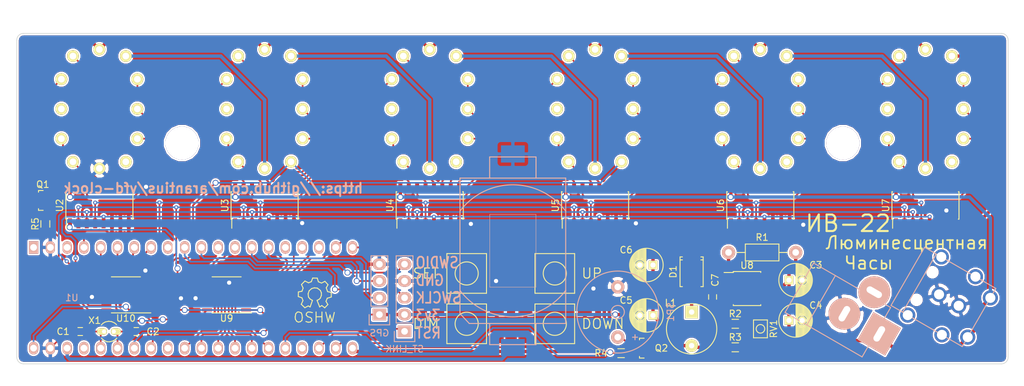
<source format=kicad_pcb>
(kicad_pcb (version 4) (host pcbnew "(2014-10-27 BZR 5228)-product")
  (layers (0 F.Cu signal) (31 B.Cu signal) (34 B.Paste user) (35 F.Paste user) (36 B.SilkS user) (37 F.SilkS user) (38 B.Mask user) (39 F.Mask user) (44 Edge.Cuts user))
  (net 0 "")
  (net 1 /GND)
  (net 2 /19v5)
  (net 3 "Net-(D1-Pad2)")
  (net 4 /7v2)
  (net 5 /3v3)
  (net 6 /SWCLK)
  (net 7 /SWDIO)
  (net 8 /RST)
  (net 9 "Net-(R2-Pad1)")
  (net 10 /Vbat)
  (net 11 /REG_HI)
  (net 12 /FIL1)
  (net 13 /FIL2)
  (net 14 /FIL3)
  (net 15 /FIL4)
  (net 16 /FIL5)
  (net 17 /BTN_SET)
  (net 18 /BTN_UP)
  (net 19 /BTN_DN)
  (net 20 "Net-(C1-Pad1)")
  (net 21 "Net-(C2-Pad1)")
  (net 22 "Net-(C7-Pad2)")
  (net 23 "Net-(R3-Pad1)")
  (net 24 /GRID)
  (net 25 /BTN_DIM)
  (net 26 /STROBE6L)
  (net 27 /STROBE5L)
  (net 28 /STROBE4L)
  (net 29 /STROBE3L)
  (net 30 /DAL)
  (net 31 /DDL)
  (net 32 /DBL)
  (net 33 /DCL)
  (net 34 /STROBE2L)
  (net 35 /STROBE1L)
  (net 36 /STROBE1H)
  (net 37 /DCH)
  (net 38 /DBH)
  (net 39 /DDH)
  (net 40 /DAH)
  (net 41 /STROBE2H)
  (net 42 /STROBE3H)
  (net 43 /STROBE4H)
  (net 44 /STROBE5H)
  (net 45 /STROBE6H)
  (net 46 /BUZ)
  (net 47 /GRIDH)
  (net 48 /GRIDL)
  (net 49 "Net-(Q1-Pad2)")
  (net 50 "Net-(Q2-Pad2)")
  (net 51 /GPS_RX)
  (net 52 /GPS_TX)
  (net 53 /A1)
  (net 54 /B1)
  (net 55 /C1)
  (net 56 /D1)
  (net 57 /E1)
  (net 58 /G1)
  (net 59 /F1)
  (net 60 /A2)
  (net 61 /B2)
  (net 62 /C2)
  (net 63 /D2)
  (net 64 /E2)
  (net 65 /G2)
  (net 66 /F2)
  (net 67 /A3)
  (net 68 /B3)
  (net 69 /C3)
  (net 70 /D3)
  (net 71 /E3)
  (net 72 /F4)
  (net 73 /F3)
  (net 74 /A4)
  (net 75 /B4)
  (net 76 /C4)
  (net 77 /D4)
  (net 78 /E4)
  (net 79 /G4)
  (net 80 /A5)
  (net 81 /B5)
  (net 82 /C5)
  (net 83 /D5)
  (net 84 /E5)
  (net 85 /G5)
  (net 86 /F5)
  (net 87 /A6)
  (net 88 /B6)
  (net 89 /C6)
  (net 90 /D6)
  (net 91 /E6)
  (net 92 /G6)
  (net 93 /F6)
  (net 94 /G3)
  (net 95 /DPL)
  (net 96 /DPH)
  (net 97 "Net-(Q2-Pad3)")
  (module "VFD:Maple_Mini_(BTE14-07)" (layer B.Cu) (at 52.07 65.405)
    (fp_text reference U1 (at -18.3515 0 180) (layer B.SilkS) (effects (justify mirror)))
    (fp_text value "Maple_Mini_(BTE14-07)" hide)
    (pad 1 thru_hole rect (at -24.13 -7.62) (size 1.4 1.9) (drill 1.016) (layers *.Cu *.Mask B.SilkS))
    (pad 2 thru_hole oval (at -21.59 -7.62) (size 1.4 1.9) (drill 1.016) (layers *.Cu *.Mask B.SilkS) (net 1 /GND))
    (pad 3 thru_hole oval (at -19.05 -7.62) (size 1.4 1.9) (drill 1.016) (layers *.Cu *.Mask B.SilkS))
    (pad 4 thru_hole oval (at -16.51 -7.62) (size 1.4 1.9) (drill 1.016) (layers *.Cu *.Mask B.SilkS) (net 95 /DPL))
    (pad 5 thru_hole oval (at -13.97 -7.62) (size 1.4 1.9) (drill 1.016) (layers *.Cu *.Mask B.SilkS) (net 30 /DAL))
    (pad 6 thru_hole oval (at -11.43 -7.62) (size 1.4 1.9) (drill 1.016) (layers *.Cu *.Mask B.SilkS) (net 32 /DBL))
    (pad 7 thru_hole oval (at -8.89 -7.62) (size 1.4 1.9) (drill 1.016) (layers *.Cu *.Mask B.SilkS) (net 33 /DCL))
    (pad 8 thru_hole oval (at -6.35 -7.62) (size 1.4 1.9) (drill 1.016) (layers *.Cu *.Mask B.SilkS) (net 31 /DDL))
    (pad 9 thru_hole oval (at -3.81 -7.62) (size 1.4 1.9) (drill 1.016) (layers *.Cu *.Mask B.SilkS))
    (pad 10 thru_hole oval (at -1.27 -7.62) (size 1.4 1.9) (drill 1.016) (layers *.Cu *.Mask B.SilkS) (net 6 /SWCLK))
    (pad 11 thru_hole oval (at 1.27 -7.62) (size 1.4 1.9) (drill 1.016) (layers *.Cu *.Mask B.SilkS) (net 7 /SWDIO))
    (pad 12 thru_hole oval (at 3.81 -7.62) (size 1.4 1.9) (drill 1.016) (layers *.Cu *.Mask B.SilkS))
    (pad 13 thru_hole oval (at 6.35 -7.62) (size 1.4 1.9) (drill 1.016) (layers *.Cu *.Mask B.SilkS))
    (pad 14 thru_hole oval (at 8.89 -7.62) (size 1.4 1.9) (drill 1.016) (layers *.Cu *.Mask B.SilkS) (net 52 /GPS_TX))
    (pad 15 thru_hole oval (at 11.43 -7.62) (size 1.4 1.9) (drill 1.016) (layers *.Cu *.Mask B.SilkS) (net 51 /GPS_RX))
    (pad 16 thru_hole oval (at 13.97 -7.62) (size 1.4 1.9) (drill 1.016) (layers *.Cu *.Mask B.SilkS))
    (pad 17 thru_hole oval (at 16.51 -7.62) (size 1.4 1.9) (drill 1.016) (layers *.Cu *.Mask B.SilkS))
    (pad 18 thru_hole oval (at 19.05 -7.62) (size 1.4 1.9) (drill 1.016) (layers *.Cu *.Mask B.SilkS))
    (pad 19 thru_hole oval (at 21.59 -7.62) (size 1.4 1.9) (drill 1.016) (layers *.Cu *.Mask B.SilkS) (net 18 /BTN_UP))
    (pad 20 thru_hole oval (at 24.13 -7.62) (size 1.4 1.9) (drill 1.016) (layers *.Cu *.Mask B.SilkS) (net 17 /BTN_SET))
    (pad 21 thru_hole oval (at 24.13 7.62) (size 1.4 1.9) (drill 1.016) (layers *.Cu *.Mask B.SilkS) (net 4 /7v2))
    (pad 22 thru_hole oval (at 21.59 7.62) (size 1.4 1.9) (drill 1.016) (layers *.Cu *.Mask B.SilkS) (net 19 /BTN_DN))
    (pad 23 thru_hole oval (at 19.05 7.62) (size 1.4 1.9) (drill 1.016) (layers *.Cu *.Mask B.SilkS) (net 25 /BTN_DIM))
    (pad 24 thru_hole oval (at 16.51 7.62) (size 1.4 1.9) (drill 1.016) (layers *.Cu *.Mask B.SilkS))
    (pad 25 thru_hole oval (at 13.97 7.62) (size 1.4 1.9) (drill 1.016) (layers *.Cu *.Mask B.SilkS) (net 46 /BUZ))
    (pad 26 thru_hole oval (at 11.43 7.62) (size 1.4 1.9) (drill 1.016) (layers *.Cu *.Mask B.SilkS) (net 26 /STROBE6L))
    (pad 27 thru_hole oval (at 8.89 7.62) (size 1.4 1.9) (drill 1.016) (layers *.Cu *.Mask B.SilkS) (net 27 /STROBE5L))
    (pad 28 thru_hole oval (at 6.35 7.62) (size 1.4 1.9) (drill 1.016) (layers *.Cu *.Mask B.SilkS) (net 28 /STROBE4L))
    (pad 29 thru_hole oval (at 3.81 7.62) (size 1.4 1.9) (drill 1.016) (layers *.Cu *.Mask B.SilkS) (net 29 /STROBE3L))
    (pad 30 thru_hole oval (at 1.27 7.62) (size 1.4 1.9) (drill 1.016) (layers *.Cu *.Mask B.SilkS) (net 34 /STROBE2L))
    (pad 31 thru_hole oval (at -1.27 7.62) (size 1.4 1.9) (drill 1.016) (layers *.Cu *.Mask B.SilkS) (net 35 /STROBE1L))
    (pad 32 thru_hole oval (at -3.81 7.62) (size 1.4 1.9) (drill 1.016) (layers *.Cu *.Mask B.SilkS))
    (pad 33 thru_hole oval (at -6.35 7.62) (size 1.4 1.9) (drill 1.016) (layers *.Cu *.Mask B.SilkS) (net 48 /GRIDL))
    (pad 34 thru_hole oval (at -8.89 7.62) (size 1.4 1.9) (drill 1.016) (layers *.Cu *.Mask B.SilkS) (net 8 /RST))
    (pad 35 thru_hole oval (at -11.43 7.62) (size 1.4 1.9) (drill 1.016) (layers *.Cu *.Mask B.SilkS) (net 21 "Net-(C2-Pad1)"))
    (pad 36 thru_hole oval (at -13.97 7.62) (size 1.4 1.9) (drill 1.016) (layers *.Cu *.Mask B.SilkS) (net 20 "Net-(C1-Pad1)"))
    (pad 37 thru_hole oval (at -16.51 7.62) (size 1.4 1.9) (drill 1.016) (layers *.Cu *.Mask B.SilkS))
    (pad 38 thru_hole oval (at -19.05 7.62) (size 1.4 1.9) (drill 1.016) (layers *.Cu *.Mask B.SilkS) (net 10 /Vbat))
    (pad 39 thru_hole oval (at -21.59 7.62) (size 1.4 1.9) (drill 1.016) (layers *.Cu *.Mask B.SilkS) (net 1 /GND))
    (pad 40 thru_hole oval (at -24.13 7.62) (size 1.4 1.9) (drill 1.016) (layers *.Cu *.Mask B.SilkS) (net 5 /3v3))
  )
  (module Diodes_SMD:Diode-SMA_Standard (layer F.Cu) (at 127.508 61.468 270)
    (fp_text reference D1 (at 0 2.794 270) (layer F.SilkS))
    (fp_text value DIODESCH)
    (pad 1 smd rect (at -1.99898 0 270) (size 2.49936 1.80086) (layers F.Cu F.Paste F.Mask) (net 1 /GND))
    (pad 2 smd rect (at 1.99898 0 270) (size 2.49936 1.80086) (layers F.Cu F.Paste F.Mask) (net 3 "Net-(D1-Pad2)"))
  )
  (module VFD:BATT2032-1060TR (layer B.Cu) (at 100.457 58.293 270)
    (fp_text reference BT1)
    (fp_text value COIN_BATT hide)
    (pad 1 smd rect (at 14.64818 0 270) (size 2.59842 3.59918) (layers B.Cu B.Paste B.Mask) (net 10 /Vbat))
    (pad 2 smd rect (at -14.64818 0 270) (size 2.59842 3.59918) (layers B.Cu B.Paste B.Mask) (net 1 /GND))
  )
  (module Capacitors_SMD:C_0603 (layer F.Cu) (at 35.0012 70.5104 180)
    (fp_text reference C1 (at 2.5908 0 180) (layer F.SilkS))
    (fp_text value 18p)
    (pad 1 smd rect (at -0.75 0 180) (size 0.8 0.75) (layers F.Cu F.Paste F.Mask) (net 20 "Net-(C1-Pad1)"))
    (pad 2 smd rect (at 0.75 0 180) (size 0.8 0.75) (layers F.Cu F.Paste F.Mask) (net 1 /GND))
  )
  (module Capacitors_SMD:C_0603 (layer F.Cu) (at 43.4848 70.5104)
    (fp_text reference C2 (at 2.54 0) (layer F.SilkS))
    (fp_text value 18p)
    (pad 1 smd rect (at -0.75 0) (size 0.8 0.75) (layers F.Cu F.Paste F.Mask) (net 21 "Net-(C2-Pad1)"))
    (pad 2 smd rect (at 0.75 0) (size 0.8 0.75) (layers F.Cu F.Paste F.Mask) (net 1 /GND))
  )
  (module Capacitors_ThroughHole:C_Radial_D5_L11_P2 (layer F.Cu) (at 142.24 62.738)
    (fp_text reference C3 (at 4.064 -2.286) (layer F.SilkS))
    (fp_text value 47u)
    (pad 1 thru_hole rect (at 0 0) (size 1.3 1.3) (drill 0.8) (layers *.Cu *.Mask F.SilkS) (net 2 /19v5))
    (pad 2 thru_hole circle (at 2 0) (size 1.3 1.3) (drill 0.8) (layers *.Cu *.Mask F.SilkS) (net 1 /GND))
  )
  (module Capacitors_ThroughHole:C_Radial_D5_L11_P2 (layer F.Cu) (at 142.24 68.834)
    (fp_text reference C4 (at 4.064 -2.286) (layer F.SilkS))
    (fp_text value 47u)
    (pad 1 thru_hole rect (at 0 0) (size 1.3 1.3) (drill 0.8) (layers *.Cu *.Mask F.SilkS) (net 2 /19v5))
    (pad 2 thru_hole circle (at 2 0) (size 1.3 1.3) (drill 0.8) (layers *.Cu *.Mask F.SilkS) (net 1 /GND))
  )
  (module Capacitors_ThroughHole:C_Radial_D5_L11_P2 (layer F.Cu) (at 121.666 68.072 180)
    (fp_text reference C5 (at 4.064 2.286 180) (layer F.SilkS))
    (fp_text value 47u)
    (pad 1 thru_hole rect (at 0 0 180) (size 1.3 1.3) (drill 0.8) (layers *.Cu *.Mask F.SilkS) (net 4 /7v2))
    (pad 2 thru_hole circle (at 2 0 180) (size 1.3 1.3) (drill 0.8) (layers *.Cu *.Mask F.SilkS) (net 1 /GND))
  )
  (module Capacitors_ThroughHole:C_Radial_D5_L11_P2 (layer F.Cu) (at 121.666 60.452 180)
    (fp_text reference C6 (at 4.064 2.286 180) (layer F.SilkS))
    (fp_text value 47u)
    (pad 1 thru_hole rect (at 0 0 180) (size 1.3 1.3) (drill 0.8) (layers *.Cu *.Mask F.SilkS) (net 4 /7v2))
    (pad 2 thru_hole circle (at 2 0 180) (size 1.3 1.3) (drill 0.8) (layers *.Cu *.Mask F.SilkS) (net 1 /GND))
  )
  (module Capacitors_SMD:C_0603 (layer F.Cu) (at 130.683 65.278 90)
    (fp_text reference C7 (at 2.54 0.381 90) (layer F.SilkS))
    (fp_text value 330p)
    (pad 1 smd rect (at -0.75 0 90) (size 0.8 0.75) (layers F.Cu F.Paste F.Mask) (net 1 /GND))
    (pad 2 smd rect (at 0.75 0 90) (size 0.8 0.75) (layers F.Cu F.Paste F.Mask) (net 22 "Net-(C7-Pad2)"))
  )
  (module Connect:JACK_ALIM (layer B.Cu) (at 150.622 67.818 330)
    (fp_text reference CON1)
    (fp_text value BARREL_JACK_2 hide)
    (pad 2 thru_hole circle (at 0 0 330) (size 4.8006 4.8006) (drill oval 1.016 2.54) (layers *.Cu *.Mask B.SilkS) (net 1 /GND))
    (pad 1 thru_hole rect (at 6.096 0 330) (size 4.8006 4.8006) (drill oval 1.016 2.54) (layers *.Cu *.Mask B.SilkS) (net 2 /19v5))
    (pad 3 thru_hole circle (at 2.286 -5.08 330) (size 4.8006 4.8006) (drill oval 2.54 1.016) (layers *.Cu *.Mask B.SilkS))
  )
  (module VFD:OCT_JACK (layer B.Cu) (at 165.608 65.278 330)
    (fp_text reference CON2)
    (fp_text value BARREL_JACK_2 hide)
    (pad "" thru_hole circle (at -3.302 5.08 330) (size 2.286 2.286) (drill 1.524) (layers *.Cu *.Mask))
    (pad "" thru_hole circle (at -3.302 -5.08 330) (size 2.286 2.286) (drill 1.524) (layers *.Cu *.Mask))
    (pad "" thru_hole circle (at 2.667 5.08 330) (size 2.286 2.286) (drill 1.524) (layers *.Cu *.Mask))
    (pad "" thru_hole circle (at 2.667 -5.08 330) (size 2.286 2.286) (drill 1.524) (layers *.Cu *.Mask))
    (pad 1 thru_hole circle (at 6.223 3.429 330) (size 2.286 2.286) (drill 1.524) (layers *.Cu *.Mask) (net 2 /19v5))
    (pad 1 thru_hole circle (at 6.223 -3.429 330) (size 2.286 2.286) (drill 1.524) (layers *.Cu *.Mask) (net 2 /19v5))
    (pad 2 thru_hole circle (at 2.667 0 330) (size 2.286 2.286) (drill 1.524) (layers *.Cu *.Mask) (net 1 /GND))
    (pad 2 thru_hole circle (at -0.762 0 330) (size 2.286 2.286) (drill 1.524) (layers *.Cu *.Mask) (net 1 /GND))
    (pad "" np_thru_hole circle (at -3.302 2.413 330) (size 1.397 1.397) (drill 1.397) (layers *.Cu))
    (pad "" np_thru_hole circle (at -3.302 -2.413 330) (size 1.397 1.397) (drill 1.397) (layers *.Cu))
  )
  (module Inductors:INDUCTOR_V (layer F.Cu) (at 127.508 70.104 270)
    (fp_text reference L1 (at -3.937 3.175 360) (layer F.SilkS))
    (fp_text value 68u)
    (pad 1 thru_hole rect (at -2.54 0 270) (size 1.905 1.905) (drill 0.8128) (layers *.Cu *.Mask F.SilkS) (net 3 "Net-(D1-Pad2)"))
    (pad 2 thru_hole circle (at 2.54 0 270) (size 1.905 1.905) (drill 0.8128) (layers *.Cu *.Mask F.SilkS) (net 4 /7v2))
  )
  (module Resistors_ThroughHole:Resistor_Horizontal_RM10mm (layer F.Cu) (at 138.176 58.547 180)
    (fp_text reference R1 (at 0 2.286 180) (layer F.SilkS))
    (fp_text value 0.22)
    (pad 1 thru_hole circle (at -5.08 0 180) (size 1.99898 1.99898) (drill 1.00076) (layers *.Cu *.SilkS *.Mask) (net 2 /19v5))
    (pad 2 thru_hole circle (at 5.08 0 180) (size 1.99898 1.99898) (drill 1.00076) (layers *.Cu *.SilkS *.Mask) (net 11 /REG_HI))
  )
  (module Resistors_SMD:R_0603 (layer F.Cu) (at 134.112 69.342 180)
    (fp_text reference R2 (at 0 1.524 180) (layer F.SilkS))
    (fp_text value 12.4k)
    (pad 1 smd rect (at -0.75 0 180) (size 0.5 0.9) (layers F.Cu F.Paste F.Mask) (net 9 "Net-(R2-Pad1)"))
    (pad 2 smd rect (at 0.75 0 180) (size 0.5 0.9) (layers F.Cu F.Paste F.Mask) (net 1 /GND))
  )
  (module Resistors_SMD:R_0603 (layer F.Cu) (at 134.112 72.898 180)
    (fp_text reference R3 (at 0 1.524 180) (layer F.SilkS))
    (fp_text value 54k9)
    (pad 1 smd rect (at -0.75 0 180) (size 0.5 0.9) (layers F.Cu F.Paste F.Mask) (net 23 "Net-(R3-Pad1)"))
    (pad 2 smd rect (at 0.75 0 180) (size 0.5 0.9) (layers F.Cu F.Paste F.Mask) (net 4 /7v2))
  )
  (module VFD:PVA2_POT (layer F.Cu) (at 137.922 70.104 180)
    (fp_text reference RV1 (at -2 0 270) (layer F.SilkS))
    (fp_text value 4k7)
    (pad 2 smd rect (at 0 -1.1 180) (size 1 0.7) (layers F.Cu F.Paste F.Mask) (net 23 "Net-(R3-Pad1)"))
    (pad 1 smd rect (at -0.625 1.1 180) (size 0.75 0.7) (layers F.Cu F.Paste F.Mask) (net 9 "Net-(R2-Pad1)"))
    (pad 3 smd rect (at 0.625 1.1 180) (size 0.75 0.7) (layers F.Cu F.Paste F.Mask))
  )
  (module VFD:SMD_TACT_6mm (layer F.Cu) (at 93.472 61.722)
    (fp_text reference SW1 hide)
    (fp_text value SET hide)
    (pad 1 smd rect (at -4.55 -2.25) (size 2.1 1.4) (layers F.Cu F.Paste F.Mask) (net 17 /BTN_SET))
    (pad 2 smd rect (at -4.55 2.25) (size 2.1 1.4) (layers F.Cu F.Paste F.Mask) (net 1 /GND))
    (pad 1 smd rect (at 4.45 -2.25) (size 2.1 1.4) (layers F.Cu F.Paste F.Mask) (net 17 /BTN_SET))
    (pad 2 smd rect (at 4.45 2.25) (size 2.1 1.4) (layers F.Cu F.Paste F.Mask) (net 1 /GND))
  )
  (module VFD:SMD_TACT_6mm (layer F.Cu) (at 106.807 61.722)
    (fp_text reference SW2 hide)
    (fp_text value UP hide)
    (pad 1 smd rect (at -4.55 -2.25) (size 2.1 1.4) (layers F.Cu F.Paste F.Mask) (net 18 /BTN_UP))
    (pad 2 smd rect (at -4.55 2.25) (size 2.1 1.4) (layers F.Cu F.Paste F.Mask) (net 1 /GND))
    (pad 1 smd rect (at 4.45 -2.25) (size 2.1 1.4) (layers F.Cu F.Paste F.Mask) (net 18 /BTN_UP))
    (pad 2 smd rect (at 4.45 2.25) (size 2.1 1.4) (layers F.Cu F.Paste F.Mask) (net 1 /GND))
  )
  (module VFD:SMD_TACT_6mm (layer F.Cu) (at 106.807 69.342 180)
    (fp_text reference SW3 hide)
    (fp_text value DOWN hide)
    (pad 1 smd rect (at -4.55 -2.25 180) (size 2.1 1.4) (layers F.Cu F.Paste F.Mask) (net 19 /BTN_DN))
    (pad 2 smd rect (at -4.55 2.25 180) (size 2.1 1.4) (layers F.Cu F.Paste F.Mask) (net 1 /GND))
    (pad 1 smd rect (at 4.45 -2.25 180) (size 2.1 1.4) (layers F.Cu F.Paste F.Mask) (net 19 /BTN_DN))
    (pad 2 smd rect (at 4.45 2.25 180) (size 2.1 1.4) (layers F.Cu F.Paste F.Mask) (net 1 /GND))
  )
  (module VFD:SMD_TACT_6mm (layer F.Cu) (at 93.472 69.342 180)
    (fp_text reference SW4 hide)
    (fp_text value DIM hide)
    (pad 1 smd rect (at -4.55 -2.25 180) (size 2.1 1.4) (layers F.Cu F.Paste F.Mask) (net 25 /BTN_DIM))
    (pad 2 smd rect (at -4.55 2.25 180) (size 2.1 1.4) (layers F.Cu F.Paste F.Mask) (net 1 /GND))
    (pad 1 smd rect (at 4.45 -2.25 180) (size 2.1 1.4) (layers F.Cu F.Paste F.Mask) (net 25 /BTN_DIM))
    (pad 2 smd rect (at 4.45 2.25 180) (size 2.1 1.4) (layers F.Cu F.Paste F.Mask) (net 1 /GND))
  )
  (module Housings_SOIC:SOIC-16_3.9x9.9mm_Pitch1.27mm (layer F.Cu) (at 37.8968 51.435 90)
    (fp_text reference U2 (at 0 -6 90) (layer F.SilkS))
    (fp_text value CD4056)
    (pad 1 smd rect (at -2.7 -4.445 90) (size 1.5 0.6) (layers F.Cu F.Paste F.Mask) (net 36 /STROBE1H))
    (pad 2 smd rect (at -2.7 -3.175 90) (size 1.5 0.6) (layers F.Cu F.Paste F.Mask) (net 37 /DCH))
    (pad 3 smd rect (at -2.7 -1.905 90) (size 1.5 0.6) (layers F.Cu F.Paste F.Mask) (net 38 /DBH))
    (pad 4 smd rect (at -2.7 -0.635 90) (size 1.5 0.6) (layers F.Cu F.Paste F.Mask) (net 39 /DDH))
    (pad 5 smd rect (at -2.7 0.635 90) (size 1.5 0.6) (layers F.Cu F.Paste F.Mask) (net 40 /DAH))
    (pad 6 smd rect (at -2.7 1.905 90) (size 1.5 0.6) (layers F.Cu F.Paste F.Mask) (net 1 /GND))
    (pad 7 smd rect (at -2.7 3.175 90) (size 1.5 0.6) (layers F.Cu F.Paste F.Mask) (net 1 /GND))
    (pad 8 smd rect (at -2.7 4.445 90) (size 1.5 0.6) (layers F.Cu F.Paste F.Mask) (net 1 /GND))
    (pad 9 smd rect (at 2.7 4.445 90) (size 1.5 0.6) (layers F.Cu F.Paste F.Mask) (net 53 /A1))
    (pad 10 smd rect (at 2.7 3.175 90) (size 1.5 0.6) (layers F.Cu F.Paste F.Mask) (net 54 /B1))
    (pad 11 smd rect (at 2.7 1.905 90) (size 1.5 0.6) (layers F.Cu F.Paste F.Mask) (net 55 /C1))
    (pad 12 smd rect (at 2.7 0.635 90) (size 1.5 0.6) (layers F.Cu F.Paste F.Mask) (net 56 /D1))
    (pad 13 smd rect (at 2.7 -0.635 90) (size 1.5 0.6) (layers F.Cu F.Paste F.Mask) (net 57 /E1))
    (pad 14 smd rect (at 2.7 -1.905 90) (size 1.5 0.6) (layers F.Cu F.Paste F.Mask) (net 58 /G1))
    (pad 15 smd rect (at 2.7 -3.175 90) (size 1.5 0.6) (layers F.Cu F.Paste F.Mask) (net 59 /F1))
    (pad 16 smd rect (at 2.7 -4.445 90) (size 1.5 0.6) (layers F.Cu F.Paste F.Mask) (net 2 /19v5))
  )
  (module Housings_SOIC:SOIC-16_3.9x9.9mm_Pitch1.27mm (layer F.Cu) (at 62.89802 51.435 90)
    (fp_text reference U3 (at 0 -6 90) (layer F.SilkS))
    (fp_text value CD4056)
    (pad 1 smd rect (at -2.7 -4.445 90) (size 1.5 0.6) (layers F.Cu F.Paste F.Mask) (net 41 /STROBE2H))
    (pad 2 smd rect (at -2.7 -3.175 90) (size 1.5 0.6) (layers F.Cu F.Paste F.Mask) (net 37 /DCH))
    (pad 3 smd rect (at -2.7 -1.905 90) (size 1.5 0.6) (layers F.Cu F.Paste F.Mask) (net 38 /DBH))
    (pad 4 smd rect (at -2.7 -0.635 90) (size 1.5 0.6) (layers F.Cu F.Paste F.Mask) (net 39 /DDH))
    (pad 5 smd rect (at -2.7 0.635 90) (size 1.5 0.6) (layers F.Cu F.Paste F.Mask) (net 40 /DAH))
    (pad 6 smd rect (at -2.7 1.905 90) (size 1.5 0.6) (layers F.Cu F.Paste F.Mask) (net 1 /GND))
    (pad 7 smd rect (at -2.7 3.175 90) (size 1.5 0.6) (layers F.Cu F.Paste F.Mask) (net 1 /GND))
    (pad 8 smd rect (at -2.7 4.445 90) (size 1.5 0.6) (layers F.Cu F.Paste F.Mask) (net 1 /GND))
    (pad 9 smd rect (at 2.7 4.445 90) (size 1.5 0.6) (layers F.Cu F.Paste F.Mask) (net 60 /A2))
    (pad 10 smd rect (at 2.7 3.175 90) (size 1.5 0.6) (layers F.Cu F.Paste F.Mask) (net 61 /B2))
    (pad 11 smd rect (at 2.7 1.905 90) (size 1.5 0.6) (layers F.Cu F.Paste F.Mask) (net 62 /C2))
    (pad 12 smd rect (at 2.7 0.635 90) (size 1.5 0.6) (layers F.Cu F.Paste F.Mask) (net 63 /D2))
    (pad 13 smd rect (at 2.7 -0.635 90) (size 1.5 0.6) (layers F.Cu F.Paste F.Mask) (net 64 /E2))
    (pad 14 smd rect (at 2.7 -1.905 90) (size 1.5 0.6) (layers F.Cu F.Paste F.Mask) (net 65 /G2))
    (pad 15 smd rect (at 2.7 -3.175 90) (size 1.5 0.6) (layers F.Cu F.Paste F.Mask) (net 66 /F2))
    (pad 16 smd rect (at 2.7 -4.445 90) (size 1.5 0.6) (layers F.Cu F.Paste F.Mask) (net 2 /19v5))
  )
  (module Housings_SOIC:SOIC-16_3.9x9.9mm_Pitch1.27mm (layer F.Cu) (at 87.884 51.435 90)
    (fp_text reference U4 (at 0 -6 90) (layer F.SilkS))
    (fp_text value CD4056)
    (pad 1 smd rect (at -2.7 -4.445 90) (size 1.5 0.6) (layers F.Cu F.Paste F.Mask) (net 42 /STROBE3H))
    (pad 2 smd rect (at -2.7 -3.175 90) (size 1.5 0.6) (layers F.Cu F.Paste F.Mask) (net 37 /DCH))
    (pad 3 smd rect (at -2.7 -1.905 90) (size 1.5 0.6) (layers F.Cu F.Paste F.Mask) (net 38 /DBH))
    (pad 4 smd rect (at -2.7 -0.635 90) (size 1.5 0.6) (layers F.Cu F.Paste F.Mask) (net 39 /DDH))
    (pad 5 smd rect (at -2.7 0.635 90) (size 1.5 0.6) (layers F.Cu F.Paste F.Mask) (net 40 /DAH))
    (pad 6 smd rect (at -2.7 1.905 90) (size 1.5 0.6) (layers F.Cu F.Paste F.Mask) (net 1 /GND))
    (pad 7 smd rect (at -2.7 3.175 90) (size 1.5 0.6) (layers F.Cu F.Paste F.Mask) (net 1 /GND))
    (pad 8 smd rect (at -2.7 4.445 90) (size 1.5 0.6) (layers F.Cu F.Paste F.Mask) (net 1 /GND))
    (pad 9 smd rect (at 2.7 4.445 90) (size 1.5 0.6) (layers F.Cu F.Paste F.Mask) (net 67 /A3))
    (pad 10 smd rect (at 2.7 3.175 90) (size 1.5 0.6) (layers F.Cu F.Paste F.Mask) (net 68 /B3))
    (pad 11 smd rect (at 2.7 1.905 90) (size 1.5 0.6) (layers F.Cu F.Paste F.Mask) (net 69 /C3))
    (pad 12 smd rect (at 2.7 0.635 90) (size 1.5 0.6) (layers F.Cu F.Paste F.Mask) (net 70 /D3))
    (pad 13 smd rect (at 2.7 -0.635 90) (size 1.5 0.6) (layers F.Cu F.Paste F.Mask) (net 71 /E3))
    (pad 14 smd rect (at 2.7 -1.905 90) (size 1.5 0.6) (layers F.Cu F.Paste F.Mask) (net 94 /G3))
    (pad 15 smd rect (at 2.7 -3.175 90) (size 1.5 0.6) (layers F.Cu F.Paste F.Mask) (net 73 /F3))
    (pad 16 smd rect (at 2.7 -4.445 90) (size 1.5 0.6) (layers F.Cu F.Paste F.Mask) (net 2 /19v5))
  )
  (module Housings_SOIC:SOIC-16_3.9x9.9mm_Pitch1.27mm (layer F.Cu) (at 112.903 51.435 90)
    (fp_text reference U5 (at 0 -6 90) (layer F.SilkS))
    (fp_text value CD4056)
    (pad 1 smd rect (at -2.7 -4.445 90) (size 1.5 0.6) (layers F.Cu F.Paste F.Mask) (net 43 /STROBE4H))
    (pad 2 smd rect (at -2.7 -3.175 90) (size 1.5 0.6) (layers F.Cu F.Paste F.Mask) (net 37 /DCH))
    (pad 3 smd rect (at -2.7 -1.905 90) (size 1.5 0.6) (layers F.Cu F.Paste F.Mask) (net 38 /DBH))
    (pad 4 smd rect (at -2.7 -0.635 90) (size 1.5 0.6) (layers F.Cu F.Paste F.Mask) (net 39 /DDH))
    (pad 5 smd rect (at -2.7 0.635 90) (size 1.5 0.6) (layers F.Cu F.Paste F.Mask) (net 40 /DAH))
    (pad 6 smd rect (at -2.7 1.905 90) (size 1.5 0.6) (layers F.Cu F.Paste F.Mask) (net 1 /GND))
    (pad 7 smd rect (at -2.7 3.175 90) (size 1.5 0.6) (layers F.Cu F.Paste F.Mask) (net 1 /GND))
    (pad 8 smd rect (at -2.7 4.445 90) (size 1.5 0.6) (layers F.Cu F.Paste F.Mask) (net 1 /GND))
    (pad 9 smd rect (at 2.7 4.445 90) (size 1.5 0.6) (layers F.Cu F.Paste F.Mask) (net 74 /A4))
    (pad 10 smd rect (at 2.7 3.175 90) (size 1.5 0.6) (layers F.Cu F.Paste F.Mask) (net 75 /B4))
    (pad 11 smd rect (at 2.7 1.905 90) (size 1.5 0.6) (layers F.Cu F.Paste F.Mask) (net 76 /C4))
    (pad 12 smd rect (at 2.7 0.635 90) (size 1.5 0.6) (layers F.Cu F.Paste F.Mask) (net 77 /D4))
    (pad 13 smd rect (at 2.7 -0.635 90) (size 1.5 0.6) (layers F.Cu F.Paste F.Mask) (net 78 /E4))
    (pad 14 smd rect (at 2.7 -1.905 90) (size 1.5 0.6) (layers F.Cu F.Paste F.Mask) (net 79 /G4))
    (pad 15 smd rect (at 2.7 -3.175 90) (size 1.5 0.6) (layers F.Cu F.Paste F.Mask) (net 72 /F4))
    (pad 16 smd rect (at 2.7 -4.445 90) (size 1.5 0.6) (layers F.Cu F.Paste F.Mask) (net 2 /19v5))
  )
  (module Housings_SOIC:SOIC-16_3.9x9.9mm_Pitch1.27mm (layer F.Cu) (at 137.8966 51.435 90)
    (fp_text reference U6 (at 0 -6 90) (layer F.SilkS))
    (fp_text value CD4056)
    (pad 1 smd rect (at -2.7 -4.445 90) (size 1.5 0.6) (layers F.Cu F.Paste F.Mask) (net 44 /STROBE5H))
    (pad 2 smd rect (at -2.7 -3.175 90) (size 1.5 0.6) (layers F.Cu F.Paste F.Mask) (net 37 /DCH))
    (pad 3 smd rect (at -2.7 -1.905 90) (size 1.5 0.6) (layers F.Cu F.Paste F.Mask) (net 38 /DBH))
    (pad 4 smd rect (at -2.7 -0.635 90) (size 1.5 0.6) (layers F.Cu F.Paste F.Mask) (net 39 /DDH))
    (pad 5 smd rect (at -2.7 0.635 90) (size 1.5 0.6) (layers F.Cu F.Paste F.Mask) (net 40 /DAH))
    (pad 6 smd rect (at -2.7 1.905 90) (size 1.5 0.6) (layers F.Cu F.Paste F.Mask) (net 1 /GND))
    (pad 7 smd rect (at -2.7 3.175 90) (size 1.5 0.6) (layers F.Cu F.Paste F.Mask) (net 1 /GND))
    (pad 8 smd rect (at -2.7 4.445 90) (size 1.5 0.6) (layers F.Cu F.Paste F.Mask) (net 1 /GND))
    (pad 9 smd rect (at 2.7 4.445 90) (size 1.5 0.6) (layers F.Cu F.Paste F.Mask) (net 80 /A5))
    (pad 10 smd rect (at 2.7 3.175 90) (size 1.5 0.6) (layers F.Cu F.Paste F.Mask) (net 81 /B5))
    (pad 11 smd rect (at 2.7 1.905 90) (size 1.5 0.6) (layers F.Cu F.Paste F.Mask) (net 82 /C5))
    (pad 12 smd rect (at 2.7 0.635 90) (size 1.5 0.6) (layers F.Cu F.Paste F.Mask) (net 83 /D5))
    (pad 13 smd rect (at 2.7 -0.635 90) (size 1.5 0.6) (layers F.Cu F.Paste F.Mask) (net 84 /E5))
    (pad 14 smd rect (at 2.7 -1.905 90) (size 1.5 0.6) (layers F.Cu F.Paste F.Mask) (net 85 /G5))
    (pad 15 smd rect (at 2.7 -3.175 90) (size 1.5 0.6) (layers F.Cu F.Paste F.Mask) (net 86 /F5))
    (pad 16 smd rect (at 2.7 -4.445 90) (size 1.5 0.6) (layers F.Cu F.Paste F.Mask) (net 2 /19v5))
  )
  (module Housings_SOIC:SOIC-16_3.9x9.9mm_Pitch1.27mm (layer F.Cu) (at 162.8902 51.435 90)
    (fp_text reference U7 (at 0 -6 90) (layer F.SilkS))
    (fp_text value CD4056)
    (pad 1 smd rect (at -2.7 -4.445 90) (size 1.5 0.6) (layers F.Cu F.Paste F.Mask) (net 45 /STROBE6H))
    (pad 2 smd rect (at -2.7 -3.175 90) (size 1.5 0.6) (layers F.Cu F.Paste F.Mask) (net 37 /DCH))
    (pad 3 smd rect (at -2.7 -1.905 90) (size 1.5 0.6) (layers F.Cu F.Paste F.Mask) (net 38 /DBH))
    (pad 4 smd rect (at -2.7 -0.635 90) (size 1.5 0.6) (layers F.Cu F.Paste F.Mask) (net 39 /DDH))
    (pad 5 smd rect (at -2.7 0.635 90) (size 1.5 0.6) (layers F.Cu F.Paste F.Mask) (net 40 /DAH))
    (pad 6 smd rect (at -2.7 1.905 90) (size 1.5 0.6) (layers F.Cu F.Paste F.Mask) (net 1 /GND))
    (pad 7 smd rect (at -2.7 3.175 90) (size 1.5 0.6) (layers F.Cu F.Paste F.Mask) (net 1 /GND))
    (pad 8 smd rect (at -2.7 4.445 90) (size 1.5 0.6) (layers F.Cu F.Paste F.Mask) (net 1 /GND))
    (pad 9 smd rect (at 2.7 4.445 90) (size 1.5 0.6) (layers F.Cu F.Paste F.Mask) (net 87 /A6))
    (pad 10 smd rect (at 2.7 3.175 90) (size 1.5 0.6) (layers F.Cu F.Paste F.Mask) (net 88 /B6))
    (pad 11 smd rect (at 2.7 1.905 90) (size 1.5 0.6) (layers F.Cu F.Paste F.Mask) (net 89 /C6))
    (pad 12 smd rect (at 2.7 0.635 90) (size 1.5 0.6) (layers F.Cu F.Paste F.Mask) (net 90 /D6))
    (pad 13 smd rect (at 2.7 -0.635 90) (size 1.5 0.6) (layers F.Cu F.Paste F.Mask) (net 91 /E6))
    (pad 14 smd rect (at 2.7 -1.905 90) (size 1.5 0.6) (layers F.Cu F.Paste F.Mask) (net 92 /G6))
    (pad 15 smd rect (at 2.7 -3.175 90) (size 1.5 0.6) (layers F.Cu F.Paste F.Mask) (net 93 /F6))
    (pad 16 smd rect (at 2.7 -4.445 90) (size 1.5 0.6) (layers F.Cu F.Paste F.Mask) (net 2 /19v5))
  )
  (module Crystals:Crystal_Round_Vertical_3mm_BigPad (layer F.Cu) (at 39.3446 70.5104)
    (fp_text reference X1 (at -2.159 -1.6764) (layer F.SilkS))
    (fp_text value CRYSTAL)
    (pad 1 thru_hole oval (at -0.7493 0) (size 1.50114 1.00076) (drill 0.59944 (offset -0.29972 0)) (layers *.Cu *.Mask F.SilkS) (net 20 "Net-(C1-Pad1)"))
    (pad 2 thru_hole oval (at 0.7493 0) (size 1.50114 1.00076) (drill 0.59944 (offset 0.29972 0)) (layers *.Cu *.Mask F.SilkS) (net 21 "Net-(C2-Pad1)"))
  )
  (module Housings_SOIC:SOIC-8_3.9x4.9mm_Pitch1.27mm (layer F.Cu) (at 135.89 64.008)
    (fp_text reference U8 (at 0 -3.5) (layer F.SilkS))
    (fp_text value MC34063)
    (pad 1 smd rect (at -2.7 -1.905) (size 1.55 0.6) (layers F.Cu F.Paste F.Mask) (net 11 /REG_HI))
    (pad 2 smd rect (at -2.7 -0.635) (size 1.55 0.6) (layers F.Cu F.Paste F.Mask) (net 3 "Net-(D1-Pad2)"))
    (pad 3 smd rect (at -2.7 0.635) (size 1.55 0.6) (layers F.Cu F.Paste F.Mask) (net 22 "Net-(C7-Pad2)"))
    (pad 4 smd rect (at -2.7 1.905) (size 1.55 0.6) (layers F.Cu F.Paste F.Mask) (net 1 /GND))
    (pad 5 smd rect (at 2.7 1.905) (size 1.55 0.6) (layers F.Cu F.Paste F.Mask) (net 9 "Net-(R2-Pad1)"))
    (pad 6 smd rect (at 2.7 0.635) (size 1.55 0.6) (layers F.Cu F.Paste F.Mask) (net 2 /19v5))
    (pad 7 smd rect (at 2.7 -0.635) (size 1.55 0.6) (layers F.Cu F.Paste F.Mask) (net 11 /REG_HI))
    (pad 8 smd rect (at 2.7 -1.905) (size 1.55 0.6) (layers F.Cu F.Paste F.Mask) (net 11 /REG_HI))
  )
  (module Symbols:Symbol_OSHW-Logo_SilkScreen (layer F.Cu) (at 70.485 64.897)
    (fp_text reference REF** hide)
    (fp_text value Symbol_OSHW-Logo_SilkScreen)
  )
  (module Pin_Headers:Pin_Header_Straight_1x05 (layer B.Cu) (at 84.074 70.485)
    (fp_text reference P1)
    (fp_text value ST_LINK (at 0 2.667) (layer B.SilkS) (effects (justify mirror)))
    (pad 1 thru_hole rect (at 0 0) (size 2.032 1.7272) (drill 1.016) (layers *.Cu *.Mask B.SilkS) (net 8 /RST))
    (pad 2 thru_hole oval (at 0 -2.54) (size 2.032 1.7272) (drill 1.016) (layers *.Cu *.Mask B.SilkS) (net 5 /3v3))
    (pad 3 thru_hole oval (at 0 -5.08) (size 2.032 1.7272) (drill 1.016) (layers *.Cu *.Mask B.SilkS) (net 6 /SWCLK))
    (pad 4 thru_hole oval (at 0 -7.62) (size 2.032 1.7272) (drill 1.016) (layers *.Cu *.Mask B.SilkS) (net 1 /GND))
    (pad 5 thru_hole oval (at 0 -10.16) (size 2.032 1.7272) (drill 1.016) (layers *.Cu *.Mask B.SilkS) (net 7 /SWDIO))
  )
  (module VFD:MMBT4403L (layer F.Cu) (at 29.337 50.673 90)
    (fp_text reference Q1 (at 2.413 0 180) (layer F.SilkS))
    (fp_text value PNP)
    (pad 2 smd rect (at -0.95 1.00076 90) (size 0.8001 0.8001) (layers F.Cu F.Paste F.Mask) (net 49 "Net-(Q1-Pad2)"))
    (pad 1 smd rect (at 0.95 1.00076 90) (size 0.8001 0.8001) (layers F.Cu F.Paste F.Mask) (net 2 /19v5))
    (pad 3 smd rect (at 0 -0.99822 90) (size 0.8001 0.8001) (layers F.Cu F.Paste F.Mask) (net 24 /GRID))
  )
  (module VFD:MMBT4403L (layer F.Cu) (at 120.269 73.025 90)
    (fp_text reference Q2 (at 0 2.667 180) (layer F.SilkS))
    (fp_text value PNP)
    (pad 2 smd rect (at -0.95 1.00076 90) (size 0.8001 0.8001) (layers F.Cu F.Paste F.Mask) (net 50 "Net-(Q2-Pad2)"))
    (pad 1 smd rect (at 0.95 1.00076 90) (size 0.8001 0.8001) (layers F.Cu F.Paste F.Mask) (net 5 /3v3))
    (pad 3 smd rect (at 0 -0.99822 90) (size 0.8001 0.8001) (layers F.Cu F.Paste F.Mask) (net 97 "Net-(Q2-Pad3)"))
  )
  (module Resistors_SMD:R_0603 (layer F.Cu) (at 116.84 73.787 180)
    (fp_text reference R4 (at 3.048 0 180) (layer F.SilkS))
    (fp_text value 1k)
    (pad 1 smd rect (at -0.75 0 180) (size 0.5 0.9) (layers F.Cu F.Paste F.Mask) (net 50 "Net-(Q2-Pad2)"))
    (pad 2 smd rect (at 0.75 0 180) (size 0.5 0.9) (layers F.Cu F.Paste F.Mask) (net 46 /BUZ))
  )
  (module Resistors_SMD:R_0603 (layer F.Cu) (at 29.718 54.229 270)
    (fp_text reference R5 (at 0 1.524 270) (layer F.SilkS))
    (fp_text value 1k)
    (pad 1 smd rect (at -0.75 0 270) (size 0.5 0.9) (layers F.Cu F.Paste F.Mask) (net 49 "Net-(Q1-Pad2)"))
    (pad 2 smd rect (at 0.75 0 270) (size 0.5 0.9) (layers F.Cu F.Paste F.Mask) (net 47 /GRIDH))
  )
  (module Pin_Headers:Pin_Header_Straight_1x04 (layer B.Cu) (at 80.264 67.945)
    (fp_text reference P2)
    (fp_text value GPS (at 0 2.794) (layer B.SilkS) (effects (justify mirror)))
    (pad 1 thru_hole rect (at 0 0) (size 2.032 1.7272) (drill 1.016) (layers *.Cu *.Mask B.SilkS) (net 5 /3v3))
    (pad 2 thru_hole oval (at 0 -2.54) (size 2.032 1.7272) (drill 1.016) (layers *.Cu *.Mask B.SilkS) (net 51 /GPS_RX))
    (pad 3 thru_hole oval (at 0 -5.08) (size 2.032 1.7272) (drill 1.016) (layers *.Cu *.Mask B.SilkS) (net 52 /GPS_TX))
    (pad 4 thru_hole oval (at 0 -7.62) (size 2.032 1.7272) (drill 1.016) (layers *.Cu *.Mask B.SilkS) (net 1 /GND))
  )
  (module VFD:DISP_IV-22_1PIN_SOCKET (layer F.Cu) (at 37.8968 36.83)
    (fp_text reference V1)
    (fp_text value IV-22 hide)
    (pad 7 thru_hole circle (at -3.99796 7.99846) (size 1.778 1.778) (drill 1.016) (layers *.Cu F.SilkS F.Mask) (net 56 /D1))
    (pad 8 thru_hole circle (at -5.74802 4.49834) (size 1.778 1.778) (drill 1.016) (layers *.Cu F.SilkS F.Mask) (net 57 /E1))
    (pad 9 thru_hole circle (at -5.74802 0) (size 1.778 1.778) (drill 1.016) (layers *.Cu F.SilkS F.Mask))
    (pad 10 thru_hole circle (at -5.74802 -4.49834) (size 1.778 1.778) (drill 1.016) (layers *.Cu F.SilkS F.Mask) (net 59 /F1))
    (pad 11 thru_hole circle (at -3.99796 -7.99846) (size 1.778 1.778) (drill 1.016) (layers *.Cu F.SilkS F.Mask) (net 53 /A1))
    (pad 12 thru_hole circle (at 0 -8.99922) (size 1.778 1.778) (drill 1.016) (layers *.Cu F.SilkS F.Mask) (net 24 /GRID))
    (pad 1 thru_hole circle (at 3.99796 -7.99846) (size 1.778 1.778) (drill 1.016) (layers *.Cu F.SilkS F.Mask) (net 12 /FIL1))
    (pad 2 thru_hole circle (at 5.74802 -4.49834) (size 1.778 1.778) (drill 1.016) (layers *.Cu F.SilkS F.Mask) (net 54 /B1))
    (pad 3 thru_hole circle (at 5.74802 0) (size 1.778 1.778) (drill 1.016) (layers *.Cu F.SilkS F.Mask) (net 58 /G1))
    (pad 4 thru_hole circle (at 5.74802 4.49834) (size 1.778 1.778) (drill 1.016) (layers *.Cu F.SilkS F.Mask) (net 55 /C1))
    (pad 5 thru_hole circle (at 3.99796 7.99846) (size 1.778 1.778) (drill 1.016) (layers *.Cu F.SilkS F.Mask))
    (pad 6 thru_hole circle (at 0 8.99922) (size 1.778 1.778) (drill 1.016) (layers *.Cu F.SilkS F.Mask) (net 1 /GND))
  )
  (module VFD:DISP_IV-22_1PIN_SOCKET (layer F.Cu) (at 62.89802 36.83)
    (fp_text reference V2)
    (fp_text value IV-22 hide)
    (pad 7 thru_hole circle (at -3.99796 7.99846) (size 1.778 1.778) (drill 1.016) (layers *.Cu F.SilkS F.Mask) (net 63 /D2))
    (pad 8 thru_hole circle (at -5.74802 4.49834) (size 1.778 1.778) (drill 1.016) (layers *.Cu F.SilkS F.Mask) (net 64 /E2))
    (pad 9 thru_hole circle (at -5.74802 0) (size 1.778 1.778) (drill 1.016) (layers *.Cu F.SilkS F.Mask))
    (pad 10 thru_hole circle (at -5.74802 -4.49834) (size 1.778 1.778) (drill 1.016) (layers *.Cu F.SilkS F.Mask) (net 66 /F2))
    (pad 11 thru_hole circle (at -3.99796 -7.99846) (size 1.778 1.778) (drill 1.016) (layers *.Cu F.SilkS F.Mask) (net 60 /A2))
    (pad 12 thru_hole circle (at 0 -8.99922) (size 1.778 1.778) (drill 1.016) (layers *.Cu F.SilkS F.Mask) (net 24 /GRID))
    (pad 1 thru_hole circle (at 3.99796 -7.99846) (size 1.778 1.778) (drill 1.016) (layers *.Cu F.SilkS F.Mask) (net 13 /FIL2))
    (pad 2 thru_hole circle (at 5.74802 -4.49834) (size 1.778 1.778) (drill 1.016) (layers *.Cu F.SilkS F.Mask) (net 61 /B2))
    (pad 3 thru_hole circle (at 5.74802 0) (size 1.778 1.778) (drill 1.016) (layers *.Cu F.SilkS F.Mask) (net 65 /G2))
    (pad 4 thru_hole circle (at 5.74802 4.49834) (size 1.778 1.778) (drill 1.016) (layers *.Cu F.SilkS F.Mask) (net 62 /C2))
    (pad 5 thru_hole circle (at 3.99796 7.99846) (size 1.778 1.778) (drill 1.016) (layers *.Cu F.SilkS F.Mask) (net 96 /DPH))
    (pad 6 thru_hole circle (at 0 8.99922) (size 1.778 1.778) (drill 1.016) (layers *.Cu F.SilkS F.Mask) (net 12 /FIL1))
  )
  (module VFD:DISP_IV-22_1PIN_SOCKET (layer F.Cu) (at 87.884 36.83)
    (fp_text reference V3)
    (fp_text value IV-22 hide)
    (pad 7 thru_hole circle (at -3.99796 7.99846) (size 1.778 1.778) (drill 1.016) (layers *.Cu F.SilkS F.Mask) (net 70 /D3))
    (pad 8 thru_hole circle (at -5.74802 4.49834) (size 1.778 1.778) (drill 1.016) (layers *.Cu F.SilkS F.Mask) (net 71 /E3))
    (pad 9 thru_hole circle (at -5.74802 0) (size 1.778 1.778) (drill 1.016) (layers *.Cu F.SilkS F.Mask))
    (pad 10 thru_hole circle (at -5.74802 -4.49834) (size 1.778 1.778) (drill 1.016) (layers *.Cu F.SilkS F.Mask) (net 73 /F3))
    (pad 11 thru_hole circle (at -3.99796 -7.99846) (size 1.778 1.778) (drill 1.016) (layers *.Cu F.SilkS F.Mask) (net 67 /A3))
    (pad 12 thru_hole circle (at 0 -8.99922) (size 1.778 1.778) (drill 1.016) (layers *.Cu F.SilkS F.Mask) (net 24 /GRID))
    (pad 1 thru_hole circle (at 3.99796 -7.99846) (size 1.778 1.778) (drill 1.016) (layers *.Cu F.SilkS F.Mask) (net 14 /FIL3))
    (pad 2 thru_hole circle (at 5.74802 -4.49834) (size 1.778 1.778) (drill 1.016) (layers *.Cu F.SilkS F.Mask) (net 68 /B3))
    (pad 3 thru_hole circle (at 5.74802 0) (size 1.778 1.778) (drill 1.016) (layers *.Cu F.SilkS F.Mask) (net 94 /G3))
    (pad 4 thru_hole circle (at 5.74802 4.49834) (size 1.778 1.778) (drill 1.016) (layers *.Cu F.SilkS F.Mask) (net 69 /C3))
    (pad 5 thru_hole circle (at 3.99796 7.99846) (size 1.778 1.778) (drill 1.016) (layers *.Cu F.SilkS F.Mask))
    (pad 6 thru_hole circle (at 0 8.99922) (size 1.778 1.778) (drill 1.016) (layers *.Cu F.SilkS F.Mask) (net 13 /FIL2))
  )
  (module VFD:DISP_IV-22_1PIN_SOCKET (layer F.Cu) (at 112.903 36.83)
    (fp_text reference V4)
    (fp_text value IV-22 hide)
    (pad 7 thru_hole circle (at -3.99796 7.99846) (size 1.778 1.778) (drill 1.016) (layers *.Cu F.SilkS F.Mask) (net 77 /D4))
    (pad 8 thru_hole circle (at -5.74802 4.49834) (size 1.778 1.778) (drill 1.016) (layers *.Cu F.SilkS F.Mask) (net 78 /E4))
    (pad 9 thru_hole circle (at -5.74802 0) (size 1.778 1.778) (drill 1.016) (layers *.Cu F.SilkS F.Mask))
    (pad 10 thru_hole circle (at -5.74802 -4.49834) (size 1.778 1.778) (drill 1.016) (layers *.Cu F.SilkS F.Mask) (net 72 /F4))
    (pad 11 thru_hole circle (at -3.99796 -7.99846) (size 1.778 1.778) (drill 1.016) (layers *.Cu F.SilkS F.Mask) (net 74 /A4))
    (pad 12 thru_hole circle (at 0 -8.99922) (size 1.778 1.778) (drill 1.016) (layers *.Cu F.SilkS F.Mask) (net 24 /GRID))
    (pad 1 thru_hole circle (at 3.99796 -7.99846) (size 1.778 1.778) (drill 1.016) (layers *.Cu F.SilkS F.Mask) (net 15 /FIL4))
    (pad 2 thru_hole circle (at 5.74802 -4.49834) (size 1.778 1.778) (drill 1.016) (layers *.Cu F.SilkS F.Mask) (net 75 /B4))
    (pad 3 thru_hole circle (at 5.74802 0) (size 1.778 1.778) (drill 1.016) (layers *.Cu F.SilkS F.Mask) (net 79 /G4))
    (pad 4 thru_hole circle (at 5.74802 4.49834) (size 1.778 1.778) (drill 1.016) (layers *.Cu F.SilkS F.Mask) (net 76 /C4))
    (pad 5 thru_hole circle (at 3.99796 7.99846) (size 1.778 1.778) (drill 1.016) (layers *.Cu F.SilkS F.Mask) (net 96 /DPH))
    (pad 6 thru_hole circle (at 0 8.99922) (size 1.778 1.778) (drill 1.016) (layers *.Cu F.SilkS F.Mask) (net 14 /FIL3))
  )
  (module VFD:DISP_IV-22_1PIN_SOCKET (layer F.Cu) (at 137.8966 36.83)
    (fp_text reference V5)
    (fp_text value IV-22 hide)
    (pad 7 thru_hole circle (at -3.99796 7.99846) (size 1.778 1.778) (drill 1.016) (layers *.Cu F.SilkS F.Mask) (net 83 /D5))
    (pad 8 thru_hole circle (at -5.74802 4.49834) (size 1.778 1.778) (drill 1.016) (layers *.Cu F.SilkS F.Mask) (net 84 /E5))
    (pad 9 thru_hole circle (at -5.74802 0) (size 1.778 1.778) (drill 1.016) (layers *.Cu F.SilkS F.Mask))
    (pad 10 thru_hole circle (at -5.74802 -4.49834) (size 1.778 1.778) (drill 1.016) (layers *.Cu F.SilkS F.Mask) (net 86 /F5))
    (pad 11 thru_hole circle (at -3.99796 -7.99846) (size 1.778 1.778) (drill 1.016) (layers *.Cu F.SilkS F.Mask) (net 80 /A5))
    (pad 12 thru_hole circle (at 0 -8.99922) (size 1.778 1.778) (drill 1.016) (layers *.Cu F.SilkS F.Mask) (net 24 /GRID))
    (pad 1 thru_hole circle (at 3.99796 -7.99846) (size 1.778 1.778) (drill 1.016) (layers *.Cu F.SilkS F.Mask) (net 16 /FIL5))
    (pad 2 thru_hole circle (at 5.74802 -4.49834) (size 1.778 1.778) (drill 1.016) (layers *.Cu F.SilkS F.Mask) (net 81 /B5))
    (pad 3 thru_hole circle (at 5.74802 0) (size 1.778 1.778) (drill 1.016) (layers *.Cu F.SilkS F.Mask) (net 85 /G5))
    (pad 4 thru_hole circle (at 5.74802 4.49834) (size 1.778 1.778) (drill 1.016) (layers *.Cu F.SilkS F.Mask) (net 82 /C5))
    (pad 5 thru_hole circle (at 3.99796 7.99846) (size 1.778 1.778) (drill 1.016) (layers *.Cu F.SilkS F.Mask))
    (pad 6 thru_hole circle (at 0 8.99922) (size 1.778 1.778) (drill 1.016) (layers *.Cu F.SilkS F.Mask) (net 15 /FIL4))
  )
  (module VFD:DISP_IV-22_1PIN_SOCKET (layer F.Cu) (at 162.8902 36.83)
    (fp_text reference V6)
    (fp_text value IV-22 hide)
    (pad 7 thru_hole circle (at -3.99796 7.99846) (size 1.778 1.778) (drill 1.016) (layers *.Cu F.SilkS F.Mask) (net 90 /D6))
    (pad 8 thru_hole circle (at -5.74802 4.49834) (size 1.778 1.778) (drill 1.016) (layers *.Cu F.SilkS F.Mask) (net 91 /E6))
    (pad 9 thru_hole circle (at -5.74802 0) (size 1.778 1.778) (drill 1.016) (layers *.Cu F.SilkS F.Mask))
    (pad 10 thru_hole circle (at -5.74802 -4.49834) (size 1.778 1.778) (drill 1.016) (layers *.Cu F.SilkS F.Mask) (net 93 /F6))
    (pad 11 thru_hole circle (at -3.99796 -7.99846) (size 1.778 1.778) (drill 1.016) (layers *.Cu F.SilkS F.Mask) (net 87 /A6))
    (pad 12 thru_hole circle (at 0 -8.99922) (size 1.778 1.778) (drill 1.016) (layers *.Cu F.SilkS F.Mask) (net 24 /GRID))
    (pad 1 thru_hole circle (at 3.99796 -7.99846) (size 1.778 1.778) (drill 1.016) (layers *.Cu F.SilkS F.Mask) (net 4 /7v2))
    (pad 2 thru_hole circle (at 5.74802 -4.49834) (size 1.778 1.778) (drill 1.016) (layers *.Cu F.SilkS F.Mask) (net 88 /B6))
    (pad 3 thru_hole circle (at 5.74802 0) (size 1.778 1.778) (drill 1.016) (layers *.Cu F.SilkS F.Mask) (net 92 /G6))
    (pad 4 thru_hole circle (at 5.74802 4.49834) (size 1.778 1.778) (drill 1.016) (layers *.Cu F.SilkS F.Mask) (net 89 /C6))
    (pad 5 thru_hole circle (at 3.99796 7.99846) (size 1.778 1.778) (drill 1.016) (layers *.Cu F.SilkS F.Mask))
    (pad 6 thru_hole circle (at 0 8.99922) (size 1.778 1.778) (drill 1.016) (layers *.Cu F.SilkS F.Mask) (net 16 /FIL5))
  )
  (module Mounting_Holes:MountingHole_5mm (layer F.Cu) (at 50.39741 42)
    (fp_text reference M1 hide)
    (fp_text value MountingHole_4-5mm)
    (pad 1 thru_hole circle (at 0 0) (size 5 5) (drill 5) (layers))
  )
  (module Mounting_Holes:MountingHole_5mm (layer F.Cu) (at 150.3934 42)
    (fp_text reference M2 hide)
    (fp_text value MountingHole_4-5mm)
    (pad 1 thru_hole circle (at 0 0) (size 5 5) (drill 5) (layers))
  )
  (module Buzzers_Beepers:Buzzer_12x9.5RM7.6 (layer B.Cu) (at 116.332 67.564 90)
    (fp_text reference SP1 (at 0 8.001 90) (layer B.SilkS) (effects (justify mirror)))
    (fp_text value SPEAKER)
    (fp_text user + (at -3.81 2.54 90) (layer B.SilkS) (effects (justify mirror)))
    (pad 1 thru_hole circle (at -3.79984 0 90) (size 2 2) (drill 1.00076) (layers *.Cu *.Mask B.SilkS) (net 97 "Net-(Q2-Pad3)"))
    (pad 2 thru_hole circle (at 3.79984 0 90) (size 2 2) (drill 1.00076) (layers *.Cu *.Mask B.SilkS) (net 1 /GND))
  )
  (module VFD:TSSOP-16_4.4x5mm_Pitch0.65mm (layer F.Cu) (at 41.91 64.9605 180)
    (fp_text reference U10 (at 0 -3.55 180) (layer F.SilkS))
    (fp_text value CD4504)
    (pad 1 smd rect (at -2.95 -2.275 180) (size 1.5 0.45) (layers F.Cu F.Paste F.Mask) (net 5 /3v3))
    (pad 2 smd rect (at -2.95 -1.625 180) (size 1.5 0.45) (layers F.Cu F.Paste F.Mask) (net 96 /DPH))
    (pad 3 smd rect (at -2.95 -0.975 180) (size 1.5 0.45) (layers F.Cu F.Paste F.Mask) (net 95 /DPL))
    (pad 4 smd rect (at -2.95 -0.325 180) (size 1.5 0.45) (layers F.Cu F.Paste F.Mask) (net 37 /DCH))
    (pad 5 smd rect (at -2.95 0.325 180) (size 1.5 0.45) (layers F.Cu F.Paste F.Mask) (net 33 /DCL))
    (pad 6 smd rect (at -2.95 0.975 180) (size 1.5 0.45) (layers F.Cu F.Paste F.Mask) (net 39 /DDH))
    (pad 7 smd rect (at -2.95 1.625 180) (size 1.5 0.45) (layers F.Cu F.Paste F.Mask) (net 31 /DDL))
    (pad 8 smd rect (at -2.95 2.275 180) (size 1.5 0.45) (layers F.Cu F.Paste F.Mask) (net 1 /GND))
    (pad 9 smd rect (at 2.95 2.275 180) (size 1.5 0.45) (layers F.Cu F.Paste F.Mask) (net 30 /DAL))
    (pad 10 smd rect (at 2.95 1.625 180) (size 1.5 0.45) (layers F.Cu F.Paste F.Mask) (net 40 /DAH))
    (pad 11 smd rect (at 2.95 0.975 180) (size 1.5 0.45) (layers F.Cu F.Paste F.Mask) (net 32 /DBL))
    (pad 12 smd rect (at 2.95 0.325 180) (size 1.5 0.45) (layers F.Cu F.Paste F.Mask) (net 38 /DBH))
    (pad 13 smd rect (at 2.95 -0.325 180) (size 1.5 0.45) (layers F.Cu F.Paste F.Mask) (net 1 /GND))
    (pad 14 smd rect (at 2.95 -0.975 180) (size 1.5 0.45) (layers F.Cu F.Paste F.Mask) (net 48 /GRIDL))
    (pad 15 smd rect (at 2.95 -1.625 180) (size 1.5 0.45) (layers F.Cu F.Paste F.Mask) (net 47 /GRIDH))
    (pad 16 smd rect (at 2.95 -2.275 180) (size 1.5 0.45) (layers F.Cu F.Paste F.Mask) (net 2 /19v5))
  )
  (module VFD:TSSOP-16_4.4x5mm_Pitch0.65mm (layer F.Cu) (at 57.15 64.9605 180)
    (fp_text reference U9 (at 0 -3.55 180) (layer F.SilkS))
    (fp_text value CD4504)
    (pad 1 smd rect (at -2.95 -2.275 180) (size 1.5 0.45) (layers F.Cu F.Paste F.Mask) (net 5 /3v3))
    (pad 2 smd rect (at -2.95 -1.625 180) (size 1.5 0.45) (layers F.Cu F.Paste F.Mask) (net 45 /STROBE6H))
    (pad 3 smd rect (at -2.95 -0.975 180) (size 1.5 0.45) (layers F.Cu F.Paste F.Mask) (net 26 /STROBE6L))
    (pad 4 smd rect (at -2.95 -0.325 180) (size 1.5 0.45) (layers F.Cu F.Paste F.Mask) (net 44 /STROBE5H))
    (pad 5 smd rect (at -2.95 0.325 180) (size 1.5 0.45) (layers F.Cu F.Paste F.Mask) (net 27 /STROBE5L))
    (pad 6 smd rect (at -2.95 0.975 180) (size 1.5 0.45) (layers F.Cu F.Paste F.Mask) (net 43 /STROBE4H))
    (pad 7 smd rect (at -2.95 1.625 180) (size 1.5 0.45) (layers F.Cu F.Paste F.Mask) (net 28 /STROBE4L))
    (pad 8 smd rect (at -2.95 2.275 180) (size 1.5 0.45) (layers F.Cu F.Paste F.Mask) (net 1 /GND))
    (pad 9 smd rect (at 2.95 2.275 180) (size 1.5 0.45) (layers F.Cu F.Paste F.Mask) (net 29 /STROBE3L))
    (pad 10 smd rect (at 2.95 1.625 180) (size 1.5 0.45) (layers F.Cu F.Paste F.Mask) (net 42 /STROBE3H))
    (pad 11 smd rect (at 2.95 0.975 180) (size 1.5 0.45) (layers F.Cu F.Paste F.Mask) (net 34 /STROBE2L))
    (pad 12 smd rect (at 2.95 0.325 180) (size 1.5 0.45) (layers F.Cu F.Paste F.Mask) (net 41 /STROBE2H))
    (pad 13 smd rect (at 2.95 -0.325 180) (size 1.5 0.45) (layers F.Cu F.Paste F.Mask) (net 1 /GND))
    (pad 14 smd rect (at 2.95 -0.975 180) (size 1.5 0.45) (layers F.Cu F.Paste F.Mask) (net 35 /STROBE1L))
    (pad 15 smd rect (at 2.95 -1.625 180) (size 1.5 0.45) (layers F.Cu F.Paste F.Mask) (net 36 /STROBE1H))
    (pad 16 smd rect (at 2.95 -2.275 180) (size 1.5 0.45) (layers F.Cu F.Paste F.Mask) (net 2 /19v5))
  )
  (gr_arc (start 174.384 74.384) (end 175.4 74.384) (angle 90) (layer Edge.Cuts) (width 0.1))
  (gr_arc (start 174.384 26.416) (end 174.384 25.4) (angle 90) (layer Edge.Cuts) (width 0.1))
  (gr_arc (start 26.416 26.416) (end 25.4 26.416) (angle 90) (layer Edge.Cuts) (width 0.1))
  (gr_arc (start 26.416 74.384) (end 26.416 75.4) (angle 90) (layer Edge.Cuts) (width 0.1))
  (gr_text https://github.com/arantius/vfd-clock (at 55.118 48.8315) (layer B.SilkS) (effects (font (size 1.5 1.5) (thickness 0.3)) (justify mirror)))
  (gr_text DIM (at 89.408 69.342) (layer F.SilkS) (effects (font (thickness 0.1651)) (justify right)))
  (gr_text SET (at 89.408 61.722) (layer F.SilkS) (effects (font (thickness 0.1651)) (justify right)))
  (gr_text DOWN (at 110.744 69.342) (layer F.SilkS) (effects (font (thickness 0.1651)) (justify left)))
  (gr_text UP (at 110.744 61.722) (layer F.SilkS) (effects (font (thickness 0.1651)) (justify left)))
  (gr_text "SWDIO\nGND\nSWCLK\n3v3\nRST" (at 85.598 65.405) (layer B.SilkS) (effects (font (size 1.651 1.397) (thickness 0.254)) (justify right mirror)))
  (gr_text ИB-22 (at 151.1935 54.1655) (layer F.SilkS) (effects (font (size 2.4892 2.4892) (thickness 0.3175))))
  (gr_text "Люминесцентная\n  Часы" (at 147.574 58.6105) (layer F.SilkS) (effects (font (size 1.905 1.905) (thickness 0.254)) (justify left)))
  (gr_line (start 25.4 74.384) (end 25.4 26.416) (angle 90) (layer Edge.Cuts) (width 0.1))
  (gr_line (start 174.384 75.4) (end 26.416 75.4) (angle 90) (layer Edge.Cuts) (width 0.1))
  (gr_line (start 175.4 26.416) (end 175.4 74.384) (angle 90) (layer Edge.Cuts) (width 0.1))
  (gr_line (start 26.416 25.4) (end 174.384 25.4) (angle 90) (layer Edge.Cuts) (width 0.1))
  (segment (start 161.544 62.992) (end 159.766 61.214) (width 0.508) (layer F.Cu) (net 1))
  (segment (start 149.606 64.008) (end 150.622 67.818) (width 0.508) (layer F.Cu) (net 1))
  (segment (start 152.4 61.214) (end 159.766 61.214) (width 0.508) (layer F.Cu) (net 1))
  (segment (start 149.606 64.008) (end 152.4 61.214) (width 0.508) (layer F.Cu) (net 1))
  (segment (start 164.948089 64.897) (end 167.234089 64.262) (width 0.508) (layer F.Cu) (net 1))
  (segment (start 164.465 62.992) (end 161.544 62.992) (width 0.508) (layer F.Cu) (net 1))
  (segment (start 164.973 64.872089) (end 164.465 62.992) (width 0.508) (layer F.Cu) (net 1))
  (segment (start 161.544 62.992) (end 161.798 62.992) (width 0.508) (layer F.Cu) (net 1))
  (segment (start 164.948089 64.897) (end 164.973 64.872089) (width 0.508) (layer F.Cu) (net 1))
  (segment (start 167.91769 66.6115) (end 167.894 66.58781) (width 0.508) (layer F.Cu) (net 1))
  (segment (start 167.894 66.58781) (end 167.245407 64.301891) (width 0.508) (layer F.Cu) (net 1))
  (segment (start 52.451 65.4685) (end 50.2539 65.4685) (width 0.254) (layer B.Cu) (net 1))
  (segment (start 54.2 65.2855) (end 52.634 65.2855) (width 0.254) (layer F.Cu) (net 1))
  (via (at 52.451 65.4685) (size 0.889) (layers F.Cu B.Cu) (net 1))
  (segment (start 52.634 65.2855) (end 52.451 65.4685) (width 0.254) (layer F.Cu) (net 1))
  (via (at 50.2412 65.4812) (size 0.889) (layers F.Cu B.Cu) (net 1))
  (segment (start 50.2539 65.4685) (end 50.2412 65.4812) (width 0.254) (layer B.Cu) (net 1))
  (segment (start 44.2348 70.5104) (end 44.2348 70.1428) (width 0.254) (layer F.Cu) (net 1))
  (segment (start 44.2348 70.1428) (end 43.4848 69.3928) (width 0.254) (layer F.Cu) (net 1))
  (segment (start 43.4848 69.3928) (end 34.6964 69.3928) (width 0.254) (layer F.Cu) (net 1))
  (segment (start 34.6964 69.3928) (end 34.2512 69.838) (width 0.254) (layer F.Cu) (net 1))
  (segment (start 34.2512 69.838) (end 34.2512 70.5104) (width 0.254) (layer F.Cu) (net 1))
  (segment (start 34.2512 70.5104) (end 32.9946 70.5104) (width 0.254) (layer F.Cu) (net 1))
  (segment (start 32.9946 70.5104) (end 30.48 73.025) (width 0.254) (layer F.Cu) (net 1))
  (segment (start 44.86 62.6855) (end 44.86 61.2938) (width 0.254) (layer F.Cu) (net 1))
  (via (at 44.8564 61.2902) (size 0.889) (layers F.Cu B.Cu) (net 1))
  (segment (start 38.96 65.2855) (end 36.774 65.2855) (width 0.254) (layer F.Cu) (net 1))
  (via (at 36.7665 65.278) (size 0.889) (layers F.Cu B.Cu) (net 1))
  (segment (start 36.774 65.2855) (end 36.7665 65.278) (width 0.254) (layer F.Cu) (net 1))
  (segment (start 116.7765 64.314) (end 114.098 64.314) (width 0.508) (layer B.Cu) (net 1))
  (segment (start 112.613 63.972) (end 111.257 63.972) (width 0.508) (layer F.Cu) (net 1))
  (segment (start 112.649 64.008) (end 112.613 63.972) (width 0.508) (layer F.Cu) (net 1))
  (via (at 112.649 64.008) (size 0.889) (layers F.Cu B.Cu) (net 1))
  (segment (start 113.792 64.008) (end 112.649 64.008) (width 0.508) (layer B.Cu) (net 1))
  (segment (start 114.098 64.314) (end 113.792 64.008) (width 0.508) (layer B.Cu) (net 1))
  (segment (start 38.93058 46.863) (end 37.8968 45.82922) (width 0.508) (layer B.Cu) (net 1))
  (segment (start 43.942 46.863) (end 38.93058 46.863) (width 0.508) (layer B.Cu) (net 1))
  (segment (start 80.264 57.658) (end 80.264 60.325) (width 0.508) (layer B.Cu) (net 1))
  (via (at 68.58 54.102) (size 0.889) (layers F.Cu B.Cu) (net 1))
  (segment (start 68.58 54.102) (end 76.708 54.102) (width 0.508) (layer B.Cu) (net 1))
  (segment (start 76.708 54.102) (end 80.264 57.658) (width 0.508) (layer B.Cu) (net 1))
  (segment (start 92.329 54.135) (end 94.013 54.135) (width 0.508) (layer F.Cu) (net 1))
  (segment (start 97.922 62.87) (end 97.922 63.972) (width 0.508) (layer F.Cu) (net 1))
  (segment (start 97.917 62.865) (end 97.922 62.87) (width 0.508) (layer F.Cu) (net 1))
  (via (at 97.917 62.865) (size 0.889) (layers F.Cu B.Cu) (net 1))
  (segment (start 97.917 58.039) (end 97.917 62.865) (width 0.508) (layer B.Cu) (net 1))
  (segment (start 94.107 54.229) (end 97.917 58.039) (width 0.508) (layer B.Cu) (net 1))
  (via (at 94.107 54.229) (size 0.889) (layers F.Cu B.Cu) (net 1))
  (segment (start 94.013 54.135) (end 94.107 54.229) (width 0.508) (layer F.Cu) (net 1))
  (segment (start 117.348 54.135) (end 119.07264 54.135) (width 0.508) (layer F.Cu) (net 1))
  (segment (start 119.666 54.72836) (end 119.666 60.452) (width 0.508) (layer B.Cu) (net 1))
  (segment (start 119.0752 54.13756) (end 119.666 54.72836) (width 0.508) (layer B.Cu) (net 1))
  (via (at 119.0752 54.13756) (size 0.889) (layers F.Cu B.Cu) (net 1))
  (segment (start 119.07264 54.135) (end 119.0752 54.13756) (width 0.508) (layer F.Cu) (net 1))
  (segment (start 142.3416 54.135) (end 144.178 54.135) (width 0.508) (layer F.Cu) (net 1))
  (segment (start 145.415 61.563) (end 144.24 62.738) (width 0.508) (layer B.Cu) (net 1))
  (segment (start 145.415 55.372) (end 145.415 61.563) (width 0.508) (layer B.Cu) (net 1))
  (segment (start 144.399 54.356) (end 145.415 55.372) (width 0.508) (layer B.Cu) (net 1))
  (via (at 144.399 54.356) (size 0.889) (layers F.Cu B.Cu) (net 1))
  (segment (start 144.178 54.135) (end 144.399 54.356) (width 0.508) (layer F.Cu) (net 1))
  (segment (start 97.922 63.972) (end 88.922 63.972) (width 0.508) (layer F.Cu) (net 1))
  (segment (start 102.257 63.972) (end 97.922 63.972) (width 0.508) (layer F.Cu) (net 1))
  (segment (start 111.257 63.972) (end 102.257 63.972) (width 0.508) (layer F.Cu) (net 1))
  (segment (start 111.293 64.008) (end 111.257 63.972) (width 0.508) (layer F.Cu) (net 1))
  (segment (start 84.074 62.865) (end 86.106 62.865) (width 0.508) (layer F.Cu) (net 1))
  (segment (start 86.106 62.865) (end 87.213 63.972) (width 0.508) (layer F.Cu) (net 1))
  (segment (start 87.213 63.972) (end 88.922 63.972) (width 0.508) (layer F.Cu) (net 1))
  (segment (start 88.922 63.649) (end 88.922 63.972) (width 0.508) (layer F.Cu) (net 1))
  (segment (start 166.0652 54.135) (end 167.3352 54.135) (width 0.508) (layer F.Cu) (net 1))
  (segment (start 164.7952 54.135) (end 166.0652 54.135) (width 0.508) (layer F.Cu) (net 1))
  (segment (start 141.0716 54.135) (end 142.3416 54.135) (width 0.508) (layer F.Cu) (net 1))
  (segment (start 139.8016 54.135) (end 141.0716 54.135) (width 0.508) (layer F.Cu) (net 1))
  (segment (start 116.078 54.135) (end 117.348 54.135) (width 0.508) (layer F.Cu) (net 1))
  (segment (start 114.808 54.135) (end 116.078 54.135) (width 0.508) (layer F.Cu) (net 1))
  (segment (start 91.059 54.135) (end 92.329 54.135) (width 0.508) (layer F.Cu) (net 1))
  (segment (start 89.789 54.135) (end 91.059 54.135) (width 0.508) (layer F.Cu) (net 1))
  (segment (start 67.34302 54.135) (end 66.07302 54.135) (width 0.508) (layer F.Cu) (net 1))
  (segment (start 64.80302 54.135) (end 66.07302 54.135) (width 0.508) (layer F.Cu) (net 1))
  (segment (start 41.0718 54.135) (end 42.3418 54.135) (width 0.508) (layer F.Cu) (net 1))
  (segment (start 39.8018 54.135) (end 41.0718 54.135) (width 0.508) (layer F.Cu) (net 1))
  (segment (start 88.428 67.092) (end 88.922 67.092) (width 0.254) (layer F.Cu) (net 1))
  (segment (start 133.362 67.83) (end 133.19 67.658) (width 0.508) (layer F.Cu) (net 1))
  (segment (start 133.19 67.658) (end 133.19 65.913) (width 0.508) (layer F.Cu) (net 1))
  (segment (start 133.362 69.342) (end 133.362 67.83) (width 0.508) (layer F.Cu) (net 1))
  (segment (start 131.826 65.913) (end 131.711 66.028) (width 0.508) (layer F.Cu) (net 1))
  (segment (start 131.711 66.028) (end 130.683 66.028) (width 0.508) (layer F.Cu) (net 1))
  (segment (start 133.19 65.913) (end 131.826 65.913) (width 0.508) (layer F.Cu) (net 1))
  (segment (start 67.34302 54.135) (end 68.547 54.135) (width 0.508) (layer F.Cu) (net 1))
  (segment (start 44.958 47.879) (end 43.942 46.863) (width 0.508) (layer B.Cu) (net 1))
  (segment (start 42.3418 52.4002) (end 44.958 49.784) (width 0.508) (layer F.Cu) (net 1))
  (segment (start 44.958 49.784) (end 44.958 48.6156) (width 0.508) (layer F.Cu) (net 1))
  (via (at 44.958 48.6156) (size 0.889) (layers F.Cu B.Cu) (net 1))
  (segment (start 42.3418 54.135) (end 42.3418 52.4002) (width 0.508) (layer F.Cu) (net 1))
  (segment (start 44.958 48.6156) (end 44.958 47.879) (width 0.508) (layer B.Cu) (net 1))
  (via (at 166.0525 52.197) (size 0.889) (layers F.Cu B.Cu) (net 1))
  (segment (start 166.0652 54.135) (end 166.0652 52.2097) (width 0.508) (layer F.Cu) (net 1))
  (segment (start 167.91769 66.6115) (end 167.1955 66.6115) (width 0.508) (layer F.Cu) (net 1))
  (segment (start 82.169 62.865) (end 82.169 60.325) (width 0.508) (layer B.Cu) (net 1))
  (segment (start 82.169 60.325) (end 80.264 60.325) (width 0.508) (layer B.Cu) (net 1))
  (segment (start 84.074 62.865) (end 82.169 62.865) (width 0.508) (layer B.Cu) (net 1))
  (segment (start 57.9645 62.6855) (end 57.531 63.119) (width 0.254) (layer F.Cu) (net 1))
  (via (at 57.531 63.119) (size 0.889) (layers F.Cu B.Cu) (net 1))
  (segment (start 60.1 62.6855) (end 57.9645 62.6855) (width 0.254) (layer F.Cu) (net 1))
  (segment (start 44.3484 68.8848) (end 44.348398 68.884798) (width 0.254) (layer F.Cu) (net 2))
  (via (at 44.3484 68.8848) (size 0.889) (layers F.Cu B.Cu) (net 2))
  (segment (start 44.3484 68.8848) (end 45.72 68.8848) (width 0.254) (layer B.Cu) (net 2))
  (segment (start 45.72 68.8848) (end 45.9232 68.6816) (width 0.254) (layer B.Cu) (net 2))
  (segment (start 45.9232 68.6816) (end 47.498 68.6816) (width 0.254) (layer B.Cu) (net 2))
  (via (at 47.498 68.6816) (size 0.889) (layers F.Cu B.Cu) (net 2))
  (segment (start 47.498 68.6816) (end 52.7539 68.6816) (width 0.254) (layer F.Cu) (net 2))
  (segment (start 54.2 67.2355) (end 52.7539 68.6816) (width 0.254) (layer F.Cu) (net 2))
  (segment (start 39.9559 67.2355) (end 38.96 67.2355) (width 0.254) (layer F.Cu) (net 2))
  (segment (start 41.605198 68.884798) (end 39.9559 67.2355) (width 0.254) (layer F.Cu) (net 2))
  (segment (start 44.348398 68.884798) (end 41.605198 68.884798) (width 0.254) (layer F.Cu) (net 2))
  (segment (start 38.96 67.2355) (end 36.2475 67.2355) (width 0.254) (layer F.Cu) (net 2))
  (segment (start 29.21 58.8264) (end 29.21 58.5724) (width 0.254) (layer F.Cu) (net 2))
  (segment (start 34.7472 64.3636) (end 29.21 58.8264) (width 0.254) (layer F.Cu) (net 2))
  (segment (start 34.7472 65.7352) (end 34.7472 64.3636) (width 0.254) (layer F.Cu) (net 2))
  (segment (start 36.2475 67.2355) (end 34.7472 65.7352) (width 0.254) (layer F.Cu) (net 2))
  (segment (start 29.21 56.515) (end 27.8765 55.1815) (width 0.254) (layer F.Cu) (net 2))
  (segment (start 29.21 58.5724) (end 29.21 56.515) (width 0.254) (layer F.Cu) (net 2))
  (segment (start 27.8765 55.1815) (end 27.8765 53.34) (width 0.254) (layer F.Cu) (net 2))
  (segment (start 27.8765 53.34) (end 29.36238 51.85412) (width 0.254) (layer F.Cu) (net 2))
  (segment (start 29.36238 51.85412) (end 29.36238 50.69838) (width 0.254) (layer F.Cu) (net 2))
  (segment (start 33.4645 50.165) (end 33.4518 50.1523) (width 0.508) (layer F.Cu) (net 2))
  (segment (start 33.4518 50.1523) (end 33.4518 48.735) (width 0.508) (layer F.Cu) (net 2))
  (segment (start 58.4835 50.165) (end 33.4645 50.165) (width 0.508) (layer B.Cu) (net 2))
  (via (at 33.4645 50.165) (size 0.889) (layers F.Cu B.Cu) (net 2))
  (segment (start 83.439 50.165) (end 58.4835 50.165) (width 0.508) (layer B.Cu) (net 2))
  (segment (start 58.45302 50.13452) (end 58.45302 48.735) (width 0.508) (layer F.Cu) (net 2))
  (segment (start 58.4835 50.165) (end 58.45302 50.13452) (width 0.508) (layer F.Cu) (net 2))
  (via (at 58.4835 50.165) (size 0.889) (layers F.Cu B.Cu) (net 2))
  (segment (start 108.458 50.165) (end 83.439 50.165) (width 0.508) (layer B.Cu) (net 2))
  (segment (start 83.439 50.165) (end 83.439 48.735) (width 0.508) (layer F.Cu) (net 2))
  (via (at 83.439 50.165) (size 0.889) (layers F.Cu B.Cu) (net 2))
  (segment (start 133.4135 50.165) (end 108.458 50.165) (width 0.508) (layer B.Cu) (net 2))
  (segment (start 108.458 50.165) (end 108.458 48.735) (width 0.508) (layer F.Cu) (net 2))
  (via (at 108.458 50.165) (size 0.889) (layers F.Cu B.Cu) (net 2))
  (segment (start 158.4325 50.165) (end 133.4135 50.165) (width 0.508) (layer B.Cu) (net 2))
  (segment (start 133.4516 50.1269) (end 133.4516 48.735) (width 0.508) (layer F.Cu) (net 2))
  (segment (start 133.4135 50.165) (end 133.4516 50.1269) (width 0.508) (layer F.Cu) (net 2))
  (via (at 133.4135 50.165) (size 0.889) (layers F.Cu B.Cu) (net 2))
  (segment (start 142.24 62.738) (end 142.24 68.834) (width 0.508) (layer F.Cu) (net 2))
  (segment (start 140.335 64.643) (end 142.24 62.738) (width 0.508) (layer F.Cu) (net 2))
  (segment (start 138.59 64.643) (end 140.335 64.643) (width 0.508) (layer F.Cu) (net 2))
  (segment (start 142.24 61.468) (end 143.256 60.452) (width 0.508) (layer F.Cu) (net 2))
  (segment (start 143.256 60.452) (end 143.256 58.547) (width 0.508) (layer F.Cu) (net 2))
  (segment (start 142.24 62.738) (end 142.24 61.468) (width 0.508) (layer F.Cu) (net 2))
  (segment (start 158.4325 48.7477) (end 158.4452 48.735) (width 0.508) (layer F.Cu) (net 2))
  (via (at 158.4325 50.165) (size 0.889) (layers F.Cu B.Cu) (net 2))
  (segment (start 158.4325 50.165) (end 158.4325 48.7477) (width 0.508) (layer F.Cu) (net 2))
  (segment (start 29.36238 50.69838) (end 31.32576 48.735) (width 0.254) (layer F.Cu) (net 2))
  (segment (start 31.32576 48.735) (end 33.4518 48.735) (width 0.254) (layer F.Cu) (net 2))
  (segment (start 29.36238 50.69838) (end 30.33776 49.723) (width 0.254) (layer F.Cu) (net 2))
  (segment (start 158.441291 73.406) (end 167.235877 73.406) (width 0.508) (layer F.Cu) (net 2))
  (segment (start 167.235877 73.406) (end 169.282776 71.359101) (width 0.508) (layer F.Cu) (net 2))
  (segment (start 155.901291 70.866) (end 158.441291 73.406) (width 0.508) (layer F.Cu) (net 2))
  (segment (start 170.942 69.699877) (end 170.942 67.189675) (width 0.508) (layer F.Cu) (net 2))
  (segment (start 170.942 67.189675) (end 172.711776 65.419899) (width 0.508) (layer F.Cu) (net 2))
  (segment (start 169.282776 71.359101) (end 170.942 69.699877) (width 0.508) (layer F.Cu) (net 2))
  (segment (start 143.51 71.882) (end 142.24 70.612) (width 0.508) (layer F.Cu) (net 2))
  (segment (start 142.24 70.612) (end 142.24 68.834) (width 0.508) (layer F.Cu) (net 2))
  (segment (start 154.885291 71.882) (end 143.51 71.882) (width 0.508) (layer F.Cu) (net 2))
  (segment (start 155.901291 70.866) (end 154.885291 71.882) (width 0.508) (layer F.Cu) (net 2))
  (segment (start 172.711776 53.331776) (end 169.545 50.165) (width 0.508) (layer B.Cu) (net 2))
  (segment (start 169.545 50.165) (end 158.4325 50.165) (width 0.508) (layer B.Cu) (net 2))
  (segment (start 172.711776 65.419899) (end 172.711776 53.331776) (width 0.508) (layer B.Cu) (net 2))
  (segment (start 127.60198 63.373) (end 127.47498 63.5) (width 0.508) (layer F.Cu) (net 3))
  (segment (start 133.19 63.373) (end 127.60198 63.373) (width 0.508) (layer F.Cu) (net 3))
  (segment (start 127.508 67.564) (end 127.508 63.46698) (width 0.508) (layer F.Cu) (net 3))
  (segment (start 168.655998 56.261002) (end 172.847 52.07) (width 0.508) (layer F.Cu) (net 4))
  (segment (start 123.951998 56.261002) (end 168.655998 56.261002) (width 0.508) (layer F.Cu) (net 4))
  (segment (start 121.666 58.547) (end 123.951998 56.261002) (width 0.508) (layer F.Cu) (net 4))
  (segment (start 170.69054 28.83154) (end 166.88816 28.83154) (width 0.508) (layer F.Cu) (net 4))
  (segment (start 172.847 30.988) (end 170.69054 28.83154) (width 0.508) (layer F.Cu) (net 4))
  (segment (start 172.847 52.07) (end 172.847 30.988) (width 0.508) (layer F.Cu) (net 4))
  (segment (start 76.708002 73.533002) (end 76.2 73.025) (width 0.508) (layer F.Cu) (net 4))
  (segment (start 121.666 58.547) (end 118.237 58.547) (width 0.508) (layer F.Cu) (net 4))
  (segment (start 118.237 58.547) (end 114.3 62.484) (width 0.508) (layer F.Cu) (net 4))
  (segment (start 121.666 68.072) (end 121.666 60.452) (width 0.508) (layer F.Cu) (net 4))
  (segment (start 127.762 72.898) (end 127.508 72.644) (width 0.508) (layer F.Cu) (net 4))
  (segment (start 133.362 72.898) (end 127.762 72.898) (width 0.508) (layer F.Cu) (net 4))
  (segment (start 126.238 72.644) (end 121.666 68.072) (width 0.508) (layer F.Cu) (net 4))
  (segment (start 127.508 72.644) (end 126.238 72.644) (width 0.508) (layer F.Cu) (net 4))
  (segment (start 121.666 60.452) (end 121.666 58.547) (width 0.508) (layer F.Cu) (net 4))
  (segment (start 112.839498 73.533002) (end 114.3 72.0725) (width 0.508) (layer F.Cu) (net 4))
  (segment (start 114.3 72.0725) (end 114.3 62.484) (width 0.508) (layer F.Cu) (net 4))
  (segment (start 76.708002 73.533002) (end 112.839498 73.533002) (width 0.508) (layer F.Cu) (net 4))
  (segment (start 80.264 67.945) (end 62.9158 67.945) (width 0.254) (layer F.Cu) (net 5))
  (segment (start 62.9158 67.945) (end 62.23 67.2592) (width 0.254) (layer F.Cu) (net 5))
  (segment (start 44.86 67.2355) (end 42.3943 67.2355) (width 0.254) (layer F.Cu) (net 5))
  (segment (start 27.94 71.12) (end 27.94 73.025) (width 0.254) (layer B.Cu) (net 5))
  (segment (start 32.3088 66.7512) (end 27.94 71.12) (width 0.254) (layer B.Cu) (net 5))
  (segment (start 41.91 66.7512) (end 32.3088 66.7512) (width 0.254) (layer B.Cu) (net 5))
  (via (at 41.91 66.7512) (size 0.889) (layers F.Cu B.Cu) (net 5))
  (segment (start 42.3943 67.2355) (end 41.91 66.7512) (width 0.254) (layer F.Cu) (net 5))
  (segment (start 44.86 67.2355) (end 50.7763 67.2355) (width 0.254) (layer F.Cu) (net 5))
  (segment (start 50.7763 67.2355) (end 50.8 67.2592) (width 0.254) (layer F.Cu) (net 5))
  (via (at 50.8 67.2592) (size 0.889) (layers F.Cu B.Cu) (net 5))
  (segment (start 50.8 67.2592) (end 62.23 67.2592) (width 0.254) (layer B.Cu) (net 5))
  (via (at 62.23 67.2592) (size 0.889) (layers F.Cu B.Cu) (net 5))
  (segment (start 62.23 67.2592) (end 60.1237 67.2592) (width 0.254) (layer F.Cu) (net 5))
  (segment (start 60.1237 67.2592) (end 60.1 67.2355) (width 0.254) (layer F.Cu) (net 5))
  (segment (start 121.26976 72.075) (end 117.13976 67.945) (width 0.508) (layer F.Cu) (net 5))
  (segment (start 115.951 67.945) (end 84.074 67.945) (width 0.508) (layer B.Cu) (net 5))
  (via (at 115.951 67.945) (size 0.889) (layers F.Cu B.Cu) (net 5))
  (segment (start 117.13976 67.945) (end 115.951 67.945) (width 0.508) (layer F.Cu) (net 5))
  (segment (start 80.264 67.945) (end 84.074 67.945) (width 0.508) (layer F.Cu) (net 5))
  (segment (start 50.8 57.785) (end 50.8 59.055) (width 0.254) (layer B.Cu) (net 6))
  (segment (start 60.412154 59.944002) (end 61.428158 60.960006) (width 0.254) (layer B.Cu) (net 6))
  (segment (start 51.689002 59.944002) (end 60.412154 59.944002) (width 0.254) (layer B.Cu) (net 6))
  (segment (start 50.8 59.055) (end 51.689002 59.944002) (width 0.254) (layer B.Cu) (net 6))
  (segment (start 61.428158 60.960006) (end 72.517006 60.960006) (width 0.254) (layer B.Cu) (net 6))
  (segment (start 73.533 61.976) (end 72.517006 60.960006) (width 0.254) (layer B.Cu) (net 6))
  (via (at 73.533 64.135) (size 0.889) (layers F.Cu B.Cu) (net 6))
  (segment (start 73.533 64.135) (end 82.804 64.135) (width 0.254) (layer F.Cu) (net 6))
  (segment (start 84.074 65.405) (end 82.804 64.135) (width 0.254) (layer F.Cu) (net 6))
  (segment (start 73.533 64.135) (end 73.533 61.976) (width 0.254) (layer B.Cu) (net 6))
  (segment (start 53.34 59.055) (end 53.721 59.436) (width 0.254) (layer B.Cu) (net 7))
  (segment (start 53.34 59.055) (end 53.34 57.785) (width 0.254) (layer B.Cu) (net 7))
  (segment (start 53.721 59.436) (end 60.622576 59.436) (width 0.254) (layer B.Cu) (net 7))
  (segment (start 60.622576 59.436) (end 61.63858 60.452004) (width 0.254) (layer B.Cu) (net 7))
  (segment (start 61.63858 60.452004) (end 74.295 60.452004) (width 0.254) (layer B.Cu) (net 7))
  (segment (start 75.437996 61.595) (end 74.295 60.452004) (width 0.254) (layer B.Cu) (net 7))
  (segment (start 84.074 60.325) (end 82.804 61.595) (width 0.254) (layer F.Cu) (net 7))
  (segment (start 75.438 61.595) (end 82.804 61.595) (width 0.254) (layer F.Cu) (net 7))
  (via (at 75.438 61.595) (size 0.889) (layers F.Cu B.Cu) (net 7))
  (segment (start 75.438 61.595) (end 75.437996 61.595) (width 0.254) (layer B.Cu) (net 7))
  (segment (start 43.18 73.025) (end 43.18 72.009) (width 0.254) (layer B.Cu) (net 8))
  (segment (start 78.105 70.104002) (end 83.693002 70.104002) (width 0.254) (layer F.Cu) (net 8))
  (segment (start 62.738 70.739) (end 49.5554 70.739) (width 0.254) (layer B.Cu) (net 8))
  (via (at 62.738 70.739) (size 0.889) (layers F.Cu B.Cu) (net 8))
  (segment (start 77.469998 69.469) (end 64.008 69.469) (width 0.254) (layer F.Cu) (net 8))
  (segment (start 64.008 69.469) (end 62.738 70.739) (width 0.254) (layer F.Cu) (net 8))
  (segment (start 78.105 70.104002) (end 77.469998 69.469) (width 0.254) (layer F.Cu) (net 8))
  (segment (start 44.45 70.739) (end 49.5554 70.739) (width 0.254) (layer B.Cu) (net 8))
  (segment (start 43.18 72.009) (end 44.45 70.739) (width 0.254) (layer B.Cu) (net 8))
  (segment (start 83.693002 70.104002) (end 84.074 70.485) (width 0.254) (layer F.Cu) (net 8))
  (segment (start 138.547 65.956) (end 138.59 65.913) (width 0.254) (layer F.Cu) (net 9))
  (segment (start 138.547 69.004) (end 138.547 65.956) (width 0.254) (layer F.Cu) (net 9))
  (segment (start 134.862 68.338) (end 137.287 65.913) (width 0.254) (layer F.Cu) (net 9))
  (segment (start 137.287 65.913) (end 138.59 65.913) (width 0.254) (layer F.Cu) (net 9))
  (segment (start 134.862 69.342) (end 134.862 68.338) (width 0.254) (layer F.Cu) (net 9))
  (segment (start 100.3935 73.06818) (end 98.78568 74.676) (width 0.508) (layer B.Cu) (net 10))
  (segment (start 33.02 74.295) (end 33.02 73.025) (width 0.508) (layer B.Cu) (net 10))
  (segment (start 33.401 74.676) (end 33.02 74.295) (width 0.508) (layer B.Cu) (net 10))
  (segment (start 98.78568 74.676) (end 33.401 74.676) (width 0.508) (layer B.Cu) (net 10))
  (segment (start 133.19 62.103) (end 138.59 62.103) (width 0.508) (layer F.Cu) (net 11))
  (segment (start 138.59 62.103) (end 138.59 63.373) (width 0.508) (layer F.Cu) (net 11))
  (segment (start 133.096 60.452) (end 133.19 60.546) (width 0.508) (layer F.Cu) (net 11))
  (segment (start 133.19 60.546) (end 133.19 62.103) (width 0.508) (layer F.Cu) (net 11))
  (segment (start 133.096 58.547) (end 133.096 60.452) (width 0.508) (layer F.Cu) (net 11))
  (segment (start 41.89476 28.83154) (end 56.26354 28.83154) (width 0.508) (layer B.Cu) (net 12))
  (segment (start 62.89802 35.46602) (end 62.89802 45.82922) (width 0.508) (layer B.Cu) (net 12))
  (segment (start 56.26354 28.83154) (end 62.89802 35.46602) (width 0.508) (layer B.Cu) (net 12))
  (segment (start 66.89598 28.83154) (end 81.28254 28.83154) (width 0.508) (layer B.Cu) (net 13))
  (segment (start 87.884 35.433) (end 87.884 45.82922) (width 0.508) (layer B.Cu) (net 13))
  (segment (start 81.28254 28.83154) (end 87.884 35.433) (width 0.508) (layer B.Cu) (net 13))
  (segment (start 112.903 45.82922) (end 112.903 35.433) (width 0.508) (layer B.Cu) (net 14))
  (segment (start 106.30154 28.83154) (end 112.903 35.433) (width 0.508) (layer B.Cu) (net 14))
  (segment (start 106.30154 28.83154) (end 91.88196 28.83154) (width 0.508) (layer B.Cu) (net 14))
  (segment (start 137.8966 45.82922) (end 137.8966 35.4076) (width 0.508) (layer B.Cu) (net 15))
  (segment (start 131.32054 28.83154) (end 116.90096 28.83154) (width 0.508) (layer B.Cu) (net 15))
  (segment (start 137.8966 35.4076) (end 131.32054 28.83154) (width 0.508) (layer B.Cu) (net 15))
  (segment (start 162.8902 35.3822) (end 162.8902 45.82922) (width 0.508) (layer B.Cu) (net 16))
  (segment (start 156.33954 28.83154) (end 162.8902 35.3822) (width 0.508) (layer B.Cu) (net 16))
  (segment (start 141.89456 28.83154) (end 156.33954 28.83154) (width 0.508) (layer B.Cu) (net 16))
  (segment (start 76.2 57.785) (end 96.235 57.785) (width 0.254) (layer F.Cu) (net 17))
  (segment (start 96.235 57.785) (end 97.922 59.472) (width 0.254) (layer F.Cu) (net 17))
  (segment (start 88.377998 58.927998) (end 88.922 59.472) (width 0.254) (layer F.Cu) (net 17))
  (segment (start 73.66 57.785) (end 75.311 56.134) (width 0.254) (layer F.Cu) (net 18))
  (segment (start 100.061998 57.276998) (end 102.257 59.472) (width 0.254) (layer F.Cu) (net 18))
  (segment (start 77.977998 57.276998) (end 100.061998 57.276998) (width 0.254) (layer F.Cu) (net 18))
  (segment (start 76.835 56.134) (end 77.977998 57.276998) (width 0.254) (layer F.Cu) (net 18))
  (segment (start 75.311 56.134) (end 76.835 56.134) (width 0.254) (layer F.Cu) (net 18))
  (segment (start 102.357 71.592) (end 101.051 72.898) (width 0.254) (layer F.Cu) (net 19))
  (segment (start 101.051 72.898) (end 78.232 72.898) (width 0.254) (layer F.Cu) (net 19))
  (segment (start 76.708 71.374) (end 78.232 72.898) (width 0.254) (layer F.Cu) (net 19))
  (segment (start 75.311 71.374) (end 73.66 73.025) (width 0.254) (layer F.Cu) (net 19))
  (segment (start 75.311 71.374) (end 76.708 71.374) (width 0.254) (layer F.Cu) (net 19))
  (segment (start 35.7512 70.5104) (end 38.5953 70.5104) (width 0.254) (layer F.Cu) (net 20))
  (segment (start 38.1 73.025) (end 38.1 71.0057) (width 0.254) (layer F.Cu) (net 20))
  (segment (start 38.1 71.0057) (end 38.5953 70.5104) (width 0.254) (layer F.Cu) (net 20))
  (segment (start 42.7348 70.5104) (end 40.0939 70.5104) (width 0.254) (layer F.Cu) (net 21))
  (segment (start 40.64 73.025) (end 40.64 71.0565) (width 0.254) (layer F.Cu) (net 21))
  (segment (start 40.64 71.0565) (end 40.0939 70.5104) (width 0.254) (layer F.Cu) (net 21))
  (segment (start 131.7625 64.643) (end 131.6475 64.528) (width 0.254) (layer F.Cu) (net 22))
  (segment (start 131.6475 64.528) (end 130.683 64.528) (width 0.254) (layer F.Cu) (net 22))
  (segment (start 133.19 64.643) (end 131.7625 64.643) (width 0.254) (layer F.Cu) (net 22))
  (segment (start 136.228 72.898) (end 134.862 72.898) (width 0.254) (layer F.Cu) (net 23))
  (segment (start 137.922 71.204) (end 136.228 72.898) (width 0.254) (layer F.Cu) (net 23))
  (segment (start 161.98342 26.924) (end 138.80338 26.924) (width 0.508) (layer F.Cu) (net 24))
  (segment (start 138.80338 26.924) (end 137.8966 27.83078) (width 0.508) (layer F.Cu) (net 24))
  (segment (start 162.8902 27.83078) (end 161.98342 26.924) (width 0.508) (layer F.Cu) (net 24))
  (segment (start 136.98982 26.924) (end 113.80978 26.924) (width 0.508) (layer F.Cu) (net 24))
  (segment (start 113.80978 26.924) (end 112.903 27.83078) (width 0.508) (layer F.Cu) (net 24))
  (segment (start 137.8966 27.83078) (end 136.98982 26.924) (width 0.508) (layer F.Cu) (net 24))
  (segment (start 111.99622 26.924) (end 88.79078 26.924) (width 0.508) (layer F.Cu) (net 24))
  (segment (start 88.79078 26.924) (end 87.884 27.83078) (width 0.508) (layer F.Cu) (net 24))
  (segment (start 112.903 27.83078) (end 111.99622 26.924) (width 0.508) (layer F.Cu) (net 24))
  (segment (start 87.884 27.83078) (end 86.97722 26.924) (width 0.508) (layer F.Cu) (net 24))
  (segment (start 86.97722 26.924) (end 63.8048 26.924) (width 0.508) (layer F.Cu) (net 24))
  (segment (start 63.8048 26.924) (end 62.89802 27.83078) (width 0.508) (layer F.Cu) (net 24))
  (segment (start 62.89802 27.83078) (end 61.99124 26.924) (width 0.508) (layer F.Cu) (net 24))
  (segment (start 61.99124 26.924) (end 38.80358 26.924) (width 0.508) (layer F.Cu) (net 24))
  (segment (start 38.80358 26.924) (end 37.8968 27.83078) (width 0.508) (layer F.Cu) (net 24))
  (segment (start 37.8968 27.83078) (end 36.99002 26.924) (width 0.508) (layer F.Cu) (net 24))
  (segment (start 36.99002 26.924) (end 31.623 26.924) (width 0.508) (layer F.Cu) (net 24))
  (segment (start 31.623 26.924) (end 28.26 30.287) (width 0.508) (layer F.Cu) (net 24))
  (segment (start 28.26 30.287) (end 28.26 50.68824) (width 0.508) (layer F.Cu) (net 24))
  (segment (start 89.022 71.592) (end 87.793 71.592) (width 0.254) (layer F.Cu) (net 25))
  (segment (start 87.793 71.592) (end 87.122 72.263) (width 0.254) (layer F.Cu) (net 25))
  (segment (start 87.122 72.263) (end 78.315424 72.263) (width 0.254) (layer F.Cu) (net 25))
  (segment (start 73.279002 70.865998) (end 71.12 73.025) (width 0.254) (layer F.Cu) (net 25))
  (segment (start 76.918422 70.865998) (end 78.315424 72.263) (width 0.254) (layer F.Cu) (net 25))
  (segment (start 73.279002 70.865998) (end 76.918422 70.865998) (width 0.254) (layer F.Cu) (net 25))
  (segment (start 59.0325 65.9355) (end 58.4835 66.4845) (width 0.254) (layer F.Cu) (net 26))
  (segment (start 58.4835 66.4845) (end 58.4835 67.2465) (width 0.254) (layer F.Cu) (net 26))
  (segment (start 60.8965 70.4215) (end 58.801 70.4215) (width 0.254) (layer F.Cu) (net 26))
  (segment (start 58.801 70.4215) (end 58.4835 70.104) (width 0.254) (layer F.Cu) (net 26))
  (segment (start 58.4835 70.104) (end 58.4835 67.2465) (width 0.254) (layer F.Cu) (net 26))
  (segment (start 60.8965 70.4215) (end 63.5 73.025) (width 0.254) (layer F.Cu) (net 26))
  (segment (start 60.1 65.9355) (end 59.0325 65.9355) (width 0.254) (layer F.Cu) (net 26))
  (segment (start 60.96 73.025) (end 60.96 71.203424) (width 0.254) (layer F.Cu) (net 27))
  (segment (start 57.975498 70.314422) (end 57.975498 65.659) (width 0.254) (layer F.Cu) (net 27))
  (segment (start 58.590578 70.929502) (end 57.975498 70.314422) (width 0.254) (layer F.Cu) (net 27))
  (segment (start 60.686078 70.929502) (end 58.590578 70.929502) (width 0.254) (layer F.Cu) (net 27))
  (segment (start 60.96 71.203424) (end 60.686078 70.929502) (width 0.254) (layer F.Cu) (net 27))
  (segment (start 58.999 64.6355) (end 57.975498 65.659002) (width 0.254) (layer F.Cu) (net 27))
  (segment (start 57.975498 65.659002) (end 57.975498 65.659) (width 0.254) (layer F.Cu) (net 27))
  (segment (start 60.1 64.6355) (end 58.999 64.6355) (width 0.254) (layer F.Cu) (net 27))
  (segment (start 58.42 73.025) (end 58.42 71.477348) (width 0.254) (layer F.Cu) (net 28))
  (segment (start 57.467496 70.524844) (end 57.467496 64.897004) (width 0.254) (layer F.Cu) (net 28))
  (segment (start 58.42 71.477348) (end 57.467496 70.524844) (width 0.254) (layer F.Cu) (net 28))
  (segment (start 59.029 63.3355) (end 57.467496 64.897004) (width 0.254) (layer F.Cu) (net 28))
  (segment (start 60.1 63.3355) (end 59.029 63.3355) (width 0.254) (layer F.Cu) (net 28))
  (segment (start 55.88 73.025) (end 55.88 71.604348) (width 0.254) (layer F.Cu) (net 29))
  (segment (start 56.896004 70.588344) (end 56.896004 64.3255) (width 0.254) (layer F.Cu) (net 29))
  (segment (start 55.88 71.604348) (end 56.896004 70.588344) (width 0.254) (layer F.Cu) (net 29))
  (segment (start 55.256 62.6855) (end 56.896004 64.325504) (width 0.254) (layer F.Cu) (net 29))
  (segment (start 56.896004 64.325504) (end 56.896 64.3255) (width 0.254) (layer F.Cu) (net 29))
  (segment (start 56.896 64.3255) (end 56.896004 64.3255) (width 0.254) (layer F.Cu) (net 29))
  (segment (start 54.2 62.6855) (end 55.256 62.6855) (width 0.254) (layer F.Cu) (net 29))
  (segment (start 38.1 57.785) (end 38.1 60.0075) (width 0.254) (layer F.Cu) (net 30))
  (segment (start 38.96 60.8675) (end 38.96 62.6855) (width 0.254) (layer F.Cu) (net 30))
  (segment (start 38.1 60.0075) (end 38.96 60.8675) (width 0.254) (layer F.Cu) (net 30))
  (segment (start 45.72 57.785) (end 43.4975 60.0075) (width 0.254) (layer F.Cu) (net 31))
  (segment (start 43.7775 63.3355) (end 44.86 63.3355) (width 0.254) (layer F.Cu) (net 31))
  (segment (start 43.4975 63.0555) (end 43.7775 63.3355) (width 0.254) (layer F.Cu) (net 31))
  (segment (start 43.4975 60.0075) (end 43.4975 63.0555) (width 0.254) (layer F.Cu) (net 31))
  (segment (start 40.64 57.785) (end 40.64 59.182) (width 0.254) (layer F.Cu) (net 32))
  (segment (start 40.1545 63.9855) (end 38.96 63.9855) (width 0.254) (layer F.Cu) (net 32))
  (segment (start 40.3225 63.8175) (end 40.1545 63.9855) (width 0.254) (layer F.Cu) (net 32))
  (segment (start 40.3225 59.4995) (end 40.3225 63.8175) (width 0.254) (layer F.Cu) (net 32))
  (segment (start 40.64 59.182) (end 40.3225 59.4995) (width 0.254) (layer F.Cu) (net 32))
  (segment (start 43.18 57.785) (end 42.989498 57.975502) (width 0.254) (layer F.Cu) (net 33))
  (segment (start 42.989498 57.975502) (end 42.989498 63.817498) (width 0.254) (layer F.Cu) (net 33))
  (segment (start 42.989498 63.817498) (end 43.8075 64.6355) (width 0.254) (layer F.Cu) (net 33))
  (segment (start 43.8075 64.6355) (end 44.86 64.6355) (width 0.254) (layer F.Cu) (net 33))
  (segment (start 53.34 73.025) (end 53.34 71.203424) (width 0.254) (layer F.Cu) (net 34))
  (segment (start 56.388002 70.377922) (end 56.388002 65.0875) (width 0.254) (layer F.Cu) (net 34))
  (segment (start 55.836422 70.929502) (end 56.388002 70.377922) (width 0.254) (layer F.Cu) (net 34))
  (segment (start 53.613922 70.929502) (end 55.836422 70.929502) (width 0.254) (layer F.Cu) (net 34))
  (segment (start 53.34 71.203424) (end 53.613922 70.929502) (width 0.254) (layer F.Cu) (net 34))
  (segment (start 55.286002 63.9855) (end 54.2 63.9855) (width 0.254) (layer F.Cu) (net 34))
  (segment (start 56.388002 65.0875) (end 55.286002 63.9855) (width 0.254) (layer F.Cu) (net 34))
  (segment (start 50.8 73.025) (end 53.4035 70.4215) (width 0.254) (layer F.Cu) (net 35))
  (segment (start 55.88 67.2465) (end 55.88 67.31) (width 0.254) (layer F.Cu) (net 35))
  (segment (start 55.88 70.1675) (end 55.88 67.2465) (width 0.254) (layer F.Cu) (net 35))
  (segment (start 55.626 70.4215) (end 55.88 70.1675) (width 0.254) (layer F.Cu) (net 35))
  (segment (start 53.4035 70.4215) (end 55.626 70.4215) (width 0.254) (layer F.Cu) (net 35))
  (segment (start 55.88 66.548) (end 55.2675 65.9355) (width 0.254) (layer F.Cu) (net 35))
  (segment (start 55.2675 65.9355) (end 54.2 65.9355) (width 0.254) (layer F.Cu) (net 35))
  (segment (start 55.88 67.2465) (end 55.88 66.548) (width 0.254) (layer F.Cu) (net 35))
  (segment (start 51.2445 65.5955) (end 51.2445 64.77) (width 0.254) (layer F.Cu) (net 36))
  (segment (start 49.7205 63.246) (end 49.7205 60.96) (width 0.254) (layer F.Cu) (net 36))
  (segment (start 51.2445 64.77) (end 49.7205 63.246) (width 0.254) (layer F.Cu) (net 36))
  (segment (start 51.562 65.913) (end 51.2445 65.5955) (width 0.254) (layer F.Cu) (net 36))
  (segment (start 54.2 66.5855) (end 52.2345 66.5855) (width 0.254) (layer F.Cu) (net 36))
  (segment (start 52.2345 66.5855) (end 51.562 65.913) (width 0.254) (layer F.Cu) (net 36))
  (segment (start 47.879 55.118) (end 47.5615 55.118) (width 0.254) (layer B.Cu) (net 36))
  (segment (start 49.53 56.769) (end 47.879 55.118) (width 0.254) (layer B.Cu) (net 36))
  (segment (start 49.53 60.7695) (end 49.53 56.769) (width 0.254) (layer B.Cu) (net 36))
  (segment (start 49.7205 60.96) (end 49.53 60.7695) (width 0.254) (layer B.Cu) (net 36))
  (via (at 49.7205 60.96) (size 0.889) (layers F.Cu B.Cu) (net 36))
  (via (at 33.401 54.737) (size 0.889) (layers F.Cu B.Cu) (net 36))
  (segment (start 33.4518 54.6862) (end 33.401 54.737) (width 0.254) (layer F.Cu) (net 36))
  (segment (start 47.5615 55.118) (end 33.782 55.118) (width 0.254) (layer B.Cu) (net 36))
  (segment (start 33.782 55.118) (end 33.401 54.737) (width 0.254) (layer B.Cu) (net 36))
  (segment (start 33.4518 54.6862) (end 33.4518 54.135) (width 0.254) (layer F.Cu) (net 36))
  (segment (start 44.86 65.2855) (end 45.9665 65.2855) (width 0.254) (layer F.Cu) (net 37))
  (via (at 49.53 51.7144) (size 0.6) (layers F.Cu B.Cu) (net 37))
  (segment (start 49.53 58.674) (end 49.53 51.7144) (width 0.254) (layer F.Cu) (net 37))
  (segment (start 47.498002 60.705998) (end 49.53 58.674) (width 0.254) (layer F.Cu) (net 37))
  (segment (start 47.498002 63.753998) (end 47.498002 60.705998) (width 0.254) (layer F.Cu) (net 37))
  (segment (start 45.9665 65.2855) (end 47.498002 63.753998) (width 0.254) (layer F.Cu) (net 37))
  (segment (start 59.72302 54.135) (end 59.72302 51.7144) (width 0.254) (layer F.Cu) (net 37))
  (via (at 59.72302 51.7144) (size 0.6) (layers F.Cu B.Cu) (net 37))
  (segment (start 84.709 54.135) (end 84.709 51.7144) (width 0.254) (layer F.Cu) (net 37))
  (via (at 84.709 51.7144) (size 0.6) (layers F.Cu B.Cu) (net 37))
  (segment (start 109.728 54.135) (end 109.728 51.7144) (width 0.254) (layer F.Cu) (net 37))
  (via (at 109.728 51.7144) (size 0.6) (layers F.Cu B.Cu) (net 37))
  (segment (start 134.7216 54.135) (end 134.7216 51.7144) (width 0.254) (layer F.Cu) (net 37))
  (via (at 134.7216 51.7144) (size 0.6) (layers F.Cu B.Cu) (net 37))
  (segment (start 34.7218 51.7144) (end 44.45 51.7144) (width 0.254) (layer B.Cu) (net 37))
  (segment (start 46.99 51.7144) (end 49.53 51.7144) (width 0.254) (layer B.Cu) (net 37))
  (segment (start 49.53 51.7144) (end 59.72302 51.7144) (width 0.254) (layer B.Cu) (net 37))
  (segment (start 44.45 51.7144) (end 46.99 51.7144) (width 0.254) (layer B.Cu) (net 37))
  (segment (start 59.72302 51.7144) (end 84.709 51.7144) (width 0.254) (layer B.Cu) (net 37))
  (segment (start 84.709 51.7144) (end 109.728 51.7144) (width 0.254) (layer B.Cu) (net 37))
  (segment (start 109.728 51.7144) (end 134.7216 51.7144) (width 0.254) (layer B.Cu) (net 37))
  (segment (start 134.7216 51.7144) (end 159.7152 51.7144) (width 0.254) (layer B.Cu) (net 37))
  (via (at 34.7218 51.7144) (size 0.6) (layers F.Cu B.Cu) (net 37))
  (segment (start 34.7218 54.135) (end 34.7218 51.7144) (width 0.254) (layer F.Cu) (net 37))
  (segment (start 159.7152 51.7144) (end 159.7152 54.135) (width 0.254) (layer F.Cu) (net 37))
  (via (at 159.7152 51.7144) (size 0.6) (layers F.Cu B.Cu) (net 37))
  (segment (start 34.7218 54.135) (end 34.7218 53.7972) (width 0.254) (layer F.Cu) (net 37))
  (segment (start 38.96 64.6355) (end 37.7115 64.6355) (width 0.254) (layer F.Cu) (net 38))
  (segment (start 32.3469 52.4256) (end 35.9918 52.4256) (width 0.254) (layer B.Cu) (net 38))
  (segment (start 31.75 53.0225) (end 32.3469 52.4256) (width 0.254) (layer B.Cu) (net 38))
  (segment (start 31.75 58.674) (end 31.75 53.0225) (width 0.254) (layer B.Cu) (net 38))
  (segment (start 32.9565 59.8805) (end 31.75 58.674) (width 0.254) (layer B.Cu) (net 38))
  (via (at 32.9565 59.8805) (size 0.6) (layers F.Cu B.Cu) (net 38))
  (segment (start 37.7115 64.6355) (end 32.9565 59.8805) (width 0.254) (layer F.Cu) (net 38))
  (segment (start 60.99302 54.135) (end 60.99302 52.4256) (width 0.254) (layer F.Cu) (net 38))
  (via (at 60.99302 52.4256) (size 0.6) (layers F.Cu B.Cu) (net 38))
  (segment (start 85.979 54.135) (end 85.979 52.4256) (width 0.254) (layer F.Cu) (net 38))
  (via (at 85.979 52.4256) (size 0.6) (layers F.Cu B.Cu) (net 38))
  (segment (start 110.998 54.135) (end 110.998 52.4256) (width 0.254) (layer F.Cu) (net 38))
  (via (at 110.998 52.4256) (size 0.6) (layers F.Cu B.Cu) (net 38))
  (segment (start 135.9916 54.135) (end 135.9916 52.4256) (width 0.254) (layer F.Cu) (net 38))
  (via (at 135.9916 52.4256) (size 0.6) (layers F.Cu B.Cu) (net 38))
  (segment (start 35.9918 52.4256) (end 46.99 52.4256) (width 0.254) (layer B.Cu) (net 38))
  (segment (start 49.53 52.4256) (end 60.99302 52.4256) (width 0.254) (layer B.Cu) (net 38))
  (segment (start 46.99 52.4256) (end 49.53 52.4256) (width 0.254) (layer B.Cu) (net 38))
  (segment (start 60.99302 52.4256) (end 85.979 52.4256) (width 0.254) (layer B.Cu) (net 38))
  (segment (start 85.979 52.4256) (end 110.998 52.4256) (width 0.254) (layer B.Cu) (net 38))
  (segment (start 110.998 52.4256) (end 135.9916 52.4256) (width 0.254) (layer B.Cu) (net 38))
  (segment (start 135.9916 52.4256) (end 160.9852 52.4256) (width 0.254) (layer B.Cu) (net 38))
  (via (at 35.9918 52.4256) (size 0.6) (layers F.Cu B.Cu) (net 38))
  (segment (start 35.9918 54.135) (end 35.9918 52.4256) (width 0.254) (layer F.Cu) (net 38))
  (segment (start 160.9852 52.4256) (end 160.9852 54.135) (width 0.254) (layer F.Cu) (net 38))
  (via (at 160.9852 52.4256) (size 0.6) (layers F.Cu B.Cu) (net 38))
  (segment (start 44.86 63.9855) (end 45.933 63.9855) (width 0.254) (layer F.Cu) (net 39))
  (via (at 46.99 50.9905) (size 0.6) (layers F.Cu B.Cu) (net 39))
  (segment (start 46.99 62.9285) (end 46.99 50.9905) (width 0.254) (layer F.Cu) (net 39))
  (segment (start 45.933 63.9855) (end 46.99 62.9285) (width 0.254) (layer F.Cu) (net 39))
  (segment (start 46.99 50.9905) (end 46.99 51.0032) (width 0.254) (layer B.Cu) (net 39))
  (segment (start 46.99 51.0032) (end 46.99 50.9905) (width 0.254) (layer B.Cu) (net 39))
  (segment (start 46.99 50.9905) (end 46.99 51.0032) (width 0.254) (layer B.Cu) (net 39))
  (segment (start 62.26302 54.135) (end 62.26302 51.0032) (width 0.254) (layer F.Cu) (net 39))
  (via (at 62.26302 51.0032) (size 0.6) (layers F.Cu B.Cu) (net 39))
  (segment (start 87.249 54.135) (end 87.249 51.0032) (width 0.254) (layer F.Cu) (net 39))
  (via (at 87.249 51.0032) (size 0.6) (layers F.Cu B.Cu) (net 39))
  (segment (start 112.268 54.135) (end 112.268 51.0032) (width 0.254) (layer F.Cu) (net 39))
  (via (at 112.268 51.0032) (size 0.6) (layers F.Cu B.Cu) (net 39))
  (segment (start 137.2616 54.135) (end 137.2616 51.0032) (width 0.254) (layer F.Cu) (net 39))
  (via (at 137.2616 51.0032) (size 0.6) (layers F.Cu B.Cu) (net 39))
  (segment (start 37.2618 54.135) (end 37.2618 51.0032) (width 0.254) (layer F.Cu) (net 39))
  (segment (start 162.2552 51.0032) (end 162.2552 54.135) (width 0.254) (layer F.Cu) (net 39))
  (via (at 162.2552 51.0032) (size 0.6) (layers F.Cu B.Cu) (net 39))
  (segment (start 37.2618 51.0032) (end 46.99 51.0032) (width 0.254) (layer B.Cu) (net 39))
  (segment (start 46.99 51.0032) (end 49.53 51.0032) (width 0.254) (layer B.Cu) (net 39))
  (segment (start 52.07 51.0032) (end 62.26302 51.0032) (width 0.254) (layer B.Cu) (net 39))
  (segment (start 49.53 51.0032) (end 52.07 51.0032) (width 0.254) (layer B.Cu) (net 39))
  (segment (start 62.26302 51.0032) (end 87.249 51.0032) (width 0.254) (layer B.Cu) (net 39))
  (segment (start 87.249 51.0032) (end 112.268 51.0032) (width 0.254) (layer B.Cu) (net 39))
  (segment (start 112.268 51.0032) (end 137.2616 51.0032) (width 0.254) (layer B.Cu) (net 39))
  (segment (start 137.2616 51.0032) (end 162.2552 51.0032) (width 0.254) (layer B.Cu) (net 39))
  (via (at 37.2618 51.0032) (size 0.6) (layers F.Cu B.Cu) (net 39))
  (segment (start 52.07 50.9905) (end 52.07 51.0032) (width 0.254) (layer B.Cu) (net 39))
  (segment (start 52.07 51.0032) (end 52.07 50.9905) (width 0.254) (layer B.Cu) (net 39))
  (segment (start 52.07 50.9905) (end 52.07 51.0032) (width 0.254) (layer B.Cu) (net 39))
  (segment (start 32.258002 53.6575) (end 32.778702 53.1368) (width 0.254) (layer B.Cu) (net 40))
  (segment (start 37.129924 63.3355) (end 34.29 60.495576) (width 0.254) (layer F.Cu) (net 40))
  (segment (start 34.29 60.495576) (end 34.29 59.436) (width 0.254) (layer F.Cu) (net 40))
  (via (at 34.29 59.436) (size 0.6) (layers F.Cu B.Cu) (net 40))
  (segment (start 34.29 59.436) (end 34.29 57.658) (width 0.254) (layer B.Cu) (net 40))
  (segment (start 34.29 57.658) (end 34.29 56.8325) (width 0.254) (layer B.Cu) (net 40))
  (segment (start 34.29 56.8325) (end 33.5915 56.134) (width 0.254) (layer B.Cu) (net 40))
  (segment (start 33.5915 56.134) (end 32.829502 56.134) (width 0.254) (layer B.Cu) (net 40))
  (segment (start 32.829502 56.134) (end 32.258002 55.5625) (width 0.254) (layer B.Cu) (net 40))
  (segment (start 32.258002 55.5625) (end 32.258002 53.6575) (width 0.254) (layer B.Cu) (net 40))
  (segment (start 38.96 63.3355) (end 37.129924 63.3355) (width 0.254) (layer F.Cu) (net 40))
  (segment (start 32.778702 53.1368) (end 38.5318 53.1368) (width 0.254) (layer B.Cu) (net 40))
  (segment (start 88.519 54.135) (end 88.519 53.1368) (width 0.254) (layer F.Cu) (net 40))
  (via (at 88.519 53.1368) (size 0.6) (layers F.Cu B.Cu) (net 40))
  (segment (start 113.538 54.135) (end 113.538 53.1368) (width 0.254) (layer F.Cu) (net 40))
  (via (at 113.538 53.1368) (size 0.6) (layers F.Cu B.Cu) (net 40))
  (segment (start 63.53302 54.135) (end 63.53302 53.1368) (width 0.254) (layer F.Cu) (net 40))
  (via (at 63.53302 53.1368) (size 0.6) (layers F.Cu B.Cu) (net 40))
  (segment (start 138.5316 54.135) (end 138.5316 53.1368) (width 0.254) (layer F.Cu) (net 40))
  (via (at 138.5316 53.1368) (size 0.6) (layers F.Cu B.Cu) (net 40))
  (segment (start 38.5318 54.135) (end 38.5318 53.1368) (width 0.254) (layer F.Cu) (net 40))
  (segment (start 163.5252 53.1368) (end 163.5252 54.135) (width 0.254) (layer F.Cu) (net 40))
  (via (at 163.5252 53.1368) (size 0.6) (layers F.Cu B.Cu) (net 40))
  (segment (start 38.5318 53.1368) (end 63.53302 53.1368) (width 0.254) (layer B.Cu) (net 40))
  (segment (start 63.53302 53.1368) (end 88.519 53.1368) (width 0.254) (layer B.Cu) (net 40))
  (segment (start 88.519 53.1368) (end 113.538 53.1368) (width 0.254) (layer B.Cu) (net 40))
  (segment (start 113.538 53.1368) (end 138.5316 53.1368) (width 0.254) (layer B.Cu) (net 40))
  (segment (start 138.5316 53.1368) (end 163.5252 53.1368) (width 0.254) (layer B.Cu) (net 40))
  (via (at 38.5318 53.1368) (size 0.6) (layers F.Cu B.Cu) (net 40))
  (segment (start 58.45302 54.70398) (end 58.45302 54.135) (width 0.254) (layer F.Cu) (net 41))
  (segment (start 58.45302 54.51348) (end 58.45302 54.135) (width 0.254) (layer F.Cu) (net 41))
  (segment (start 53.0785 64.6355) (end 52.323998 63.880998) (width 0.254) (layer F.Cu) (net 41))
  (segment (start 52.323998 63.880998) (end 52.323998 61.892578) (width 0.254) (layer F.Cu) (net 41))
  (segment (start 52.323998 61.892578) (end 53.129578 61.086998) (width 0.254) (layer F.Cu) (net 41))
  (segment (start 53.129578 61.086998) (end 53.1495 61.086998) (width 0.254) (layer F.Cu) (net 41))
  (segment (start 57.15 58.8645) (end 57.15 55.8165) (width 0.254) (layer F.Cu) (net 41))
  (segment (start 57.15 55.8165) (end 58.45302 54.51348) (width 0.254) (layer F.Cu) (net 41))
  (segment (start 54.2 64.6355) (end 53.0785 64.6355) (width 0.254) (layer F.Cu) (net 41))
  (segment (start 54.312426 61.086998) (end 56.026924 59.3725) (width 0.254) (layer F.Cu) (net 41))
  (segment (start 56.026924 59.3725) (end 56.642 59.3725) (width 0.254) (layer F.Cu) (net 41))
  (segment (start 56.642 59.3725) (end 57.15 58.8645) (width 0.254) (layer F.Cu) (net 41))
  (segment (start 53.1495 61.086998) (end 54.312426 61.086998) (width 0.254) (layer F.Cu) (net 41))
  (segment (start 71.5645 54.101992) (end 71.20716 54.101992) (width 0.254) (layer F.Cu) (net 42))
  (segment (start 83.058002 55.117998) (end 83.439 54.737) (width 0.254) (layer F.Cu) (net 42))
  (segment (start 78.692694 55.117998) (end 83.058002 55.117998) (width 0.254) (layer F.Cu) (net 42))
  (segment (start 77.676688 54.101992) (end 78.692694 55.117998) (width 0.254) (layer F.Cu) (net 42))
  (segment (start 71.20716 54.101992) (end 71.5645 54.101992) (width 0.254) (layer F.Cu) (net 42))
  (segment (start 71.5645 54.101992) (end 77.676688 54.101992) (width 0.254) (layer F.Cu) (net 42))
  (segment (start 83.439 54.737) (end 83.439 54.135) (width 0.254) (layer F.Cu) (net 42))
  (segment (start 60.96 61.595) (end 62.842498 63.477498) (width 0.254) (layer F.Cu) (net 42))
  (segment (start 62.842498 63.477498) (end 63.375578 63.477498) (width 0.254) (layer F.Cu) (net 42))
  (segment (start 63.375578 63.477498) (end 66.294 60.559076) (width 0.254) (layer F.Cu) (net 42))
  (segment (start 66.294 60.559076) (end 66.294 59.817) (width 0.254) (layer F.Cu) (net 42))
  (segment (start 66.294 59.817) (end 65.913 59.436) (width 0.254) (layer F.Cu) (net 42))
  (segment (start 65.913 59.436) (end 65.532 59.436) (width 0.254) (layer F.Cu) (net 42))
  (segment (start 65.532 59.436) (end 64.77 58.674) (width 0.254) (layer F.Cu) (net 42))
  (segment (start 64.77 58.674) (end 64.77 56.8325) (width 0.254) (layer F.Cu) (net 42))
  (segment (start 64.77 56.8325) (end 65.405 56.1975) (width 0.254) (layer F.Cu) (net 42))
  (segment (start 65.405 56.1975) (end 67.226576 56.1975) (width 0.254) (layer F.Cu) (net 42))
  (segment (start 67.226576 56.1975) (end 67.671076 55.753) (width 0.254) (layer F.Cu) (net 42))
  (segment (start 67.671076 55.753) (end 69.556152 55.753) (width 0.254) (layer F.Cu) (net 42))
  (segment (start 53.0485 63.3355) (end 54.2 63.3355) (width 0.254) (layer F.Cu) (net 42))
  (segment (start 52.832 62.103) (end 53.34 61.595) (width 0.254) (layer F.Cu) (net 42))
  (segment (start 52.832 63.119) (end 52.832 62.103) (width 0.254) (layer F.Cu) (net 42))
  (segment (start 53.0485 63.3355) (end 52.832 63.119) (width 0.254) (layer F.Cu) (net 42))
  (segment (start 71.20716 54.101992) (end 69.556152 55.753) (width 0.254) (layer F.Cu) (net 42))
  (segment (start 53.34 61.595) (end 60.96 61.595) (width 0.254) (layer F.Cu) (net 42))
  (segment (start 63.586 63.9855) (end 67.31 60.2615) (width 0.254) (layer F.Cu) (net 43))
  (segment (start 67.31 60.2615) (end 67.31 56.8325) (width 0.254) (layer F.Cu) (net 43))
  (segment (start 67.31 56.8325) (end 67.881498 56.261002) (width 0.254) (layer F.Cu) (net 43))
  (segment (start 67.881498 56.261002) (end 69.766574 56.261002) (width 0.254) (layer F.Cu) (net 43))
  (segment (start 78.482272 55.626) (end 107.95 55.626) (width 0.254) (layer F.Cu) (net 43))
  (segment (start 108.458 55.118) (end 108.458 54.135) (width 0.254) (layer F.Cu) (net 43))
  (segment (start 107.95 55.626) (end 108.458 55.118) (width 0.254) (layer F.Cu) (net 43))
  (segment (start 77.466266 54.609994) (end 78.482272 55.626) (width 0.254) (layer F.Cu) (net 43))
  (segment (start 72.0725 54.609994) (end 77.466266 54.609994) (width 0.254) (layer F.Cu) (net 43))
  (segment (start 71.417582 54.609994) (end 69.766574 56.261002) (width 0.254) (layer F.Cu) (net 43))
  (segment (start 72.0725 54.609994) (end 71.417582 54.609994) (width 0.254) (layer F.Cu) (net 43))
  (segment (start 60.1 63.9855) (end 63.586 63.9855) (width 0.254) (layer F.Cu) (net 43))
  (segment (start 69.85 58.801) (end 64.157498 64.493502) (width 0.254) (layer F.Cu) (net 44))
  (segment (start 64.157498 64.493502) (end 62.125498 64.493502) (width 0.254) (layer F.Cu) (net 44))
  (segment (start 62.125498 64.493502) (end 61.3335 65.2855) (width 0.254) (layer F.Cu) (net 44))
  (segment (start 61.3335 65.2855) (end 60.1 65.2855) (width 0.254) (layer F.Cu) (net 44))
  (segment (start 118.999 55.626) (end 119.507002 55.117998) (width 0.254) (layer F.Cu) (net 44))
  (segment (start 108.712 55.626) (end 108.203998 56.134002) (width 0.254) (layer F.Cu) (net 44))
  (segment (start 118.999 55.626) (end 108.712 55.626) (width 0.254) (layer F.Cu) (net 44))
  (segment (start 133.4516 54.135) (end 132.682 54.135) (width 0.254) (layer F.Cu) (net 44))
  (segment (start 131.699002 55.117998) (end 132.682 54.135) (width 0.254) (layer F.Cu) (net 44))
  (segment (start 119.507002 55.117998) (end 131.699002 55.117998) (width 0.254) (layer F.Cu) (net 44))
  (segment (start 78.27185 56.134002) (end 108.203998 56.134002) (width 0.254) (layer F.Cu) (net 44))
  (segment (start 77.255844 55.117996) (end 78.27185 56.134002) (width 0.254) (layer F.Cu) (net 44))
  (segment (start 71.628004 55.117996) (end 77.255844 55.117996) (width 0.254) (layer F.Cu) (net 44))
  (segment (start 69.85 56.896) (end 71.628004 55.117996) (width 0.254) (layer F.Cu) (net 44))
  (segment (start 69.85 56.896) (end 69.85 58.801) (width 0.254) (layer F.Cu) (net 44))
  (segment (start 72.39 58.7375) (end 71.6915 59.436) (width 0.254) (layer F.Cu) (net 45))
  (segment (start 71.6915 59.436) (end 69.933424 59.436) (width 0.254) (layer F.Cu) (net 45))
  (segment (start 69.933424 59.436) (end 64.36792 65.001504) (width 0.254) (layer F.Cu) (net 45))
  (segment (start 64.36792 65.001504) (end 62.887496 65.001504) (width 0.254) (layer F.Cu) (net 45))
  (segment (start 62.887496 65.001504) (end 61.3035 66.5855) (width 0.254) (layer F.Cu) (net 45))
  (segment (start 61.3035 66.5855) (end 60.1 66.5855) (width 0.254) (layer F.Cu) (net 45))
  (segment (start 72.39 56.896) (end 73.660002 55.625998) (width 0.254) (layer F.Cu) (net 45))
  (segment (start 73.660002 55.625998) (end 77.045422 55.625998) (width 0.254) (layer F.Cu) (net 45))
  (segment (start 77.045422 55.625998) (end 78.061428 56.642004) (width 0.254) (layer F.Cu) (net 45))
  (segment (start 78.061428 56.642004) (end 108.41442 56.642004) (width 0.254) (layer F.Cu) (net 45))
  (segment (start 108.41442 56.642004) (end 108.922422 56.134002) (width 0.254) (layer F.Cu) (net 45))
  (segment (start 108.922422 56.134002) (end 119.209422 56.134002) (width 0.254) (layer F.Cu) (net 45))
  (segment (start 119.209422 56.134002) (end 119.717424 55.626) (width 0.254) (layer F.Cu) (net 45))
  (segment (start 119.717424 55.626) (end 145.669 55.626) (width 0.254) (layer F.Cu) (net 45))
  (segment (start 145.669 55.626) (end 147.16 54.135) (width 0.254) (layer F.Cu) (net 45))
  (segment (start 158.4452 54.135) (end 147.16 54.135) (width 0.254) (layer F.Cu) (net 45))
  (segment (start 72.39 56.896) (end 72.39 58.7375) (width 0.254) (layer F.Cu) (net 45))
  (segment (start 114.3 74.168) (end 114.808 73.66) (width 0.254) (layer B.Cu) (net 46))
  (segment (start 66.04 71.374) (end 66.675 70.739) (width 0.254) (layer B.Cu) (net 46))
  (segment (start 66.675 70.739) (end 78.359 70.739) (width 0.254) (layer B.Cu) (net 46))
  (segment (start 78.359 70.739) (end 80.899 73.279) (width 0.254) (layer B.Cu) (net 46))
  (segment (start 94.107 73.279) (end 97.409 69.977) (width 0.254) (layer B.Cu) (net 46))
  (segment (start 97.409 69.977) (end 102.997 69.977) (width 0.254) (layer B.Cu) (net 46))
  (segment (start 102.997 69.977) (end 107.188 74.168) (width 0.254) (layer B.Cu) (net 46))
  (segment (start 107.188 74.168) (end 114.3 74.168) (width 0.254) (layer B.Cu) (net 46))
  (segment (start 66.04 73.025) (end 66.04 71.374) (width 0.254) (layer B.Cu) (net 46))
  (segment (start 80.899 73.279) (end 94.107 73.279) (width 0.254) (layer B.Cu) (net 46))
  (segment (start 115.697 73.787) (end 116.09 73.787) (width 0.254) (layer F.Cu) (net 46))
  (segment (start 115.57 73.66) (end 115.697 73.787) (width 0.254) (layer F.Cu) (net 46))
  (segment (start 115.189 73.66) (end 115.57 73.66) (width 0.254) (layer F.Cu) (net 46))
  (via (at 115.189 73.66) (size 0.889) (layers F.Cu B.Cu) (net 46))
  (segment (start 114.808 73.66) (end 115.189 73.66) (width 0.254) (layer B.Cu) (net 46))
  (segment (start 38.96 66.5855) (end 36.315924 66.5855) (width 0.254) (layer F.Cu) (net 47))
  (segment (start 30.5442 54.979) (end 29.718 54.979) (width 0.254) (layer F.Cu) (net 47))
  (segment (start 31.75 56.1848) (end 30.5442 54.979) (width 0.254) (layer F.Cu) (net 47))
  (segment (start 31.75 60.647976) (end 31.75 56.1848) (width 0.254) (layer F.Cu) (net 47))
  (segment (start 35.255202 64.153178) (end 31.75 60.647976) (width 0.254) (layer F.Cu) (net 47))
  (segment (start 35.255202 65.524778) (end 35.255202 64.153178) (width 0.254) (layer F.Cu) (net 47))
  (segment (start 36.315924 66.5855) (end 35.255202 65.524778) (width 0.254) (layer F.Cu) (net 47))
  (segment (start 45.72 73.025) (end 45.974 72.771) (width 0.254) (layer F.Cu) (net 48))
  (segment (start 45.974 72.771) (end 45.974 69.1896) (width 0.254) (layer F.Cu) (net 48))
  (segment (start 45.974 69.1896) (end 45.72 68.9356) (width 0.254) (layer F.Cu) (net 48))
  (segment (start 43.7896 68.0212) (end 41.460024 68.0212) (width 0.254) (layer F.Cu) (net 48))
  (segment (start 44.8056 68.0212) (end 43.7896 68.0212) (width 0.254) (layer F.Cu) (net 48))
  (segment (start 45.72 68.9356) (end 44.8056 68.0212) (width 0.254) (layer F.Cu) (net 48))
  (segment (start 39.9767 65.9355) (end 38.96 65.9355) (width 0.254) (layer F.Cu) (net 48))
  (segment (start 40.4368 66.3956) (end 39.9767 65.9355) (width 0.254) (layer F.Cu) (net 48))
  (segment (start 40.4368 66.997976) (end 40.4368 66.3956) (width 0.254) (layer F.Cu) (net 48))
  (segment (start 41.460024 68.0212) (end 40.4368 66.997976) (width 0.254) (layer F.Cu) (net 48))
  (segment (start 30.33776 51.623) (end 30.33776 52.33924) (width 0.254) (layer F.Cu) (net 49))
  (segment (start 29.718 52.959) (end 29.718 53.479) (width 0.254) (layer F.Cu) (net 49))
  (segment (start 30.33776 52.33924) (end 29.718 52.959) (width 0.254) (layer F.Cu) (net 49))
  (segment (start 117.59 73.787) (end 118.11 73.787) (width 0.254) (layer F.Cu) (net 50))
  (segment (start 120.843 73.975) (end 121.26976 73.975) (width 0.254) (layer F.Cu) (net 50))
  (segment (start 120.65 74.168) (end 120.843 73.975) (width 0.254) (layer F.Cu) (net 50))
  (segment (start 118.491 74.168) (end 120.65 74.168) (width 0.254) (layer F.Cu) (net 50))
  (segment (start 118.11 73.787) (end 118.491 74.168) (width 0.254) (layer F.Cu) (net 50))
  (segment (start 121.20376 74.041) (end 121.26976 73.975) (width 0.254) (layer F.Cu) (net 50))
  (segment (start 63.5 57.785) (end 63.5 59.055) (width 0.254) (layer B.Cu) (net 51))
  (segment (start 78.994 65.405) (end 80.264 65.405) (width 0.254) (layer B.Cu) (net 51))
  (segment (start 78.232 64.643) (end 78.994 65.405) (width 0.254) (layer B.Cu) (net 51))
  (segment (start 78.232 60.198) (end 78.232 64.643) (width 0.254) (layer B.Cu) (net 51))
  (segment (start 77.47 59.436) (end 78.232 60.198) (width 0.254) (layer B.Cu) (net 51))
  (segment (start 63.881 59.436) (end 77.47 59.436) (width 0.254) (layer B.Cu) (net 51))
  (segment (start 63.5 59.055) (end 63.881 59.436) (width 0.254) (layer B.Cu) (net 51))
  (segment (start 60.96 57.785) (end 60.96 59.055) (width 0.254) (layer B.Cu) (net 52))
  (segment (start 61.849002 59.944002) (end 76.073002 59.944002) (width 0.254) (layer B.Cu) (net 52))
  (segment (start 60.96 59.055) (end 61.849002 59.944002) (width 0.254) (layer B.Cu) (net 52))
  (segment (start 76.835 60.706) (end 76.073002 59.944002) (width 0.254) (layer B.Cu) (net 52))
  (via (at 76.835 62.865) (size 0.889) (layers F.Cu B.Cu) (net 52))
  (segment (start 80.264 62.865) (end 76.835 62.865) (width 0.254) (layer F.Cu) (net 52))
  (segment (start 76.835 62.865) (end 76.835 60.706) (width 0.254) (layer B.Cu) (net 52))
  (segment (start 42.34942 47.84598) (end 42.8244 47.371) (width 0.254) (layer F.Cu) (net 53))
  (segment (start 42.8244 47.371) (end 44.010976 47.371) (width 0.254) (layer F.Cu) (net 53))
  (segment (start 35.80892 30.734) (end 33.90646 28.83154) (width 0.254) (layer F.Cu) (net 53))
  (segment (start 44.3484 30.734) (end 35.80892 30.734) (width 0.254) (layer F.Cu) (net 53))
  (segment (start 45.2374 31.623) (end 44.3484 30.734) (width 0.254) (layer F.Cu) (net 53))
  (segment (start 45.2374 33.02) (end 45.2374 31.623) (width 0.254) (layer F.Cu) (net 53))
  (segment (start 42.0624 36.195) (end 45.2374 33.02) (width 0.254) (layer F.Cu) (net 53))
  (segment (start 42.0624 37.465) (end 42.0624 36.195) (width 0.254) (layer F.Cu) (net 53))
  (segment (start 42.9514 38.354) (end 42.0624 37.465) (width 0.254) (layer F.Cu) (net 53))
  (segment (start 44.458016 38.354) (end 42.9514 38.354) (width 0.254) (layer F.Cu) (net 53))
  (segment (start 46.507398 40.403382) (end 44.458016 38.354) (width 0.254) (layer F.Cu) (net 53))
  (segment (start 46.507398 44.874578) (end 46.507398 40.403382) (width 0.254) (layer F.Cu) (net 53))
  (segment (start 42.34942 48.735) (end 42.34942 47.84598) (width 0.254) (layer F.Cu) (net 53))
  (segment (start 44.010976 47.371) (end 46.507398 44.874578) (width 0.254) (layer F.Cu) (net 53))
  (segment (start 41.07942 47.71898) (end 41.469112 47.329288) (width 0.254) (layer F.Cu) (net 54))
  (segment (start 41.469112 47.329288) (end 42.147688 47.329288) (width 0.254) (layer F.Cu) (net 54))
  (segment (start 42.147688 47.329288) (end 42.613978 46.862998) (width 0.254) (layer F.Cu) (net 54))
  (segment (start 42.613978 46.862998) (end 43.800554 46.862998) (width 0.254) (layer F.Cu) (net 54))
  (segment (start 43.800554 46.862998) (end 45.999396 44.664156) (width 0.254) (layer F.Cu) (net 54))
  (segment (start 45.999396 44.664156) (end 45.999396 40.613804) (width 0.254) (layer F.Cu) (net 54))
  (segment (start 45.999396 40.613804) (end 44.247594 38.862002) (width 0.254) (layer F.Cu) (net 54))
  (segment (start 44.247594 38.862002) (end 42.740978 38.862002) (width 0.254) (layer F.Cu) (net 54))
  (segment (start 42.740978 38.862002) (end 41.554398 37.675422) (width 0.254) (layer F.Cu) (net 54))
  (segment (start 41.554398 37.675422) (end 41.554398 35.984578) (width 0.254) (layer F.Cu) (net 54))
  (segment (start 41.554398 35.984578) (end 43.65244 33.886536) (width 0.254) (layer F.Cu) (net 54))
  (segment (start 43.65244 33.886536) (end 43.65244 32.33166) (width 0.254) (layer F.Cu) (net 54))
  (segment (start 41.07942 48.735) (end 41.07942 47.71898) (width 0.254) (layer F.Cu) (net 54))
  (segment (start 39.80942 47.71898) (end 40.262612 47.265788) (width 0.254) (layer F.Cu) (net 55))
  (segment (start 40.262612 47.265788) (end 40.814188 47.265788) (width 0.254) (layer F.Cu) (net 55))
  (segment (start 40.814188 47.265788) (end 41.25869 46.821286) (width 0.254) (layer F.Cu) (net 55))
  (segment (start 41.25869 46.821286) (end 41.937266 46.821286) (width 0.254) (layer F.Cu) (net 55))
  (segment (start 41.937266 46.821286) (end 42.403556 46.354996) (width 0.254) (layer F.Cu) (net 55))
  (segment (start 42.403556 46.354996) (end 43.590132 46.354996) (width 0.254) (layer F.Cu) (net 55))
  (segment (start 43.590132 46.354996) (end 45.491394 44.453734) (width 0.254) (layer F.Cu) (net 55))
  (segment (start 45.491394 44.453734) (end 45.491394 41.909994) (width 0.254) (layer F.Cu) (net 55))
  (segment (start 45.491394 41.909994) (end 44.90974 41.32834) (width 0.254) (layer F.Cu) (net 55))
  (segment (start 44.90974 41.32834) (end 43.65244 41.32834) (width 0.254) (layer F.Cu) (net 55))
  (segment (start 39.80942 48.735) (end 39.80942 47.71898) (width 0.254) (layer F.Cu) (net 55))
  (segment (start 33.89884 44.864416) (end 33.89884 44.82846) (width 0.254) (layer F.Cu) (net 56))
  (segment (start 38.5318 47.9298) (end 37.994788 47.392788) (width 0.254) (layer F.Cu) (net 56))
  (segment (start 37.994788 47.392788) (end 37.570212 47.392788) (width 0.254) (layer F.Cu) (net 56))
  (segment (start 37.570212 47.392788) (end 37.103922 46.926498) (width 0.254) (layer F.Cu) (net 56))
  (segment (start 37.103922 46.926498) (end 35.960922 46.926498) (width 0.254) (layer F.Cu) (net 56))
  (segment (start 35.960922 46.926498) (end 33.89884 44.864416) (width 0.254) (layer F.Cu) (net 56))
  (segment (start 38.5318 48.735) (end 38.5318 47.9298) (width 0.254) (layer F.Cu) (net 56))
  (segment (start 32.385 41.56456) (end 32.14878 41.32834) (width 0.254) (layer F.Cu) (net 57))
  (segment (start 37.2618 47.8028) (end 36.8935 47.4345) (width 0.254) (layer F.Cu) (net 57))
  (segment (start 36.8935 47.4345) (end 35.7505 47.4345) (width 0.254) (layer F.Cu) (net 57))
  (segment (start 35.7505 47.4345) (end 34.671 46.355) (width 0.254) (layer F.Cu) (net 57))
  (segment (start 34.671 46.355) (end 33.274 46.355) (width 0.254) (layer F.Cu) (net 57))
  (segment (start 33.274 46.355) (end 32.385 45.466) (width 0.254) (layer F.Cu) (net 57))
  (segment (start 32.385 45.466) (end 32.385 41.56456) (width 0.254) (layer F.Cu) (net 57))
  (segment (start 37.2618 48.735) (end 37.2618 47.8028) (width 0.254) (layer F.Cu) (net 57))
  (segment (start 43.64482 37.000972) (end 43.64482 36.83) (width 0.254) (layer F.Cu) (net 58))
  (segment (start 36.0172 48.735) (end 36.0172 49.8348) (width 0.254) (layer F.Cu) (net 58))
  (segment (start 43.0784 50.165) (end 43.7134 49.53) (width 0.254) (layer F.Cu) (net 58))
  (segment (start 36.3474 50.165) (end 43.0784 50.165) (width 0.254) (layer F.Cu) (net 58))
  (segment (start 36.0172 49.8348) (end 36.3474 50.165) (width 0.254) (layer F.Cu) (net 58))
  (segment (start 43.7134 49.53) (end 43.7134 48.387) (width 0.254) (layer F.Cu) (net 58))
  (segment (start 47.0154 45.085) (end 47.0154 40.19296) (width 0.254) (layer F.Cu) (net 58))
  (segment (start 47.0154 40.19296) (end 43.65244 36.83) (width 0.254) (layer F.Cu) (net 58))
  (segment (start 43.7134 48.387) (end 47.0154 45.085) (width 0.254) (layer F.Cu) (net 58))
  (segment (start 34.7218 47.802802) (end 33.782 46.863002) (width 0.254) (layer F.Cu) (net 59))
  (segment (start 33.782 46.863002) (end 33.063578 46.863002) (width 0.254) (layer F.Cu) (net 59))
  (segment (start 33.063578 46.863002) (end 31.876998 45.676422) (width 0.254) (layer F.Cu) (net 59))
  (segment (start 31.876998 45.676422) (end 31.876998 43.179998) (width 0.254) (layer F.Cu) (net 59))
  (segment (start 31.876998 43.179998) (end 30.607 41.91) (width 0.254) (layer F.Cu) (net 59))
  (segment (start 30.607 41.91) (end 30.607 33.87344) (width 0.254) (layer F.Cu) (net 59))
  (segment (start 30.607 33.87344) (end 32.14878 32.33166) (width 0.254) (layer F.Cu) (net 59))
  (segment (start 34.7218 48.735) (end 34.7218 47.802802) (width 0.254) (layer F.Cu) (net 59))
  (segment (start 67.34302 47.84598) (end 67.818 47.371) (width 0.254) (layer F.Cu) (net 60))
  (segment (start 67.818 47.371) (end 69.004576 47.371) (width 0.254) (layer F.Cu) (net 60))
  (segment (start 69.004576 47.371) (end 71.500998 44.874578) (width 0.254) (layer F.Cu) (net 60))
  (segment (start 60.80252 30.734) (end 58.90006 28.83154) (width 0.254) (layer F.Cu) (net 60))
  (segment (start 69.342 30.734) (end 60.80252 30.734) (width 0.254) (layer F.Cu) (net 60))
  (segment (start 70.231 31.623) (end 69.342 30.734) (width 0.254) (layer F.Cu) (net 60))
  (segment (start 70.231 33.02) (end 70.231 31.623) (width 0.254) (layer F.Cu) (net 60))
  (segment (start 67.056 36.195) (end 70.231 33.02) (width 0.254) (layer F.Cu) (net 60))
  (segment (start 67.056 37.465) (end 67.056 36.195) (width 0.254) (layer F.Cu) (net 60))
  (segment (start 67.945 38.354) (end 67.056 37.465) (width 0.254) (layer F.Cu) (net 60))
  (segment (start 69.451616 38.354) (end 67.945 38.354) (width 0.254) (layer F.Cu) (net 60))
  (segment (start 71.500998 40.403382) (end 69.451616 38.354) (width 0.254) (layer F.Cu) (net 60))
  (segment (start 71.500998 44.874578) (end 71.500998 40.403382) (width 0.254) (layer F.Cu) (net 60))
  (segment (start 67.34302 48.735) (end 67.34302 47.84598) (width 0.254) (layer F.Cu) (net 60))
  (segment (start 66.07302 47.71898) (end 66.462712 47.329288) (width 0.254) (layer F.Cu) (net 61))
  (segment (start 66.462712 47.329288) (end 67.141288 47.329288) (width 0.254) (layer F.Cu) (net 61))
  (segment (start 67.141288 47.329288) (end 67.607578 46.862998) (width 0.254) (layer F.Cu) (net 61))
  (segment (start 67.607578 46.862998) (end 68.794154 46.862998) (width 0.254) (layer F.Cu) (net 61))
  (segment (start 68.794154 46.862998) (end 70.992996 44.664156) (width 0.254) (layer F.Cu) (net 61))
  (segment (start 70.992996 44.664156) (end 70.992996 40.613804) (width 0.254) (layer F.Cu) (net 61))
  (segment (start 70.992996 40.613804) (end 69.241194 38.862002) (width 0.254) (layer F.Cu) (net 61))
  (segment (start 69.241194 38.862002) (end 67.734578 38.862002) (width 0.254) (layer F.Cu) (net 61))
  (segment (start 67.734578 38.862002) (end 66.547998 37.675422) (width 0.254) (layer F.Cu) (net 61))
  (segment (start 66.547998 37.675422) (end 66.547998 35.984578) (width 0.254) (layer F.Cu) (net 61))
  (segment (start 66.547998 35.984578) (end 68.64604 33.886536) (width 0.254) (layer F.Cu) (net 61))
  (segment (start 68.64604 33.886536) (end 68.64604 32.33166) (width 0.254) (layer F.Cu) (net 61))
  (segment (start 66.07302 48.735) (end 66.07302 47.71898) (width 0.254) (layer F.Cu) (net 61))
  (segment (start 64.80302 47.71898) (end 65.256212 47.265788) (width 0.254) (layer F.Cu) (net 62))
  (segment (start 65.256212 47.265788) (end 65.807788 47.265788) (width 0.254) (layer F.Cu) (net 62))
  (segment (start 65.807788 47.265788) (end 66.25229 46.821286) (width 0.254) (layer F.Cu) (net 62))
  (segment (start 66.25229 46.821286) (end 66.930866 46.821286) (width 0.254) (layer F.Cu) (net 62))
  (segment (start 66.930866 46.821286) (end 67.397156 46.354996) (width 0.254) (layer F.Cu) (net 62))
  (segment (start 67.397156 46.354996) (end 68.583732 46.354996) (width 0.254) (layer F.Cu) (net 62))
  (segment (start 68.583732 46.354996) (end 70.484994 44.453734) (width 0.254) (layer F.Cu) (net 62))
  (segment (start 70.484994 44.453734) (end 70.484994 41.909994) (width 0.254) (layer F.Cu) (net 62))
  (segment (start 70.484994 41.909994) (end 69.90334 41.32834) (width 0.254) (layer F.Cu) (net 62))
  (segment (start 69.90334 41.32834) (end 68.64604 41.32834) (width 0.254) (layer F.Cu) (net 62))
  (segment (start 64.80302 48.735) (end 64.80302 47.71898) (width 0.254) (layer F.Cu) (net 62))
  (segment (start 58.91784 44.864416) (end 58.91784 44.82846) (width 0.254) (layer F.Cu) (net 63))
  (segment (start 63.5508 47.9298) (end 63.013788 47.392788) (width 0.254) (layer F.Cu) (net 63))
  (segment (start 63.013788 47.392788) (end 62.589212 47.392788) (width 0.254) (layer F.Cu) (net 63))
  (segment (start 62.589212 47.392788) (end 62.122922 46.926498) (width 0.254) (layer F.Cu) (net 63))
  (segment (start 62.122922 46.926498) (end 60.979922 46.926498) (width 0.254) (layer F.Cu) (net 63))
  (segment (start 60.979922 46.926498) (end 58.91784 44.864416) (width 0.254) (layer F.Cu) (net 63))
  (segment (start 63.5508 48.735) (end 63.5508 47.9298) (width 0.254) (layer F.Cu) (net 63))
  (segment (start 57.404 41.56456) (end 57.16778 41.32834) (width 0.254) (layer F.Cu) (net 64))
  (segment (start 62.2808 47.8028) (end 61.9125 47.4345) (width 0.254) (layer F.Cu) (net 64))
  (segment (start 61.9125 47.4345) (end 60.7695 47.4345) (width 0.254) (layer F.Cu) (net 64))
  (segment (start 60.7695 47.4345) (end 59.69 46.355) (width 0.254) (layer F.Cu) (net 64))
  (segment (start 59.69 46.355) (end 58.293 46.355) (width 0.254) (layer F.Cu) (net 64))
  (segment (start 58.293 46.355) (end 57.404 45.466) (width 0.254) (layer F.Cu) (net 64))
  (segment (start 57.404 45.466) (end 57.404 41.56456) (width 0.254) (layer F.Cu) (net 64))
  (segment (start 62.2808 48.735) (end 62.2808 47.8028) (width 0.254) (layer F.Cu) (net 64))
  (segment (start 61.0108 48.735) (end 61.0108 49.8348) (width 0.254) (layer F.Cu) (net 65))
  (segment (start 68.072 50.165) (end 68.707 49.53) (width 0.254) (layer F.Cu) (net 65))
  (segment (start 61.341 50.165) (end 68.072 50.165) (width 0.254) (layer F.Cu) (net 65))
  (segment (start 61.0108 49.8348) (end 61.341 50.165) (width 0.254) (layer F.Cu) (net 65))
  (segment (start 68.707 49.53) (end 68.707 48.387) (width 0.254) (layer F.Cu) (net 65))
  (segment (start 72.009 45.085) (end 72.009 40.19296) (width 0.254) (layer F.Cu) (net 65))
  (segment (start 72.009 40.19296) (end 68.64604 36.83) (width 0.254) (layer F.Cu) (net 65))
  (segment (start 68.707 48.387) (end 72.009 45.085) (width 0.254) (layer F.Cu) (net 65))
  (segment (start 59.7408 47.802802) (end 58.801 46.863002) (width 0.254) (layer F.Cu) (net 66))
  (segment (start 58.801 46.863002) (end 58.082578 46.863002) (width 0.254) (layer F.Cu) (net 66))
  (segment (start 58.082578 46.863002) (end 56.895998 45.676422) (width 0.254) (layer F.Cu) (net 66))
  (segment (start 56.895998 45.676422) (end 56.895998 43.179998) (width 0.254) (layer F.Cu) (net 66))
  (segment (start 56.895998 43.179998) (end 55.626 41.91) (width 0.254) (layer F.Cu) (net 66))
  (segment (start 55.626 41.91) (end 55.626 33.87344) (width 0.254) (layer F.Cu) (net 66))
  (segment (start 55.626 33.87344) (end 57.16778 32.33166) (width 0.254) (layer F.Cu) (net 66))
  (segment (start 59.7408 48.735) (end 59.7408 47.802802) (width 0.254) (layer F.Cu) (net 66))
  (segment (start 92.33662 47.84598) (end 92.8116 47.371) (width 0.254) (layer F.Cu) (net 67))
  (segment (start 92.8116 47.371) (end 93.998176 47.371) (width 0.254) (layer F.Cu) (net 67))
  (segment (start 93.998176 47.371) (end 96.494598 44.874578) (width 0.254) (layer F.Cu) (net 67))
  (segment (start 85.79612 30.734) (end 83.89366 28.83154) (width 0.254) (layer F.Cu) (net 67))
  (segment (start 94.3356 30.734) (end 85.79612 30.734) (width 0.254) (layer F.Cu) (net 67))
  (segment (start 95.2246 31.623) (end 94.3356 30.734) (width 0.254) (layer F.Cu) (net 67))
  (segment (start 95.2246 33.02) (end 95.2246 31.623) (width 0.254) (layer F.Cu) (net 67))
  (segment (start 92.0496 36.195) (end 95.2246 33.02) (width 0.254) (layer F.Cu) (net 67))
  (segment (start 92.0496 37.465) (end 92.0496 36.195) (width 0.254) (layer F.Cu) (net 67))
  (segment (start 92.9386 38.354) (end 92.0496 37.465) (width 0.254) (layer F.Cu) (net 67))
  (segment (start 94.445216 38.354) (end 92.9386 38.354) (width 0.254) (layer F.Cu) (net 67))
  (segment (start 96.494598 40.403382) (end 94.445216 38.354) (width 0.254) (layer F.Cu) (net 67))
  (segment (start 96.494598 44.874578) (end 96.494598 40.403382) (width 0.254) (layer F.Cu) (net 67))
  (segment (start 92.33662 48.735) (end 92.33662 47.84598) (width 0.254) (layer F.Cu) (net 67))
  (segment (start 91.06662 47.71898) (end 91.456312 47.329288) (width 0.254) (layer F.Cu) (net 68))
  (segment (start 91.456312 47.329288) (end 92.134888 47.329288) (width 0.254) (layer F.Cu) (net 68))
  (segment (start 92.134888 47.329288) (end 92.601178 46.862998) (width 0.254) (layer F.Cu) (net 68))
  (segment (start 92.601178 46.862998) (end 93.787754 46.862998) (width 0.254) (layer F.Cu) (net 68))
  (segment (start 93.787754 46.862998) (end 95.986596 44.664156) (width 0.254) (layer F.Cu) (net 68))
  (segment (start 95.986596 44.664156) (end 95.986596 40.613804) (width 0.254) (layer F.Cu) (net 68))
  (segment (start 95.986596 40.613804) (end 94.234794 38.862002) (width 0.254) (layer F.Cu) (net 68))
  (segment (start 94.234794 38.862002) (end 92.728178 38.862002) (width 0.254) (layer F.Cu) (net 68))
  (segment (start 92.728178 38.862002) (end 91.541598 37.675422) (width 0.254) (layer F.Cu) (net 68))
  (segment (start 91.541598 37.675422) (end 91.541598 35.984578) (width 0.254) (layer F.Cu) (net 68))
  (segment (start 91.541598 35.984578) (end 93.63964 33.886536) (width 0.254) (layer F.Cu) (net 68))
  (segment (start 93.63964 33.886536) (end 93.63964 32.33166) (width 0.254) (layer F.Cu) (net 68))
  (segment (start 91.06662 48.735) (end 91.06662 47.71898) (width 0.254) (layer F.Cu) (net 68))
  (segment (start 89.79662 47.71898) (end 90.249812 47.265788) (width 0.254) (layer F.Cu) (net 69))
  (segment (start 90.249812 47.265788) (end 90.801388 47.265788) (width 0.254) (layer F.Cu) (net 69))
  (segment (start 90.801388 47.265788) (end 91.24589 46.821286) (width 0.254) (layer F.Cu) (net 69))
  (segment (start 91.24589 46.821286) (end 91.924466 46.821286) (width 0.254) (layer F.Cu) (net 69))
  (segment (start 91.924466 46.821286) (end 92.390756 46.354996) (width 0.254) (layer F.Cu) (net 69))
  (segment (start 92.390756 46.354996) (end 93.577332 46.354996) (width 0.254) (layer F.Cu) (net 69))
  (segment (start 93.577332 46.354996) (end 95.478594 44.453734) (width 0.254) (layer F.Cu) (net 69))
  (segment (start 95.478594 44.453734) (end 95.478594 41.909994) (width 0.254) (layer F.Cu) (net 69))
  (segment (start 95.478594 41.909994) (end 94.89694 41.32834) (width 0.254) (layer F.Cu) (net 69))
  (segment (start 94.89694 41.32834) (end 93.63964 41.32834) (width 0.254) (layer F.Cu) (net 69))
  (segment (start 89.79662 48.735) (end 89.79662 47.71898) (width 0.254) (layer F.Cu) (net 69))
  (segment (start 83.87334 44.864416) (end 83.87334 44.82846) (width 0.254) (layer F.Cu) (net 70))
  (segment (start 88.5063 47.9298) (end 87.969288 47.392788) (width 0.254) (layer F.Cu) (net 70))
  (segment (start 87.969288 47.392788) (end 87.544712 47.392788) (width 0.254) (layer F.Cu) (net 70))
  (segment (start 87.544712 47.392788) (end 87.078422 46.926498) (width 0.254) (layer F.Cu) (net 70))
  (segment (start 87.078422 46.926498) (end 85.935422 46.926498) (width 0.254) (layer F.Cu) (net 70))
  (segment (start 85.935422 46.926498) (end 83.87334 44.864416) (width 0.254) (layer F.Cu) (net 70))
  (segment (start 88.5063 48.735) (end 88.5063 47.9298) (width 0.254) (layer F.Cu) (net 70))
  (segment (start 82.3595 41.56456) (end 82.12328 41.32834) (width 0.254) (layer F.Cu) (net 71))
  (segment (start 87.2363 47.8028) (end 86.868 47.4345) (width 0.254) (layer F.Cu) (net 71))
  (segment (start 86.868 47.4345) (end 85.725 47.4345) (width 0.254) (layer F.Cu) (net 71))
  (segment (start 85.725 47.4345) (end 84.6455 46.355) (width 0.254) (layer F.Cu) (net 71))
  (segment (start 84.6455 46.355) (end 83.2485 46.355) (width 0.254) (layer F.Cu) (net 71))
  (segment (start 83.2485 46.355) (end 82.3595 45.466) (width 0.254) (layer F.Cu) (net 71))
  (segment (start 82.3595 45.466) (end 82.3595 41.56456) (width 0.254) (layer F.Cu) (net 71))
  (segment (start 87.2363 48.735) (end 87.2363 47.8028) (width 0.254) (layer F.Cu) (net 71))
  (segment (start 109.7153 47.802802) (end 108.7755 46.863002) (width 0.254) (layer F.Cu) (net 72))
  (segment (start 108.7755 46.863002) (end 108.057078 46.863002) (width 0.254) (layer F.Cu) (net 72))
  (segment (start 108.057078 46.863002) (end 106.870498 45.676422) (width 0.254) (layer F.Cu) (net 72))
  (segment (start 106.870498 45.676422) (end 106.870498 43.179998) (width 0.254) (layer F.Cu) (net 72))
  (segment (start 106.870498 43.179998) (end 105.6005 41.91) (width 0.254) (layer F.Cu) (net 72))
  (segment (start 105.6005 41.91) (end 105.6005 33.87344) (width 0.254) (layer F.Cu) (net 72))
  (segment (start 105.6005 33.87344) (end 107.14228 32.33166) (width 0.254) (layer F.Cu) (net 72))
  (segment (start 109.7153 48.735) (end 109.7153 47.802802) (width 0.254) (layer F.Cu) (net 72))
  (segment (start 84.6963 47.802802) (end 83.7565 46.863002) (width 0.254) (layer F.Cu) (net 73))
  (segment (start 83.7565 46.863002) (end 83.038078 46.863002) (width 0.254) (layer F.Cu) (net 73))
  (segment (start 83.038078 46.863002) (end 81.851498 45.676422) (width 0.254) (layer F.Cu) (net 73))
  (segment (start 81.851498 45.676422) (end 81.851498 43.179998) (width 0.254) (layer F.Cu) (net 73))
  (segment (start 81.851498 43.179998) (end 80.5815 41.91) (width 0.254) (layer F.Cu) (net 73))
  (segment (start 80.5815 41.91) (end 80.5815 33.87344) (width 0.254) (layer F.Cu) (net 73))
  (segment (start 80.5815 33.87344) (end 82.12328 32.33166) (width 0.254) (layer F.Cu) (net 73))
  (segment (start 84.6963 48.735) (end 84.6963 47.802802) (width 0.254) (layer F.Cu) (net 73))
  (segment (start 117.35562 48.735) (end 117.35562 47.84598) (width 0.254) (layer F.Cu) (net 74))
  (segment (start 121.513598 40.403382) (end 119.464216 38.354) (width 0.254) (layer F.Cu) (net 74))
  (segment (start 119.464216 38.354) (end 117.9576 38.354) (width 0.254) (layer F.Cu) (net 74))
  (segment (start 117.9576 38.354) (end 117.0686 37.465) (width 0.254) (layer F.Cu) (net 74))
  (segment (start 117.0686 37.465) (end 117.0686 36.195) (width 0.254) (layer F.Cu) (net 74))
  (segment (start 117.0686 36.195) (end 120.2436 33.02) (width 0.254) (layer F.Cu) (net 74))
  (segment (start 120.2436 33.02) (end 120.2436 31.623) (width 0.254) (layer F.Cu) (net 74))
  (segment (start 120.2436 31.623) (end 119.3546 30.734) (width 0.254) (layer F.Cu) (net 74))
  (segment (start 119.3546 30.734) (end 110.81512 30.734) (width 0.254) (layer F.Cu) (net 74))
  (segment (start 110.81512 30.734) (end 108.91266 28.83154) (width 0.254) (layer F.Cu) (net 74))
  (segment (start 121.513598 44.874578) (end 121.513598 40.403382) (width 0.254) (layer F.Cu) (net 74))
  (segment (start 119.017176 47.371) (end 121.513598 44.874578) (width 0.254) (layer F.Cu) (net 74))
  (segment (start 117.8306 47.371) (end 119.017176 47.371) (width 0.254) (layer F.Cu) (net 74))
  (segment (start 117.35562 47.84598) (end 117.8306 47.371) (width 0.254) (layer F.Cu) (net 74))
  (segment (start 116.08562 48.735) (end 116.08562 47.71898) (width 0.254) (layer F.Cu) (net 75))
  (segment (start 118.65864 33.886536) (end 118.65864 32.33166) (width 0.254) (layer F.Cu) (net 75))
  (segment (start 116.560598 35.984578) (end 118.65864 33.886536) (width 0.254) (layer F.Cu) (net 75))
  (segment (start 116.560598 37.675422) (end 116.560598 35.984578) (width 0.254) (layer F.Cu) (net 75))
  (segment (start 117.747178 38.862002) (end 116.560598 37.675422) (width 0.254) (layer F.Cu) (net 75))
  (segment (start 119.253794 38.862002) (end 117.747178 38.862002) (width 0.254) (layer F.Cu) (net 75))
  (segment (start 121.005596 40.613804) (end 119.253794 38.862002) (width 0.254) (layer F.Cu) (net 75))
  (segment (start 121.005596 44.664156) (end 121.005596 40.613804) (width 0.254) (layer F.Cu) (net 75))
  (segment (start 118.806754 46.862998) (end 121.005596 44.664156) (width 0.254) (layer F.Cu) (net 75))
  (segment (start 117.620178 46.862998) (end 118.806754 46.862998) (width 0.254) (layer F.Cu) (net 75))
  (segment (start 117.153888 47.329288) (end 117.620178 46.862998) (width 0.254) (layer F.Cu) (net 75))
  (segment (start 116.475312 47.329288) (end 117.153888 47.329288) (width 0.254) (layer F.Cu) (net 75))
  (segment (start 116.08562 47.71898) (end 116.475312 47.329288) (width 0.254) (layer F.Cu) (net 75))
  (segment (start 114.81562 48.735) (end 114.81562 47.71898) (width 0.254) (layer F.Cu) (net 76))
  (segment (start 119.91594 41.32834) (end 118.65864 41.32834) (width 0.254) (layer F.Cu) (net 76))
  (segment (start 120.497594 41.909994) (end 119.91594 41.32834) (width 0.254) (layer F.Cu) (net 76))
  (segment (start 120.497594 44.453734) (end 120.497594 41.909994) (width 0.254) (layer F.Cu) (net 76))
  (segment (start 118.596332 46.354996) (end 120.497594 44.453734) (width 0.254) (layer F.Cu) (net 76))
  (segment (start 117.409756 46.354996) (end 118.596332 46.354996) (width 0.254) (layer F.Cu) (net 76))
  (segment (start 116.943466 46.821286) (end 117.409756 46.354996) (width 0.254) (layer F.Cu) (net 76))
  (segment (start 116.26489 46.821286) (end 116.943466 46.821286) (width 0.254) (layer F.Cu) (net 76))
  (segment (start 115.820388 47.265788) (end 116.26489 46.821286) (width 0.254) (layer F.Cu) (net 76))
  (segment (start 115.268812 47.265788) (end 115.820388 47.265788) (width 0.254) (layer F.Cu) (net 76))
  (segment (start 114.81562 47.71898) (end 115.268812 47.265788) (width 0.254) (layer F.Cu) (net 76))
  (segment (start 108.89234 44.864416) (end 108.89234 44.82846) (width 0.254) (layer F.Cu) (net 77))
  (segment (start 113.5253 47.9298) (end 112.988288 47.392788) (width 0.254) (layer F.Cu) (net 77))
  (segment (start 112.988288 47.392788) (end 112.563712 47.392788) (width 0.254) (layer F.Cu) (net 77))
  (segment (start 112.563712 47.392788) (end 112.097422 46.926498) (width 0.254) (layer F.Cu) (net 77))
  (segment (start 112.097422 46.926498) (end 110.954422 46.926498) (width 0.254) (layer F.Cu) (net 77))
  (segment (start 110.954422 46.926498) (end 108.89234 44.864416) (width 0.254) (layer F.Cu) (net 77))
  (segment (start 113.5253 48.735) (end 113.5253 47.9298) (width 0.254) (layer F.Cu) (net 77))
  (segment (start 107.3785 41.56456) (end 107.14228 41.32834) (width 0.254) (layer F.Cu) (net 78))
  (segment (start 112.2553 47.8028) (end 111.887 47.4345) (width 0.254) (layer F.Cu) (net 78))
  (segment (start 111.887 47.4345) (end 110.744 47.4345) (width 0.254) (layer F.Cu) (net 78))
  (segment (start 110.744 47.4345) (end 109.6645 46.355) (width 0.254) (layer F.Cu) (net 78))
  (segment (start 109.6645 46.355) (end 108.2675 46.355) (width 0.254) (layer F.Cu) (net 78))
  (segment (start 108.2675 46.355) (end 107.3785 45.466) (width 0.254) (layer F.Cu) (net 78))
  (segment (start 107.3785 45.466) (end 107.3785 41.56456) (width 0.254) (layer F.Cu) (net 78))
  (segment (start 112.2553 48.735) (end 112.2553 47.8028) (width 0.254) (layer F.Cu) (net 78))
  (segment (start 118.7196 48.387) (end 122.0216 45.085) (width 0.254) (layer F.Cu) (net 79))
  (segment (start 122.0216 40.19296) (end 118.65864 36.83) (width 0.254) (layer F.Cu) (net 79))
  (segment (start 122.0216 45.085) (end 122.0216 40.19296) (width 0.254) (layer F.Cu) (net 79))
  (segment (start 118.7196 49.53) (end 118.7196 48.387) (width 0.254) (layer F.Cu) (net 79))
  (segment (start 111.0234 49.8348) (end 111.3536 50.165) (width 0.254) (layer F.Cu) (net 79))
  (segment (start 111.3536 50.165) (end 118.0846 50.165) (width 0.254) (layer F.Cu) (net 79))
  (segment (start 118.0846 50.165) (end 118.7196 49.53) (width 0.254) (layer F.Cu) (net 79))
  (segment (start 111.0234 48.735) (end 111.0234 49.8348) (width 0.254) (layer F.Cu) (net 79))
  (segment (start 118.63832 37.000972) (end 118.63832 36.83) (width 0.254) (layer F.Cu) (net 79))
  (segment (start 142.34922 47.84598) (end 142.8242 47.371) (width 0.254) (layer F.Cu) (net 80))
  (segment (start 142.8242 47.371) (end 144.010776 47.371) (width 0.254) (layer F.Cu) (net 80))
  (segment (start 144.010776 47.371) (end 146.507198 44.874578) (width 0.254) (layer F.Cu) (net 80))
  (segment (start 135.80872 30.734) (end 133.90626 28.83154) (width 0.254) (layer F.Cu) (net 80))
  (segment (start 144.3482 30.734) (end 135.80872 30.734) (width 0.254) (layer F.Cu) (net 80))
  (segment (start 145.2372 31.623) (end 144.3482 30.734) (width 0.254) (layer F.Cu) (net 80))
  (segment (start 145.2372 33.02) (end 145.2372 31.623) (width 0.254) (layer F.Cu) (net 80))
  (segment (start 142.0622 36.195) (end 145.2372 33.02) (width 0.254) (layer F.Cu) (net 80))
  (segment (start 142.0622 37.465) (end 142.0622 36.195) (width 0.254) (layer F.Cu) (net 80))
  (segment (start 142.9512 38.354) (end 142.0622 37.465) (width 0.254) (layer F.Cu) (net 80))
  (segment (start 144.457816 38.354) (end 142.9512 38.354) (width 0.254) (layer F.Cu) (net 80))
  (segment (start 146.507198 40.403382) (end 144.457816 38.354) (width 0.254) (layer F.Cu) (net 80))
  (segment (start 146.507198 44.874578) (end 146.507198 40.403382) (width 0.254) (layer F.Cu) (net 80))
  (segment (start 142.34922 48.735) (end 142.34922 47.84598) (width 0.254) (layer F.Cu) (net 80))
  (segment (start 141.07922 47.71898) (end 141.468912 47.329288) (width 0.254) (layer F.Cu) (net 81))
  (segment (start 141.468912 47.329288) (end 142.147488 47.329288) (width 0.254) (layer F.Cu) (net 81))
  (segment (start 142.147488 47.329288) (end 142.613778 46.862998) (width 0.254) (layer F.Cu) (net 81))
  (segment (start 142.613778 46.862998) (end 143.800354 46.862998) (width 0.254) (layer F.Cu) (net 81))
  (segment (start 143.800354 46.862998) (end 145.999196 44.664156) (width 0.254) (layer F.Cu) (net 81))
  (segment (start 145.999196 44.664156) (end 145.999196 40.613804) (width 0.254) (layer F.Cu) (net 81))
  (segment (start 145.999196 40.613804) (end 144.247394 38.862002) (width 0.254) (layer F.Cu) (net 81))
  (segment (start 144.247394 38.862002) (end 142.740778 38.862002) (width 0.254) (layer F.Cu) (net 81))
  (segment (start 142.740778 38.862002) (end 141.554198 37.675422) (width 0.254) (layer F.Cu) (net 81))
  (segment (start 141.554198 37.675422) (end 141.554198 35.984578) (width 0.254) (layer F.Cu) (net 81))
  (segment (start 141.554198 35.984578) (end 143.65224 33.886536) (width 0.254) (layer F.Cu) (net 81))
  (segment (start 143.65224 33.886536) (end 143.65224 32.33166) (width 0.254) (layer F.Cu) (net 81))
  (segment (start 141.07922 48.735) (end 141.07922 47.71898) (width 0.254) (layer F.Cu) (net 81))
  (segment (start 139.80922 47.71898) (end 140.262412 47.265788) (width 0.254) (layer F.Cu) (net 82))
  (segment (start 140.262412 47.265788) (end 140.813988 47.265788) (width 0.254) (layer F.Cu) (net 82))
  (segment (start 140.813988 47.265788) (end 141.25849 46.821286) (width 0.254) (layer F.Cu) (net 82))
  (segment (start 141.25849 46.821286) (end 141.937066 46.821286) (width 0.254) (layer F.Cu) (net 82))
  (segment (start 141.937066 46.821286) (end 142.403356 46.354996) (width 0.254) (layer F.Cu) (net 82))
  (segment (start 142.403356 46.354996) (end 143.589932 46.354996) (width 0.254) (layer F.Cu) (net 82))
  (segment (start 143.589932 46.354996) (end 145.491194 44.453734) (width 0.254) (layer F.Cu) (net 82))
  (segment (start 145.491194 44.453734) (end 145.491194 41.909994) (width 0.254) (layer F.Cu) (net 82))
  (segment (start 145.491194 41.909994) (end 144.90954 41.32834) (width 0.254) (layer F.Cu) (net 82))
  (segment (start 144.90954 41.32834) (end 143.65224 41.32834) (width 0.254) (layer F.Cu) (net 82))
  (segment (start 139.80922 48.735) (end 139.80922 47.71898) (width 0.254) (layer F.Cu) (net 82))
  (segment (start 133.91134 44.864416) (end 133.91134 44.82846) (width 0.254) (layer F.Cu) (net 83))
  (segment (start 138.5443 47.9298) (end 138.007288 47.392788) (width 0.254) (layer F.Cu) (net 83))
  (segment (start 138.007288 47.392788) (end 137.582712 47.392788) (width 0.254) (layer F.Cu) (net 83))
  (segment (start 137.582712 47.392788) (end 137.116422 46.926498) (width 0.254) (layer F.Cu) (net 83))
  (segment (start 137.116422 46.926498) (end 135.973422 46.926498) (width 0.254) (layer F.Cu) (net 83))
  (segment (start 135.973422 46.926498) (end 133.91134 44.864416) (width 0.254) (layer F.Cu) (net 83))
  (segment (start 138.5443 48.735) (end 138.5443 47.9298) (width 0.254) (layer F.Cu) (net 83))
  (segment (start 132.3975 41.56456) (end 132.16128 41.32834) (width 0.254) (layer F.Cu) (net 84))
  (segment (start 137.2743 47.8028) (end 136.906 47.4345) (width 0.254) (layer F.Cu) (net 84))
  (segment (start 136.906 47.4345) (end 135.763 47.4345) (width 0.254) (layer F.Cu) (net 84))
  (segment (start 135.763 47.4345) (end 134.6835 46.355) (width 0.254) (layer F.Cu) (net 84))
  (segment (start 134.6835 46.355) (end 133.2865 46.355) (width 0.254) (layer F.Cu) (net 84))
  (segment (start 133.2865 46.355) (end 132.3975 45.466) (width 0.254) (layer F.Cu) (net 84))
  (segment (start 132.3975 45.466) (end 132.3975 41.56456) (width 0.254) (layer F.Cu) (net 84))
  (segment (start 137.2743 48.735) (end 137.2743 47.8028) (width 0.254) (layer F.Cu) (net 84))
  (segment (start 143.65732 37.000972) (end 143.65732 36.83) (width 0.254) (layer F.Cu) (net 85))
  (segment (start 136.017 48.735) (end 136.017 49.8348) (width 0.254) (layer F.Cu) (net 85))
  (segment (start 143.0782 50.165) (end 143.7132 49.53) (width 0.254) (layer F.Cu) (net 85))
  (segment (start 136.3472 50.165) (end 143.0782 50.165) (width 0.254) (layer F.Cu) (net 85))
  (segment (start 136.017 49.8348) (end 136.3472 50.165) (width 0.254) (layer F.Cu) (net 85))
  (segment (start 143.7132 49.53) (end 143.7132 48.387) (width 0.254) (layer F.Cu) (net 85))
  (segment (start 147.0152 45.085) (end 147.0152 40.19296) (width 0.254) (layer F.Cu) (net 85))
  (segment (start 147.0152 40.19296) (end 143.65224 36.83) (width 0.254) (layer F.Cu) (net 85))
  (segment (start 143.7132 48.387) (end 147.0152 45.085) (width 0.254) (layer F.Cu) (net 85))
  (segment (start 134.7343 47.802802) (end 133.7945 46.863002) (width 0.254) (layer F.Cu) (net 86))
  (segment (start 133.7945 46.863002) (end 133.076078 46.863002) (width 0.254) (layer F.Cu) (net 86))
  (segment (start 133.076078 46.863002) (end 131.889498 45.676422) (width 0.254) (layer F.Cu) (net 86))
  (segment (start 131.889498 45.676422) (end 131.889498 43.179998) (width 0.254) (layer F.Cu) (net 86))
  (segment (start 131.889498 43.179998) (end 130.6195 41.91) (width 0.254) (layer F.Cu) (net 86))
  (segment (start 130.6195 41.91) (end 130.6195 33.87344) (width 0.254) (layer F.Cu) (net 86))
  (segment (start 130.6195 33.87344) (end 132.16128 32.33166) (width 0.254) (layer F.Cu) (net 86))
  (segment (start 134.7343 48.735) (end 134.7343 47.802802) (width 0.254) (layer F.Cu) (net 86))
  (segment (start 167.34282 48.735) (end 167.34282 47.84598) (width 0.254) (layer F.Cu) (net 87))
  (segment (start 171.500798 40.403382) (end 169.451416 38.354) (width 0.254) (layer F.Cu) (net 87))
  (segment (start 169.451416 38.354) (end 167.9448 38.354) (width 0.254) (layer F.Cu) (net 87))
  (segment (start 167.9448 38.354) (end 167.0558 37.465) (width 0.254) (layer F.Cu) (net 87))
  (segment (start 167.0558 37.465) (end 167.0558 36.195) (width 0.254) (layer F.Cu) (net 87))
  (segment (start 167.0558 36.195) (end 170.2308 33.02) (width 0.254) (layer F.Cu) (net 87))
  (segment (start 170.2308 33.02) (end 170.2308 31.623) (width 0.254) (layer F.Cu) (net 87))
  (segment (start 170.2308 31.623) (end 169.3418 30.734) (width 0.254) (layer F.Cu) (net 87))
  (segment (start 169.3418 30.734) (end 160.80232 30.734) (width 0.254) (layer F.Cu) (net 87))
  (segment (start 160.80232 30.734) (end 158.89986 28.83154) (width 0.254) (layer F.Cu) (net 87))
  (segment (start 171.500798 44.874578) (end 171.500798 40.403382) (width 0.254) (layer F.Cu) (net 87))
  (segment (start 169.004376 47.371) (end 171.500798 44.874578) (width 0.254) (layer F.Cu) (net 87))
  (segment (start 167.8178 47.371) (end 169.004376 47.371) (width 0.254) (layer F.Cu) (net 87))
  (segment (start 167.34282 47.84598) (end 167.8178 47.371) (width 0.254) (layer F.Cu) (net 87))
  (segment (start 166.07282 48.735) (end 166.07282 47.71898) (width 0.254) (layer F.Cu) (net 88))
  (segment (start 168.64584 33.886536) (end 168.64584 32.33166) (width 0.254) (layer F.Cu) (net 88))
  (segment (start 166.547798 35.984578) (end 168.64584 33.886536) (width 0.254) (layer F.Cu) (net 88))
  (segment (start 166.547798 37.675422) (end 166.547798 35.984578) (width 0.254) (layer F.Cu) (net 88))
  (segment (start 167.734378 38.862002) (end 166.547798 37.675422) (width 0.254) (layer F.Cu) (net 88))
  (segment (start 169.240994 38.862002) (end 167.734378 38.862002) (width 0.254) (layer F.Cu) (net 88))
  (segment (start 170.992796 40.613804) (end 169.240994 38.862002) (width 0.254) (layer F.Cu) (net 88))
  (segment (start 170.992796 44.664156) (end 170.992796 40.613804) (width 0.254) (layer F.Cu) (net 88))
  (segment (start 168.793954 46.862998) (end 170.992796 44.664156) (width 0.254) (layer F.Cu) (net 88))
  (segment (start 167.607378 46.862998) (end 168.793954 46.862998) (width 0.254) (layer F.Cu) (net 88))
  (segment (start 167.141088 47.329288) (end 167.607378 46.862998) (width 0.254) (layer F.Cu) (net 88))
  (segment (start 166.462512 47.329288) (end 167.141088 47.329288) (width 0.254) (layer F.Cu) (net 88))
  (segment (start 166.07282 47.71898) (end 166.462512 47.329288) (width 0.254) (layer F.Cu) (net 88))
  (segment (start 164.80282 48.735) (end 164.80282 47.71898) (width 0.254) (layer F.Cu) (net 89))
  (segment (start 169.90314 41.32834) (end 168.64584 41.32834) (width 0.254) (layer F.Cu) (net 89))
  (segment (start 170.484794 41.909994) (end 169.90314 41.32834) (width 0.254) (layer F.Cu) (net 89))
  (segment (start 170.484794 44.453734) (end 170.484794 41.909994) (width 0.254) (layer F.Cu) (net 89))
  (segment (start 168.583532 46.354996) (end 170.484794 44.453734) (width 0.254) (layer F.Cu) (net 89))
  (segment (start 167.396956 46.354996) (end 168.583532 46.354996) (width 0.254) (layer F.Cu) (net 89))
  (segment (start 166.930666 46.821286) (end 167.396956 46.354996) (width 0.254) (layer F.Cu) (net 89))
  (segment (start 166.25209 46.821286) (end 166.930666 46.821286) (width 0.254) (layer F.Cu) (net 89))
  (segment (start 165.807588 47.265788) (end 166.25209 46.821286) (width 0.254) (layer F.Cu) (net 89))
  (segment (start 165.256012 47.265788) (end 165.807588 47.265788) (width 0.254) (layer F.Cu) (net 89))
  (segment (start 164.80282 47.71898) (end 165.256012 47.265788) (width 0.254) (layer F.Cu) (net 89))
  (segment (start 163.4998 48.735) (end 163.4998 47.9298) (width 0.254) (layer F.Cu) (net 90))
  (segment (start 160.928922 46.926498) (end 158.86684 44.864416) (width 0.254) (layer F.Cu) (net 90))
  (segment (start 162.071922 46.926498) (end 160.928922 46.926498) (width 0.254) (layer F.Cu) (net 90))
  (segment (start 162.538212 47.392788) (end 162.071922 46.926498) (width 0.254) (layer F.Cu) (net 90))
  (segment (start 162.962788 47.392788) (end 162.538212 47.392788) (width 0.254) (layer F.Cu) (net 90))
  (segment (start 163.4998 47.9298) (end 162.962788 47.392788) (width 0.254) (layer F.Cu) (net 90))
  (segment (start 158.86684 44.864416) (end 158.86684 44.82846) (width 0.254) (layer F.Cu) (net 90))
  (segment (start 162.2298 48.735) (end 162.2298 47.8028) (width 0.254) (layer F.Cu) (net 91))
  (segment (start 157.353 45.466) (end 157.353 41.56456) (width 0.254) (layer F.Cu) (net 91))
  (segment (start 158.242 46.355) (end 157.353 45.466) (width 0.254) (layer F.Cu) (net 91))
  (segment (start 159.639 46.355) (end 158.242 46.355) (width 0.254) (layer F.Cu) (net 91))
  (segment (start 160.7185 47.4345) (end 159.639 46.355) (width 0.254) (layer F.Cu) (net 91))
  (segment (start 161.8615 47.4345) (end 160.7185 47.4345) (width 0.254) (layer F.Cu) (net 91))
  (segment (start 162.2298 47.8028) (end 161.8615 47.4345) (width 0.254) (layer F.Cu) (net 91))
  (segment (start 157.353 41.56456) (end 157.11678 41.32834) (width 0.254) (layer F.Cu) (net 91))
  (segment (start 168.61282 37.000972) (end 168.61282 36.83) (width 0.254) (layer F.Cu) (net 92))
  (segment (start 168.7068 48.387) (end 172.0088 45.085) (width 0.254) (layer F.Cu) (net 92))
  (segment (start 172.0088 40.19296) (end 168.64584 36.83) (width 0.254) (layer F.Cu) (net 92))
  (segment (start 172.0088 45.085) (end 172.0088 40.19296) (width 0.254) (layer F.Cu) (net 92))
  (segment (start 168.7068 49.53) (end 168.7068 48.387) (width 0.254) (layer F.Cu) (net 92))
  (segment (start 161.0106 49.8348) (end 161.3408 50.165) (width 0.254) (layer F.Cu) (net 92))
  (segment (start 161.3408 50.165) (end 168.0718 50.165) (width 0.254) (layer F.Cu) (net 92))
  (segment (start 168.0718 50.165) (end 168.7068 49.53) (width 0.254) (layer F.Cu) (net 92))
  (segment (start 161.0106 48.735) (end 161.0106 49.8348) (width 0.254) (layer F.Cu) (net 92))
  (segment (start 159.6898 48.735) (end 159.6898 47.802802) (width 0.254) (layer F.Cu) (net 93))
  (segment (start 155.575 33.87344) (end 157.11678 32.33166) (width 0.254) (layer F.Cu) (net 93))
  (segment (start 155.575 41.91) (end 155.575 33.87344) (width 0.254) (layer F.Cu) (net 93))
  (segment (start 156.844998 43.179998) (end 155.575 41.91) (width 0.254) (layer F.Cu) (net 93))
  (segment (start 156.844998 45.676422) (end 156.844998 43.179998) (width 0.254) (layer F.Cu) (net 93))
  (segment (start 158.031578 46.863002) (end 156.844998 45.676422) (width 0.254) (layer F.Cu) (net 93))
  (segment (start 158.75 46.863002) (end 158.031578 46.863002) (width 0.254) (layer F.Cu) (net 93))
  (segment (start 159.6898 47.802802) (end 158.75 46.863002) (width 0.254) (layer F.Cu) (net 93))
  (segment (start 93.61932 37.000972) (end 93.61932 36.83) (width 0.254) (layer F.Cu) (net 94))
  (segment (start 86.0044 48.735) (end 86.0044 49.8348) (width 0.254) (layer F.Cu) (net 94))
  (segment (start 93.0656 50.165) (end 93.7006 49.53) (width 0.254) (layer F.Cu) (net 94))
  (segment (start 86.3346 50.165) (end 93.0656 50.165) (width 0.254) (layer F.Cu) (net 94))
  (segment (start 86.0044 49.8348) (end 86.3346 50.165) (width 0.254) (layer F.Cu) (net 94))
  (segment (start 93.7006 49.53) (end 93.7006 48.387) (width 0.254) (layer F.Cu) (net 94))
  (segment (start 97.0026 45.085) (end 97.0026 40.19296) (width 0.254) (layer F.Cu) (net 94))
  (segment (start 97.0026 40.19296) (end 93.63964 36.83) (width 0.254) (layer F.Cu) (net 94))
  (segment (start 93.7006 48.387) (end 97.0026 45.085) (width 0.254) (layer F.Cu) (net 94))
  (segment (start 36.03625 55.78475) (end 38.38575 55.78475) (width 0.254) (layer F.Cu) (net 95))
  (segment (start 35.56 56.5404) (end 35.56 56.261) (width 0.254) (layer F.Cu) (net 95))
  (segment (start 43.7867 65.9355) (end 44.86 65.9355) (width 0.254) (layer F.Cu) (net 95))
  (segment (start 39.1795 56.134) (end 41.2496 56.134) (width 0.254) (layer F.Cu) (net 95))
  (segment (start 43.7867 65.9355) (end 42.481496 64.630296) (width 0.254) (layer F.Cu) (net 95))
  (segment (start 42.481496 64.630296) (end 42.481496 59.397896) (width 0.254) (layer F.Cu) (net 95))
  (segment (start 42.481496 59.397896) (end 41.91 58.8264) (width 0.254) (layer F.Cu) (net 95))
  (segment (start 41.91 58.8264) (end 41.91 56.7944) (width 0.254) (layer F.Cu) (net 95))
  (segment (start 41.91 56.7944) (end 41.2496 56.134) (width 0.254) (layer F.Cu) (net 95))
  (segment (start 35.56 57.785) (end 35.56 56.5404) (width 0.254) (layer F.Cu) (net 95))
  (segment (start 35.56 56.261) (end 36.03625 55.78475) (width 0.254) (layer F.Cu) (net 95))
  (segment (start 38.38575 55.78475) (end 38.735 55.78475) (width 0.254) (layer F.Cu) (net 95))
  (segment (start 39.08425 56.134) (end 39.1795 56.134) (width 0.254) (layer F.Cu) (net 95))
  (segment (start 38.735 55.78475) (end 39.08425 56.134) (width 0.254) (layer F.Cu) (net 95))
  (segment (start 44.86 66.5855) (end 45.9873 66.5855) (width 0.254) (layer F.Cu) (net 96))
  (segment (start 63.71844 48.006) (end 66.89598 44.82846) (width 0.254) (layer B.Cu) (net 96))
  (segment (start 55.4736 48.006) (end 63.71844 48.006) (width 0.254) (layer B.Cu) (net 96))
  (via (at 55.4736 48.006) (size 0.889) (layers F.Cu B.Cu) (net 96))
  (segment (start 52.07 51.4096) (end 55.4736 48.006) (width 0.254) (layer F.Cu) (net 96))
  (segment (start 52.07 58.674) (end 52.07 51.4096) (width 0.254) (layer F.Cu) (net 96))
  (segment (start 51.308 59.436) (end 52.07 58.674) (width 0.254) (layer F.Cu) (net 96))
  (segment (start 49.486424 59.436) (end 51.308 59.436) (width 0.254) (layer F.Cu) (net 96))
  (segment (start 48.006004 60.91642) (end 49.486424 59.436) (width 0.254) (layer F.Cu) (net 96))
  (segment (start 48.006004 64.566796) (end 48.006004 60.91642) (width 0.254) (layer F.Cu) (net 96))
  (segment (start 45.9873 66.5855) (end 48.006004 64.566796) (width 0.254) (layer F.Cu) (net 96))
  (segment (start 66.89598 44.82846) (end 70.07352 48.006) (width 0.254) (layer B.Cu) (net 96))
  (segment (start 113.72342 48.006) (end 116.90096 44.82846) (width 0.254) (layer B.Cu) (net 96))
  (segment (start 70.07352 48.006) (end 113.72342 48.006) (width 0.254) (layer B.Cu) (net 96))
  (segment (start 119.27078 73.025) (end 118.12778 71.882) (width 0.254) (layer F.Cu) (net 97))
  (segment (start 117.4 71.882) (end 116.332 70.814) (width 0.254) (layer F.Cu) (net 97))
  (segment (start 118.12778 71.882) (end 117.4 71.882) (width 0.254) (layer F.Cu) (net 97))
  (segment (start 119.27078 73.025) (end 119.253 73.025) (width 0.254) (layer F.Cu) (net 97))
  (zone (net 1) (net_name /GND) (layer B.Cu) (connect_pads (clearance 0.254)) (min_thickness 0.254) (fill yes (arc_segments 16) (thermal_gap 0.508) (thermal_bridge_width 0.508))
    (polygon (pts (xy 177.8 78.74) (xy 22.86 78.74) (xy 22.86 22.86) (xy 177.8 22.86)))
  )
  (zone (net 1) (net_name /GND) (layer F.Cu) (connect_pads (clearance 0.254)) (min_thickness 0.254) (fill yes (arc_segments 16) (thermal_gap 0.508) (thermal_bridge_width 0.508))
    (polygon (pts (xy 177.8 78.74) (xy 22.86 78.74) (xy 22.86 22.86) (xy 177.8 22.86)))
  )
)
</source>
